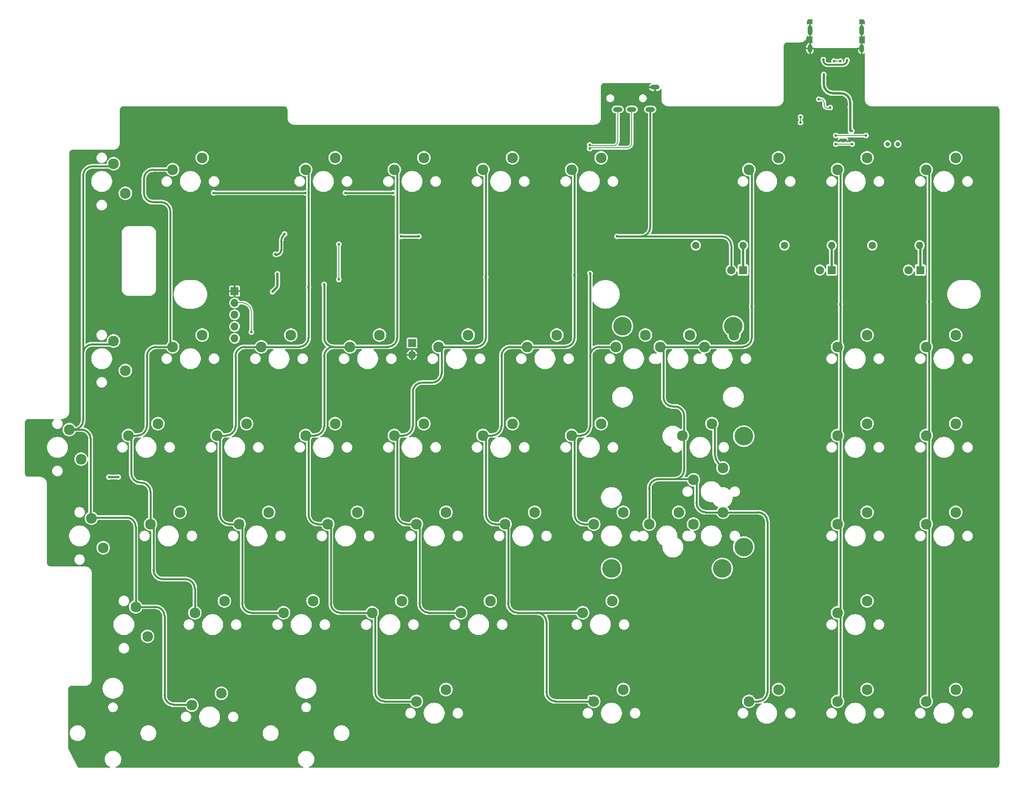
<source format=gbr>
%TF.GenerationSoftware,KiCad,Pcbnew,8.0.2*%
%TF.CreationDate,2024-11-08T19:37:49-08:00*%
%TF.ProjectId,gh80-5000-right,67683830-2d35-4303-9030-2d7269676874,rev?*%
%TF.SameCoordinates,Original*%
%TF.FileFunction,Copper,L1,Top*%
%TF.FilePolarity,Positive*%
%FSLAX46Y46*%
G04 Gerber Fmt 4.6, Leading zero omitted, Abs format (unit mm)*
G04 Created by KiCad (PCBNEW 8.0.2) date 2024-11-08 19:37:49*
%MOMM*%
%LPD*%
G01*
G04 APERTURE LIST*
%TA.AperFunction,ComponentPad*%
%ADD10C,2.300000*%
%TD*%
%TA.AperFunction,ComponentPad*%
%ADD11C,4.000000*%
%TD*%
%TA.AperFunction,ComponentPad*%
%ADD12C,1.600000*%
%TD*%
%TA.AperFunction,ComponentPad*%
%ADD13O,1.600000X1.600000*%
%TD*%
%TA.AperFunction,ComponentPad*%
%ADD14O,2.000000X1.000000*%
%TD*%
%TA.AperFunction,ComponentPad*%
%ADD15R,1.800000X1.800000*%
%TD*%
%TA.AperFunction,ComponentPad*%
%ADD16C,1.800000*%
%TD*%
%TA.AperFunction,ComponentPad*%
%ADD17R,1.700000X1.700000*%
%TD*%
%TA.AperFunction,ComponentPad*%
%ADD18O,1.700000X1.700000*%
%TD*%
%TA.AperFunction,ComponentPad*%
%ADD19C,1.000000*%
%TD*%
%TA.AperFunction,ComponentPad*%
%ADD20O,1.000000X2.200000*%
%TD*%
%TA.AperFunction,ComponentPad*%
%ADD21O,1.000000X1.800000*%
%TD*%
%TA.AperFunction,HeatsinkPad*%
%ADD22C,0.500000*%
%TD*%
%TA.AperFunction,HeatsinkPad*%
%ADD23R,1.600000X0.500000*%
%TD*%
%TA.AperFunction,ViaPad*%
%ADD24C,0.600000*%
%TD*%
%TA.AperFunction,Conductor*%
%ADD25C,0.400000*%
%TD*%
%TA.AperFunction,Conductor*%
%ADD26C,0.500000*%
%TD*%
%TA.AperFunction,Conductor*%
%ADD27C,0.200000*%
%TD*%
G04 APERTURE END LIST*
D10*
%TO.P,MX24,1,1*%
%TO.N,COL4*%
X167640000Y-130810000D03*
%TO.P,MX24,2,2*%
%TO.N,Net-(D24-A)*%
X173990000Y-128270000D03*
%TD*%
%TO.P,MX35,1,1*%
%TO.N,COL6*%
X196215000Y-149860000D03*
%TO.P,MX35,2,2*%
%TO.N,Net-(D35-A)*%
X202565000Y-147320000D03*
%TD*%
%TO.P,MX22,1,1*%
%TO.N,COL3*%
X162877500Y-207010000D03*
%TO.P,MX22,2,2*%
%TO.N,Net-(D22-A)*%
X169227500Y-204470000D03*
%TD*%
D11*
%TO.P,S3,*%
%TO.N,*%
X207168750Y-126365000D03*
X230981250Y-126365000D03*
%TD*%
D10*
%TO.P,MX25,1,1*%
%TO.N,COL4*%
X158115000Y-149860000D03*
%TO.P,MX25,2,2*%
%TO.N,Net-(D25-A)*%
X164465000Y-147320000D03*
%TD*%
%TO.P,MX23,1,1*%
%TO.N,COL4*%
X177165000Y-92710000D03*
%TO.P,MX23,2,2*%
%TO.N,Net-(D23-A)*%
X183515000Y-90170000D03*
%TD*%
%TO.P,MX55,1,1*%
%TO.N,COL9*%
X272415000Y-207010000D03*
%TO.P,MX55,2,2*%
%TO.N,Net-(D52-A)*%
X278765000Y-204470000D03*
%TD*%
%TO.P,MX16,1,1*%
%TO.N,COL2*%
X134302500Y-187960000D03*
%TO.P,MX16,2,2*%
%TO.N,Net-(D16-A)*%
X140652500Y-185420000D03*
%TD*%
%TO.P,MX51,1,1*%
%TO.N,COL9*%
X272415000Y-92710000D03*
%TO.P,MX51,2,2*%
%TO.N,Net-(D48-A)*%
X278765000Y-90170000D03*
%TD*%
%TO.P,MX37,1,1*%
%TO.N,COL7*%
X234315000Y-92710000D03*
%TO.P,MX37,2,2*%
%TO.N,Net-(D37-A)*%
X240665000Y-90170000D03*
%TD*%
D11*
%TO.P,S2,*%
%TO.N,*%
X233203750Y-150018750D03*
X233203750Y-173831250D03*
%TD*%
D10*
%TO.P,MX45,1,1*%
%TO.N,COL8*%
X253365000Y-92710000D03*
%TO.P,MX45,2,2*%
%TO.N,Net-(D42-A)*%
X259715000Y-90170000D03*
%TD*%
%TO.P,MX1,1,1*%
%TO.N,COL0*%
X97790000Y-91440000D03*
%TO.P,MX1,2,2*%
%TO.N,Net-(D1-A)*%
X100330000Y-97790000D03*
%TD*%
%TO.P,MX28,1,1*%
%TO.N,COL5*%
X196215000Y-92710000D03*
%TO.P,MX28,2,2*%
%TO.N,Net-(D28-A)*%
X202565000Y-90170000D03*
%TD*%
%TO.P,MX26,1,1*%
%TO.N,COL4*%
X162877500Y-168910000D03*
%TO.P,MX26,2,2*%
%TO.N,Net-(D26-A)*%
X169227500Y-166370000D03*
%TD*%
%TO.P,MX34,1,1*%
%TO.N,COL6*%
X205740000Y-130810000D03*
%TO.P,MX34,2,2*%
%TO.N,Net-(D34-A)*%
X212090000Y-128270000D03*
%TD*%
%TO.P,MX3,1,1*%
%TO.N,COL0*%
X88265000Y-148590000D03*
%TO.P,MX3,2,2*%
%TO.N,Net-(D3-A)*%
X90805000Y-154940000D03*
%TD*%
%TO.P,MX8,1,1*%
%TO.N,COL1*%
X110490000Y-130810000D03*
%TO.P,MX8,2,2*%
%TO.N,Net-(D8-A)*%
X116840000Y-128270000D03*
%TD*%
%TO.P,MX2,1,1*%
%TO.N,COL0*%
X97790000Y-129540000D03*
%TO.P,MX2,2,2*%
%TO.N,Net-(D2-A)*%
X100330000Y-135890000D03*
%TD*%
%TO.P,MX18,1,1*%
%TO.N,COL3*%
X148590000Y-130810000D03*
%TO.P,MX18,2,2*%
%TO.N,Net-(D18-A)*%
X154940000Y-128270000D03*
%TD*%
%TO.P,MX6,1,1*%
%TO.N,COL0*%
X114607500Y-207810000D03*
%TO.P,MX6,2,2*%
%TO.N,Net-(D6-A)*%
X120957500Y-205270000D03*
%TD*%
%TO.P,MX44,1,1*%
%TO.N,COL7*%
X224790000Y-130810000D03*
%TO.P,MX44,2,2*%
%TO.N,Net-(D38-A)*%
X231140000Y-128270000D03*
%TD*%
%TO.P,MX39,1,1*%
%TO.N,COL7*%
X220027500Y-149860000D03*
%TO.P,MX39,2,2*%
%TO.N,Net-(D39-A)*%
X226377500Y-147320000D03*
%TD*%
%TO.P,MX33,1,1*%
%TO.N,COL5*%
X200977500Y-207010000D03*
%TO.P,MX33,2,2*%
%TO.N,Net-(D33-A)*%
X207327500Y-204470000D03*
%TD*%
%TO.P,MX21,1,1*%
%TO.N,COL3*%
X153352500Y-187960000D03*
%TO.P,MX21,2,2*%
%TO.N,Net-(D21-A)*%
X159702500Y-185420000D03*
%TD*%
%TO.P,MX7,1,1*%
%TO.N,COL1*%
X110490000Y-92710000D03*
%TO.P,MX7,2,2*%
%TO.N,Net-(D7-A)*%
X116840000Y-90170000D03*
%TD*%
%TO.P,MX40,1,1*%
%TO.N,COL7*%
X212883750Y-168910000D03*
%TO.P,MX40,2,2*%
%TO.N,Net-(D40-A)*%
X219233750Y-166370000D03*
%TD*%
%TO.P,MX13,1,1*%
%TO.N,COL2*%
X129540000Y-130810000D03*
%TO.P,MX13,2,2*%
%TO.N,Net-(D13-A)*%
X135890000Y-128270000D03*
%TD*%
%TO.P,MX47,1,1*%
%TO.N,COL8*%
X253365000Y-149860000D03*
%TO.P,MX47,2,2*%
%TO.N,Net-(D44-A)*%
X259715000Y-147320000D03*
%TD*%
%TO.P,MX38,1,1*%
%TO.N,COL7*%
X215265000Y-130810000D03*
%TO.P,MX38,2,2*%
%TO.N,Net-(D38-A)*%
X221615000Y-128270000D03*
%TD*%
%TO.P,MX29,1,1*%
%TO.N,COL5*%
X186690000Y-130810000D03*
%TO.P,MX29,2,2*%
%TO.N,Net-(D29-A)*%
X193040000Y-128270000D03*
%TD*%
%TO.P,MX50,1,1*%
%TO.N,COL8*%
X253365000Y-207010000D03*
%TO.P,MX50,2,2*%
%TO.N,Net-(D47-A)*%
X259715000Y-204470000D03*
%TD*%
%TO.P,MX32,1,1*%
%TO.N,COL5*%
X198596250Y-187960000D03*
%TO.P,MX32,2,2*%
%TO.N,Net-(D32-A)*%
X204946250Y-185420000D03*
%TD*%
%TO.P,MX17,1,1*%
%TO.N,COL3*%
X158115000Y-92710000D03*
%TO.P,MX17,2,2*%
%TO.N,Net-(D17-A)*%
X164465000Y-90170000D03*
%TD*%
D11*
%TO.P,S1,*%
%TO.N,*%
X228600000Y-178435000D03*
X204787500Y-178435000D03*
%TD*%
D10*
%TO.P,MX30,1,1*%
%TO.N,COL5*%
X177165000Y-149860000D03*
%TO.P,MX30,2,2*%
%TO.N,Net-(D30-A)*%
X183515000Y-147320000D03*
%TD*%
%TO.P,MX27,1,1*%
%TO.N,COL4*%
X172402500Y-187960000D03*
%TO.P,MX27,2,2*%
%TO.N,Net-(D27-A)*%
X178752500Y-185420000D03*
%TD*%
%TO.P,MX49,1,1*%
%TO.N,COL8*%
X253365000Y-187960000D03*
%TO.P,MX49,2,2*%
%TO.N,Net-(D46-A)*%
X259715000Y-185420000D03*
%TD*%
%TO.P,MX12,1,1*%
%TO.N,COL2*%
X139065000Y-92710000D03*
%TO.P,MX12,2,2*%
%TO.N,Net-(D12-A)*%
X145415000Y-90170000D03*
%TD*%
%TO.P,MX48,1,1*%
%TO.N,COL8*%
X253365000Y-168910000D03*
%TO.P,MX48,2,2*%
%TO.N,Net-(D45-A)*%
X259715000Y-166370000D03*
%TD*%
%TO.P,MX43,1,1*%
%TO.N,Net-(D40-A)*%
X222408750Y-168910000D03*
%TO.P,MX43,2,2*%
%TO.N,COL7*%
X228758750Y-166370000D03*
%TD*%
%TO.P,MX31,1,1*%
%TO.N,COL5*%
X181927500Y-168910000D03*
%TO.P,MX31,2,2*%
%TO.N,Net-(D31-A)*%
X188277500Y-166370000D03*
%TD*%
%TO.P,MX42,1,1*%
%TO.N,COL7*%
X222408750Y-159385000D03*
%TO.P,MX42,2,2*%
%TO.N,Net-(D39-A)*%
X228758750Y-156845000D03*
%TD*%
%TO.P,MX15,1,1*%
%TO.N,COL2*%
X124777500Y-168910000D03*
%TO.P,MX15,2,2*%
%TO.N,Net-(D15-A)*%
X131127500Y-166370000D03*
%TD*%
%TO.P,MX41,1,1*%
%TO.N,COL7*%
X234315000Y-207010000D03*
%TO.P,MX41,2,2*%
%TO.N,Net-(D41-A)*%
X240665000Y-204470000D03*
%TD*%
%TO.P,MX36,1,1*%
%TO.N,COL6*%
X200977500Y-168910000D03*
%TO.P,MX36,2,2*%
%TO.N,Net-(D36-A)*%
X207327500Y-166370000D03*
%TD*%
%TO.P,MX54,1,1*%
%TO.N,COL9*%
X272415000Y-168910000D03*
%TO.P,MX54,2,2*%
%TO.N,Net-(D51-A)*%
X278765000Y-166370000D03*
%TD*%
%TO.P,MX46,1,1*%
%TO.N,COL8*%
X253365000Y-130810000D03*
%TO.P,MX46,2,2*%
%TO.N,Net-(D43-A)*%
X259715000Y-128270000D03*
%TD*%
%TO.P,MX20,1,1*%
%TO.N,COL3*%
X143827500Y-168910000D03*
%TO.P,MX20,2,2*%
%TO.N,Net-(D20-A)*%
X150177500Y-166370000D03*
%TD*%
%TO.P,MX19,1,1*%
%TO.N,COL3*%
X139065000Y-149860000D03*
%TO.P,MX19,2,2*%
%TO.N,Net-(D19-A)*%
X145415000Y-147320000D03*
%TD*%
%TO.P,MX10,1,1*%
%TO.N,COL1*%
X105727500Y-168910000D03*
%TO.P,MX10,2,2*%
%TO.N,Net-(D10-A)*%
X112077500Y-166370000D03*
%TD*%
%TO.P,MX14,1,1*%
%TO.N,COL2*%
X120015000Y-149860000D03*
%TO.P,MX14,2,2*%
%TO.N,Net-(D14-A)*%
X126365000Y-147320000D03*
%TD*%
%TO.P,MX11,1,1*%
%TO.N,COL1*%
X115252500Y-187960000D03*
%TO.P,MX11,2,2*%
%TO.N,Net-(D11-A)*%
X121602500Y-185420000D03*
%TD*%
%TO.P,MX53,1,1*%
%TO.N,COL9*%
X272415000Y-149860000D03*
%TO.P,MX53,2,2*%
%TO.N,Net-(D50-A)*%
X278765000Y-147320000D03*
%TD*%
%TO.P,MX4,1,1*%
%TO.N,COL0*%
X93027500Y-167640000D03*
%TO.P,MX4,2,2*%
%TO.N,Net-(D4-A)*%
X95567500Y-173990000D03*
%TD*%
%TO.P,MX5,1,1*%
%TO.N,COL0*%
X102552500Y-186690000D03*
%TO.P,MX5,2,2*%
%TO.N,Net-(D5-A)*%
X105092500Y-193040000D03*
%TD*%
%TO.P,MX52,1,1*%
%TO.N,COL9*%
X272415000Y-130810000D03*
%TO.P,MX52,2,2*%
%TO.N,Net-(D49-A)*%
X278765000Y-128270000D03*
%TD*%
%TO.P,MX9,1,1*%
%TO.N,COL1*%
X100965000Y-149860000D03*
%TO.P,MX9,2,2*%
%TO.N,Net-(D9-A)*%
X107315000Y-147320000D03*
%TD*%
D12*
%TO.P,R13,1*%
%TO.N,LED_SCLK*%
X260826250Y-109000000D03*
D13*
%TO.P,R13,2*%
%TO.N,Net-(LED3-K)*%
X270986250Y-109000000D03*
%TD*%
D14*
%TO.P,J2,R1*%
%TO.N,Rx*%
X209124500Y-79780000D03*
%TO.P,J2,R2*%
%TO.N,Tx*%
X206124500Y-79780000D03*
%TO.P,J2,S*%
%TO.N,GND*%
X214124500Y-74980000D03*
%TO.P,J2,T*%
%TO.N,+3V3*%
X213124500Y-79780000D03*
%TD*%
D15*
%TO.P,LED1,1,K*%
%TO.N,Net-(LED1-K)*%
X233050000Y-114300000D03*
D16*
%TO.P,LED1,2,A*%
%TO.N,+3V3*%
X230510000Y-114300000D03*
%TD*%
D17*
%TO.P,J1,1,Pin_1*%
%TO.N,GND*%
X123800000Y-118820000D03*
D18*
%TO.P,J1,2,Pin_2*%
%TO.N,RESET*%
X123800000Y-121360000D03*
%TO.P,J1,3,Pin_3*%
%TO.N,SWD*%
X123800000Y-123900000D03*
%TO.P,J1,4,Pin_4*%
%TO.N,SWC*%
X123800000Y-126440000D03*
%TO.P,J1,5,Pin_5*%
%TO.N,+3V3*%
X123800000Y-128980000D03*
%TD*%
D19*
%TO.P,TP1,1,1*%
%TO.N,P_EN*%
X266300000Y-87200000D03*
%TD*%
D20*
%TO.P,J5,S1,SHIELD*%
%TO.N,GND*%
X247450000Y-62759600D03*
D21*
X247450000Y-66659600D03*
D20*
X258550000Y-62759600D03*
D21*
X258550000Y-66659600D03*
%TD*%
D17*
%TO.P,BOOT1,1,Pin_1*%
%TO.N,Net-(BOOT1-Pin_1)*%
X161925000Y-129987500D03*
D18*
%TO.P,BOOT1,2,Pin_2*%
%TO.N,GND*%
X161925000Y-132527500D03*
%TD*%
D12*
%TO.P,R11,1*%
%TO.N,LED_CAPS*%
X241952500Y-109000000D03*
D13*
%TO.P,R11,2*%
%TO.N,Net-(LED2-K)*%
X252112500Y-109000000D03*
%TD*%
D12*
%TO.P,R9,1*%
%TO.N,LED_NLK*%
X222920000Y-109000000D03*
D13*
%TO.P,R9,2*%
%TO.N,Net-(LED1-K)*%
X233080000Y-109000000D03*
%TD*%
D15*
%TO.P,LED3,1,K*%
%TO.N,Net-(LED3-K)*%
X271150000Y-114300000D03*
D16*
%TO.P,LED3,2,A*%
%TO.N,+3V3*%
X268610000Y-114300000D03*
%TD*%
D19*
%TO.P,TP2,1,1*%
%TO.N,FAULT*%
X264100000Y-87200000D03*
%TD*%
D22*
%TO.P,U6,7,PowerPAD*%
%TO.N,GND*%
X254000000Y-86287500D03*
D23*
X254550000Y-86287500D03*
D22*
X255100000Y-86287500D03*
%TD*%
D15*
%TO.P,LED2,1,K*%
%TO.N,Net-(LED2-K)*%
X252100000Y-114300000D03*
D16*
%TO.P,LED2,2,A*%
%TO.N,+3V3*%
X249560000Y-114300000D03*
%TD*%
D24*
%TO.N,+3V3*%
X206000000Y-107070000D03*
X163400000Y-107070000D03*
X159600000Y-107070000D03*
%TO.N,COL2*%
X139700000Y-118000000D03*
%TO.N,COL3*%
X143033750Y-117400000D03*
%TO.N,COL4*%
X177800000Y-115820000D03*
%TO.N,COL5*%
X196850000Y-115420000D03*
%TO.N,COL6*%
X200183750Y-115000000D03*
%TO.N,COL7*%
X234900000Y-122100000D03*
%TO.N,COL8*%
X254000000Y-121700000D03*
%TO.N,COL9*%
X273050000Y-121100000D03*
%TO.N,GND*%
X251972794Y-80627206D03*
X225700000Y-84200000D03*
X243400000Y-86100000D03*
X257000000Y-78200000D03*
X200000000Y-84960000D03*
X205404341Y-84960000D03*
X180000000Y-84960000D03*
X155400000Y-108600000D03*
X185000000Y-84960000D03*
X161500000Y-107900000D03*
X210300000Y-81000000D03*
X247800000Y-85200000D03*
X212289073Y-84960000D03*
X123500000Y-98700000D03*
X213950816Y-86850000D03*
X241600000Y-81200000D03*
X140000000Y-84960000D03*
X241600000Y-83600000D03*
X231600000Y-81200000D03*
X134550000Y-114050000D03*
X170000000Y-84960000D03*
X199280630Y-86850000D03*
X205417767Y-83242376D03*
X99400000Y-156400000D03*
X132600000Y-111950000D03*
X206835662Y-86850000D03*
X254000000Y-82100000D03*
X142000000Y-114200001D03*
X247500000Y-90300000D03*
X212295779Y-86850000D03*
X250900000Y-70980000D03*
X127600000Y-96700000D03*
X213937766Y-83239446D03*
X249500000Y-76200000D03*
X208368530Y-84960000D03*
X249100000Y-81300000D03*
X218000000Y-84960000D03*
X249438525Y-74179035D03*
X208415523Y-83229097D03*
X253700000Y-84400000D03*
X153800000Y-96700000D03*
X246990926Y-77693045D03*
X128600000Y-120700000D03*
X206844620Y-83229097D03*
X247800000Y-81300000D03*
X160000000Y-86850000D03*
X244603661Y-83126530D03*
X134500000Y-119450000D03*
X212302499Y-83235810D03*
X195000000Y-84960000D03*
X151700000Y-95000000D03*
X244000000Y-88900000D03*
X257000000Y-80500000D03*
X160000000Y-84960000D03*
X190000000Y-86850000D03*
X221300000Y-84600000D03*
X149900000Y-96800000D03*
X200890790Y-88726636D03*
X135000000Y-84960000D03*
X132600000Y-114050000D03*
X206878187Y-84960000D03*
X175000000Y-84960000D03*
X130000000Y-84960000D03*
X135200000Y-92600000D03*
X133600000Y-113000000D03*
X159666954Y-109962685D03*
X133273186Y-98509505D03*
X134550000Y-113000000D03*
X133275095Y-96862791D03*
X244716630Y-80779832D03*
X163400000Y-107900000D03*
X252400000Y-86300000D03*
X226600000Y-81200000D03*
X185000000Y-86850000D03*
X129600000Y-92600000D03*
X131433135Y-98519560D03*
X162725542Y-98689613D03*
X149900000Y-98600000D03*
X247000000Y-75400000D03*
X251800000Y-78500000D03*
X152300000Y-98800000D03*
X138868820Y-107727631D03*
X129600000Y-122400000D03*
X135749265Y-118850735D03*
X138876361Y-104288846D03*
X145000000Y-84960000D03*
X209852153Y-86850000D03*
X209858873Y-84960000D03*
X165000000Y-86850000D03*
X155200000Y-88200000D03*
X229600000Y-84600000D03*
X208388663Y-86850000D03*
X195000000Y-86850000D03*
X205242382Y-86850000D03*
X249100000Y-80100000D03*
X180000000Y-86850000D03*
X207700000Y-81000000D03*
X127700000Y-109300000D03*
X251342211Y-74190933D03*
X232600000Y-87500000D03*
X163400000Y-106200000D03*
X175000000Y-86850000D03*
X140520342Y-104281305D03*
X157818117Y-109967589D03*
X133600000Y-114050000D03*
X133400000Y-105320000D03*
X231600000Y-83600000D03*
X132600000Y-113000000D03*
X125500000Y-114250000D03*
X133600000Y-111950000D03*
X140520342Y-107720090D03*
X153900000Y-93600000D03*
X155000000Y-84960000D03*
X149600000Y-88200000D03*
X130300000Y-105300000D03*
X214100000Y-76400000D03*
X270310000Y-82400000D03*
X125900000Y-99800000D03*
X246000000Y-91100000D03*
X236600000Y-81200000D03*
X134550000Y-111950000D03*
X127500000Y-94800000D03*
X225700000Y-89800000D03*
X200899048Y-86850000D03*
X199305401Y-88743151D03*
X165000000Y-84960000D03*
X170000000Y-86850000D03*
X222600000Y-81600000D03*
X161500000Y-106200000D03*
X135300000Y-124300000D03*
X190000000Y-84960000D03*
X131428949Y-96876217D03*
X209852160Y-83229097D03*
X144950000Y-103200000D03*
X141800000Y-108200000D03*
X236600000Y-83600000D03*
X150000000Y-84960000D03*
X247800000Y-80100000D03*
X254500000Y-74280000D03*
X257400000Y-68100000D03*
X213942241Y-84960000D03*
X97500000Y-112200000D03*
X142500000Y-110150000D03*
X256000000Y-72280000D03*
X248600000Y-68100000D03*
X125693607Y-93293607D03*
X151700000Y-96800000D03*
%TO.N,+1V1*%
X133000000Y-115100002D03*
X132580102Y-110900000D03*
X131945993Y-118945993D03*
X134550000Y-106570000D03*
%TO.N,+5V*%
X250400000Y-72280000D03*
X249312500Y-77564305D03*
X251800000Y-79400000D03*
X256400000Y-84400000D03*
X256100000Y-79300000D03*
%TO.N,ROW0*%
X119300000Y-97700000D03*
X147600000Y-97700000D03*
X139000000Y-97700000D03*
X157900000Y-97700000D03*
%TO.N,ROW2*%
X96800000Y-158800000D03*
X98800000Y-158800000D03*
%TO.N,VBUS*%
X250300000Y-69080000D03*
X255400000Y-69180000D03*
%TO.N,RESET*%
X127400000Y-127600000D03*
%TO.N,D+*%
X245400000Y-81400000D03*
X245400000Y-82600000D03*
%TO.N,Q_CS*%
X146200000Y-116320000D03*
X146200000Y-108750000D03*
%TO.N,Tx*%
X200100000Y-87400000D03*
%TO.N,Rx*%
X200100000Y-88200000D03*
%TO.N,D0+*%
X254000000Y-69380000D03*
X252600000Y-69380000D03*
%TO.N,P_EN*%
X259500000Y-85400000D03*
X253000000Y-85400000D03*
%TO.N,FAULT*%
X253000000Y-87200000D03*
X256500000Y-87200000D03*
%TD*%
D25*
%TO.N,+3V3*%
X159600000Y-107070000D02*
X163400000Y-107070000D01*
X230510000Y-114300000D02*
X230510000Y-109070000D01*
X211124500Y-107070000D02*
X206000000Y-107070000D01*
X213124500Y-79780000D02*
X213124500Y-105070000D01*
X228510000Y-107070000D02*
X206000000Y-107070000D01*
X230510000Y-109070000D02*
G75*
G03*
X228510000Y-107070000I-2000000J0D01*
G01*
X213124500Y-105070000D02*
G75*
G02*
X211124500Y-107070000I-2000000J0D01*
G01*
%TO.N,COL0*%
X92868750Y-167481250D02*
X93027500Y-167640000D01*
X91250000Y-133250000D02*
X91250000Y-102500000D01*
X91250000Y-102500000D02*
X91250000Y-94000000D01*
X97560000Y-91440000D02*
X97790000Y-91440000D01*
X91250000Y-132250000D02*
X91250000Y-133250000D01*
X91250000Y-139000000D02*
X91250000Y-146590000D01*
X88265000Y-148590000D02*
X90868750Y-148590000D01*
X91250000Y-133250000D02*
X91250000Y-139000000D01*
X89250000Y-148590000D02*
X88265000Y-148590000D01*
X93250000Y-92000000D02*
X97000000Y-92000000D01*
X108743750Y-188690000D02*
X108743750Y-205710000D01*
X97000000Y-92000000D02*
X97560000Y-91440000D01*
X97250000Y-130250000D02*
X93250000Y-130250000D01*
X97790000Y-129710000D02*
X97250000Y-130250000D01*
X92868750Y-150590000D02*
X92868750Y-167481250D01*
X102552500Y-169481250D02*
X102552500Y-186690000D01*
X93186250Y-167481250D02*
X100552500Y-167481250D01*
X102552500Y-186690000D02*
X106743750Y-186690000D01*
X93027500Y-167640000D02*
X93186250Y-167481250D01*
X110743750Y-207710000D02*
X114607500Y-207710000D01*
X97790000Y-129540000D02*
X97790000Y-129710000D01*
X106743750Y-186690000D02*
G75*
G02*
X108743800Y-188690000I50J-2000000D01*
G01*
X93250000Y-92000000D02*
G75*
G03*
X91250000Y-94000000I0J-2000000D01*
G01*
X92868750Y-150590000D02*
G75*
G03*
X90868750Y-148590050I-1999950J0D01*
G01*
X102552500Y-169481250D02*
G75*
G03*
X100552500Y-167481200I-2000000J50D01*
G01*
X93250000Y-130250000D02*
G75*
G03*
X91250000Y-132250000I0J-2000000D01*
G01*
X108743750Y-205710000D02*
G75*
G03*
X110743750Y-207709950I1999950J0D01*
G01*
X89250000Y-148590000D02*
G75*
G03*
X91250000Y-146590000I0J2000000D01*
G01*
%TO.N,COL1*%
X102933750Y-149860000D02*
X100965000Y-149860000D01*
X108362500Y-180747500D02*
X113252500Y-180747500D01*
X110490000Y-130490000D02*
X110490000Y-130810000D01*
X104933750Y-132810000D02*
X104933750Y-147860000D01*
X101600000Y-150495000D02*
X101600000Y-158000000D01*
X110000000Y-130000000D02*
X110490000Y-130490000D01*
X106300000Y-99700000D02*
X108000000Y-99700000D01*
X105727500Y-168910000D02*
X105727500Y-162000000D01*
X110490000Y-130810000D02*
X106933750Y-130810000D01*
X105727500Y-168910000D02*
X106362500Y-169545000D01*
X104300000Y-94710000D02*
X104300000Y-97700000D01*
X110000000Y-101700000D02*
X110000000Y-130000000D01*
X100965000Y-149860000D02*
X101600000Y-150495000D01*
X106362500Y-169545000D02*
X106362500Y-178747500D01*
X103600000Y-160000000D02*
X103727500Y-160000000D01*
X115252500Y-182747500D02*
X115252500Y-187960000D01*
X110490000Y-92710000D02*
X106300000Y-92710000D01*
X108362500Y-180747500D02*
G75*
G02*
X106362500Y-178747500I0J2000000D01*
G01*
X102933750Y-149860000D02*
G75*
G03*
X104933800Y-147860000I50J2000000D01*
G01*
X113252500Y-180747500D02*
G75*
G02*
X115252500Y-182747500I0J-2000000D01*
G01*
X110000000Y-101700000D02*
G75*
G03*
X108000000Y-99700000I-2000000J0D01*
G01*
X101600000Y-158000000D02*
G75*
G03*
X103600000Y-160000000I2000000J0D01*
G01*
X106933750Y-130810000D02*
G75*
G03*
X104933700Y-132810000I-50J-2000000D01*
G01*
X104300000Y-97700000D02*
G75*
G03*
X106300000Y-99700000I2000000J0D01*
G01*
X105727500Y-162000000D02*
G75*
G03*
X103727500Y-160000000I-2000000J0D01*
G01*
X104300000Y-94710000D02*
G75*
G02*
X106300000Y-92710000I2000000J0D01*
G01*
%TO.N,COL2*%
X139065000Y-92710000D02*
X139700000Y-93345000D01*
X125412500Y-169545000D02*
X125412500Y-185960000D01*
X139700000Y-93345000D02*
X139700000Y-116100000D01*
X122650000Y-168910000D02*
X124777500Y-168910000D01*
X123983750Y-132810000D02*
X123983750Y-147860000D01*
X129540000Y-130810000D02*
X125983750Y-130810000D01*
X139700000Y-128810000D02*
X139700000Y-116100000D01*
X120650000Y-150495000D02*
X120650000Y-166910000D01*
X124777500Y-168910000D02*
X125412500Y-169545000D01*
X121983750Y-149860000D02*
X120015000Y-149860000D01*
X127412500Y-187960000D02*
X134302500Y-187960000D01*
X129540000Y-130810000D02*
X137700000Y-130810000D01*
X120015000Y-149860000D02*
X120650000Y-150495000D01*
X121983750Y-149860000D02*
G75*
G03*
X123983800Y-147860000I50J2000000D01*
G01*
X122650000Y-168910000D02*
G75*
G02*
X120650000Y-166910000I0J2000000D01*
G01*
X125983750Y-130810000D02*
G75*
G03*
X123983700Y-132810000I-50J-2000000D01*
G01*
X125412500Y-185960000D02*
G75*
G03*
X127412500Y-187960000I2000000J0D01*
G01*
X137700000Y-130810000D02*
G75*
G03*
X139700000Y-128810000I0J2000000D01*
G01*
%TO.N,COL3*%
X146462500Y-187960000D02*
X153352500Y-187960000D01*
X153352500Y-187960000D02*
X153987500Y-188595000D01*
X139065000Y-149860000D02*
X139700000Y-150495000D01*
X143033750Y-132810000D02*
X143033750Y-147860000D01*
X143033750Y-128810000D02*
X143033750Y-117400000D01*
X144462500Y-169545000D02*
X144462500Y-185960000D01*
X153987500Y-188595000D02*
X153987500Y-205010000D01*
X143827500Y-168910000D02*
X144462500Y-169545000D01*
X148590000Y-130810000D02*
X156750000Y-130810000D01*
X139700000Y-150495000D02*
X139700000Y-166910000D01*
X141700000Y-168910000D02*
X143827500Y-168910000D01*
X141033750Y-149860000D02*
X139065000Y-149860000D01*
X155987500Y-207010000D02*
X162877500Y-207010000D01*
X158750000Y-93345000D02*
X158115000Y-92710000D01*
X148590000Y-130810000D02*
X145033750Y-130810000D01*
X158750000Y-128810000D02*
X158750000Y-93345000D01*
X148590000Y-130810000D02*
X145033750Y-130810000D01*
X145033750Y-130810000D02*
G75*
G03*
X143033700Y-132810000I-50J-2000000D01*
G01*
X144462500Y-185960000D02*
G75*
G03*
X146462500Y-187960000I2000000J0D01*
G01*
X143033750Y-147860000D02*
G75*
G02*
X141033750Y-149859950I-1999950J0D01*
G01*
X153987500Y-205010000D02*
G75*
G03*
X155987500Y-207010000I2000000J0D01*
G01*
X145033750Y-130810000D02*
G75*
G02*
X143033700Y-128810000I-50J2000000D01*
G01*
X156750000Y-130810000D02*
G75*
G03*
X158750000Y-128810000I0J2000000D01*
G01*
X139700000Y-166910000D02*
G75*
G03*
X141700000Y-168910000I2000000J0D01*
G01*
%TO.N,Net-(D39-A)*%
X227000000Y-148000000D02*
X227000000Y-153843609D01*
X226377500Y-147320000D02*
X226377500Y-147377500D01*
X227878680Y-155964930D02*
X228758750Y-156845000D01*
X226377500Y-147377500D02*
X227000000Y-148000000D01*
X227878680Y-155964930D02*
G75*
G02*
X226999993Y-153843609I2121320J2121330D01*
G01*
%TO.N,COL4*%
X177800000Y-93345000D02*
X177800000Y-114800000D01*
X160750000Y-168910000D02*
X162877500Y-168910000D01*
X162877500Y-168910000D02*
X163512500Y-169545000D01*
X162083750Y-140500000D02*
X162083750Y-147860000D01*
X158115000Y-149860000D02*
X158750000Y-150495000D01*
X177165000Y-92710000D02*
X177800000Y-93345000D01*
X166275000Y-138500000D02*
X164083750Y-138500000D01*
X168275000Y-131445000D02*
X168275000Y-136500000D01*
X163512500Y-169545000D02*
X163512500Y-185960000D01*
X158750000Y-150495000D02*
X158750000Y-166910000D01*
X167640000Y-130810000D02*
X168275000Y-131445000D01*
X177800000Y-128810000D02*
X177800000Y-114800000D01*
X165512500Y-187960000D02*
X172402500Y-187960000D01*
X160083750Y-149860000D02*
X158115000Y-149860000D01*
X167640000Y-130810000D02*
X175800000Y-130810000D01*
X160083750Y-149860000D02*
G75*
G03*
X162083800Y-147860000I50J2000000D01*
G01*
X160750000Y-168910000D02*
G75*
G02*
X158750000Y-166910000I0J2000000D01*
G01*
X164083750Y-138500000D02*
G75*
G03*
X162083700Y-140500000I-50J-2000000D01*
G01*
X175800000Y-130810000D02*
G75*
G03*
X177800000Y-128810000I0J2000000D01*
G01*
X165512500Y-187960000D02*
G75*
G02*
X163512500Y-185960000I0J2000000D01*
G01*
X168275000Y-136500000D02*
G75*
G02*
X166275000Y-138500000I-2000000J0D01*
G01*
%TO.N,COL5*%
X200109930Y-206142430D02*
X200977500Y-207010000D01*
X184562500Y-187960000D02*
X188200000Y-187960000D01*
X188200000Y-187960000D02*
X188800000Y-187960000D01*
X190800000Y-189960000D02*
X190800000Y-205010000D01*
X186690000Y-130810000D02*
X194850000Y-130810000D01*
X196850000Y-128810000D02*
X196850000Y-115400000D01*
X181133750Y-147860000D02*
X181133750Y-132810000D01*
X182562500Y-169545000D02*
X182562500Y-185960000D01*
X181927500Y-168910000D02*
X182562500Y-169545000D01*
X198437500Y-188118750D02*
X198596250Y-187960000D01*
X177800000Y-150495000D02*
X177800000Y-166910000D01*
X183133750Y-130810000D02*
X186690000Y-130810000D01*
X196850000Y-115400000D02*
X196850000Y-93345000D01*
X179800000Y-168910000D02*
X181927500Y-168910000D01*
X182562500Y-169545000D02*
X182562500Y-169862500D01*
X177165000Y-149860000D02*
X179133750Y-149860000D01*
X188200000Y-187960000D02*
X198596250Y-187960000D01*
X177165000Y-149860000D02*
X177800000Y-150495000D01*
X192800000Y-207010000D02*
X200977500Y-207010000D01*
X196850000Y-93345000D02*
X196215000Y-92710000D01*
X181133750Y-132810000D02*
G75*
G02*
X183133750Y-130810050I1999950J0D01*
G01*
X196850000Y-128810000D02*
G75*
G02*
X194850000Y-130810000I-2000000J0D01*
G01*
X179800000Y-168910000D02*
G75*
G02*
X177800000Y-166910000I0J2000000D01*
G01*
X190800000Y-205010000D02*
G75*
G03*
X192800000Y-207010000I2000000J0D01*
G01*
X184562500Y-187960000D02*
G75*
G02*
X182562500Y-185960000I0J2000000D01*
G01*
X179133750Y-149860000D02*
G75*
G03*
X181133800Y-147860000I50J2000000D01*
G01*
X188800000Y-187960000D02*
G75*
G02*
X190800000Y-189960000I0J-2000000D01*
G01*
%TO.N,COL6*%
X196850000Y-150495000D02*
X196850000Y-166910000D01*
X198850000Y-168910000D02*
X200977500Y-168910000D01*
X196215000Y-149860000D02*
X196850000Y-150495000D01*
X200183750Y-132810000D02*
X200183750Y-133810000D01*
X200183750Y-115000000D02*
X200183750Y-133810000D01*
X205740000Y-130810000D02*
X202183750Y-130810000D01*
X200183750Y-147860000D02*
X200183750Y-133810000D01*
X196215000Y-149860000D02*
X198183750Y-149860000D01*
X200183750Y-132810000D02*
G75*
G02*
X202183750Y-130810050I1999950J0D01*
G01*
X196850000Y-166910000D02*
G75*
G03*
X198850000Y-168910000I2000000J0D01*
G01*
X198183750Y-149860000D02*
G75*
G03*
X200183800Y-147860000I50J2000000D01*
G01*
%TO.N,COL7*%
X238283750Y-205010000D02*
X238283750Y-168370000D01*
X223043750Y-160020000D02*
X223043750Y-164370000D01*
X215900000Y-131762500D02*
X215955000Y-131817500D01*
X224790000Y-130810000D02*
X232950000Y-130810000D01*
X224790000Y-130810000D02*
X224980000Y-131000000D01*
X234950000Y-128810000D02*
X234950000Y-93345000D01*
X215955000Y-131817500D02*
X215955000Y-141613750D01*
X217955000Y-143613750D02*
X218407650Y-143613750D01*
X225043750Y-166370000D02*
X228758750Y-166370000D01*
X234950000Y-93345000D02*
X234315000Y-92710000D01*
X215900000Y-131445000D02*
X215900000Y-131762500D01*
X222273750Y-159250000D02*
X222408750Y-159385000D01*
X222408750Y-159385000D02*
X223043750Y-160020000D01*
X212883750Y-168910000D02*
X212883750Y-161250000D01*
X234315000Y-207010000D02*
X236283750Y-207010000D01*
X220407650Y-145613750D02*
X220407650Y-149860000D01*
X214883750Y-159250000D02*
X216693750Y-159250000D01*
X215265000Y-130810000D02*
X224790000Y-130810000D01*
X215265000Y-130810000D02*
X215900000Y-131445000D01*
X216693750Y-159250000D02*
X222273750Y-159250000D01*
X220407650Y-151102641D02*
X220407650Y-157250000D01*
X224980000Y-131000000D02*
X225700000Y-131000000D01*
X236283750Y-166370000D02*
X228758750Y-166370000D01*
X224790000Y-130810000D02*
X225000000Y-130600000D01*
X218407650Y-159250000D02*
X216693750Y-159250000D01*
X220407650Y-145613750D02*
G75*
G03*
X218407650Y-143613750I-1999950J50D01*
G01*
X238283750Y-205010000D02*
G75*
G02*
X236283750Y-207009950I-1999950J0D01*
G01*
X238283750Y-168370000D02*
G75*
G03*
X236283750Y-166370050I-1999950J0D01*
G01*
X212883750Y-161250000D02*
G75*
G02*
X214883750Y-159250050I1999950J0D01*
G01*
X218407650Y-159250000D02*
G75*
G03*
X220407700Y-157250000I50J2000000D01*
G01*
X232950000Y-130810000D02*
G75*
G03*
X234950000Y-128810000I0J2000000D01*
G01*
X215955000Y-141613750D02*
G75*
G03*
X217955000Y-143613800I2000000J-50D01*
G01*
X223043750Y-164370000D02*
G75*
G03*
X225043750Y-166369950I1999950J0D01*
G01*
%TO.N,COL8*%
X254000000Y-206375000D02*
X253365000Y-207010000D01*
X253365000Y-130810000D02*
X254000000Y-131445000D01*
X254000000Y-130175000D02*
X253365000Y-130810000D01*
X253365000Y-92710000D02*
X254000000Y-93345000D01*
X254000000Y-93345000D02*
X254000000Y-130175000D01*
X254000000Y-131445000D02*
X254000000Y-206375000D01*
%TO.N,COL9*%
X273050000Y-93345000D02*
X273050000Y-121100000D01*
X273050000Y-131445000D02*
X273050000Y-206375000D01*
X273050000Y-206375000D02*
X272415000Y-207010000D01*
X273050000Y-121100000D02*
X273050000Y-130175000D01*
X272415000Y-92710000D02*
X273050000Y-93345000D01*
X272415000Y-130810000D02*
X273050000Y-131445000D01*
X273050000Y-130175000D02*
X272415000Y-130810000D01*
D26*
%TO.N,+1V1*%
X133000000Y-117477772D02*
X133000000Y-115100002D01*
D25*
X132680102Y-111000000D02*
X132580102Y-110900000D01*
D26*
X131945993Y-118945993D02*
X132707107Y-118184879D01*
D25*
X134550000Y-106570000D02*
X134385786Y-106734214D01*
X132800000Y-111000000D02*
X132680102Y-111000000D01*
X133800000Y-108148427D02*
X133800000Y-110000000D01*
D26*
X132707107Y-118184879D02*
G75*
G03*
X132999981Y-117477772I-707107J707079D01*
G01*
D25*
X134385786Y-106734214D02*
G75*
G03*
X133800019Y-108148427I1414214J-1414186D01*
G01*
X133800000Y-110000000D02*
G75*
G02*
X132800000Y-111000000I-1000000J0D01*
G01*
D26*
%TO.N,+5V*%
X256100000Y-84400000D02*
X256400000Y-84400000D01*
D27*
X249312500Y-77564305D02*
X249700000Y-77564305D01*
D26*
X256100000Y-79300000D02*
X256100000Y-84400000D01*
D27*
X250500000Y-78364305D02*
X250500000Y-78900000D01*
X251100000Y-79500000D02*
X251800000Y-79500000D01*
D26*
X252400000Y-76300000D02*
X254100000Y-76300000D01*
X250400000Y-74300000D02*
X250400000Y-72280000D01*
X256100000Y-78300000D02*
X256100000Y-79300000D01*
D27*
X250500000Y-78900000D02*
G75*
G03*
X251100000Y-79500000I600000J0D01*
G01*
D26*
X250400000Y-74300000D02*
G75*
G03*
X252400000Y-76300000I2000000J0D01*
G01*
X254100000Y-76300000D02*
G75*
G02*
X256100000Y-78300000I0J-2000000D01*
G01*
D27*
X249700000Y-77564305D02*
G75*
G02*
X250499995Y-78364305I0J-799995D01*
G01*
D25*
%TO.N,ROW0*%
X147600000Y-97700000D02*
X157900000Y-97700000D01*
X139000000Y-97700000D02*
X119300000Y-97700000D01*
%TO.N,ROW2*%
X98800000Y-158800000D02*
X96800000Y-158800000D01*
%TO.N,VBUS*%
X250300000Y-69080000D02*
X250300000Y-69180000D01*
X255400000Y-69180000D02*
X255400000Y-69180000D01*
X251300000Y-70180000D02*
X254400000Y-70180000D01*
X250300000Y-69180000D02*
G75*
G03*
X251300000Y-70180000I1000000J0D01*
G01*
X254400000Y-70180000D02*
G75*
G03*
X255400000Y-69180000I0J1000000D01*
G01*
D27*
%TO.N,RESET*%
X123860000Y-121300000D02*
X123800000Y-121360000D01*
X125400000Y-121300000D02*
X123860000Y-121300000D01*
X127400000Y-127400000D02*
X127400000Y-127600000D01*
X127400000Y-127400000D02*
X127400000Y-123300000D01*
X127400000Y-123300000D02*
G75*
G03*
X125400000Y-121300000I-2000000J0D01*
G01*
%TO.N,D+*%
X245400000Y-81400000D02*
X245400000Y-82600000D01*
%TO.N,Q_CS*%
X146200000Y-108750000D02*
X146200000Y-116320000D01*
%TO.N,Tx*%
X206124500Y-86600000D02*
X206124500Y-79780000D01*
X200100000Y-87600000D02*
X205124500Y-87600000D01*
X200100000Y-87400000D02*
X200100000Y-87600000D01*
X206124500Y-86600000D02*
G75*
G02*
X205124500Y-87600000I-1000000J0D01*
G01*
%TO.N,Rx*%
X200100000Y-88200000D02*
X200100000Y-88000000D01*
X200100000Y-88000000D02*
X208124500Y-88000000D01*
X209124500Y-87000000D02*
X209124500Y-79780000D01*
X209124500Y-87000000D02*
G75*
G02*
X208124500Y-88000000I-1000000J0D01*
G01*
D26*
%TO.N,Net-(LED1-K)*%
X233080000Y-114270000D02*
X233050000Y-114300000D01*
X233080000Y-109000000D02*
X233080000Y-114270000D01*
%TO.N,Net-(LED2-K)*%
X252112500Y-114287500D02*
X252100000Y-114300000D01*
X252112500Y-109000000D02*
X252112500Y-114287500D01*
%TO.N,Net-(LED3-K)*%
X271150000Y-109163750D02*
X270986250Y-109000000D01*
X271150000Y-114300000D02*
X271150000Y-109163750D01*
D27*
%TO.N,D0+*%
X252600000Y-69380000D02*
X254000000Y-69380000D01*
%TO.N,P_EN*%
X253000000Y-85400000D02*
X259500000Y-85400000D01*
%TO.N,FAULT*%
X253000000Y-87200000D02*
X256500000Y-87200000D01*
%TD*%
%TA.AperFunction,Conductor*%
%TO.N,GND*%
G36*
X247650000Y-64135489D02*
G01*
X247683344Y-64128858D01*
X247683355Y-64128854D01*
X247828940Y-64068551D01*
X247828943Y-64068550D01*
X247845497Y-64057489D01*
X247904385Y-64040880D01*
X247961789Y-64062057D01*
X247995783Y-64112930D01*
X247999500Y-64139804D01*
X247999500Y-65479395D01*
X247980593Y-65537586D01*
X247931093Y-65573550D01*
X247869907Y-65573550D01*
X247845500Y-65561711D01*
X247828952Y-65550654D01*
X247828940Y-65550648D01*
X247683349Y-65490342D01*
X247650000Y-65483709D01*
X247650000Y-66035335D01*
X247634205Y-66019540D01*
X247565796Y-65980044D01*
X247489496Y-65959600D01*
X247410504Y-65959600D01*
X247334204Y-65980044D01*
X247265795Y-66019540D01*
X247250000Y-66035335D01*
X247250000Y-65483709D01*
X247216650Y-65490342D01*
X247071059Y-65550648D01*
X247071050Y-65550652D01*
X246940030Y-65638199D01*
X246940026Y-65638202D01*
X246828602Y-65749626D01*
X246828599Y-65749630D01*
X246741052Y-65880650D01*
X246741048Y-65880659D01*
X246680742Y-66026250D01*
X246650000Y-66180804D01*
X246650000Y-66459599D01*
X246650001Y-66459600D01*
X247150000Y-66459600D01*
X247150000Y-66859600D01*
X246650001Y-66859600D01*
X246650000Y-66859601D01*
X246650000Y-67138395D01*
X246680742Y-67292949D01*
X246741048Y-67438540D01*
X246741052Y-67438549D01*
X246828599Y-67569569D01*
X246828602Y-67569573D01*
X246940026Y-67680997D01*
X246940030Y-67681000D01*
X247071050Y-67768547D01*
X247071059Y-67768551D01*
X247216644Y-67828854D01*
X247216655Y-67828858D01*
X247250000Y-67835490D01*
X247250000Y-67283865D01*
X247265795Y-67299660D01*
X247334204Y-67339156D01*
X247410504Y-67359600D01*
X247489496Y-67359600D01*
X247565796Y-67339156D01*
X247634205Y-67299660D01*
X247650000Y-67283865D01*
X247650000Y-67835489D01*
X247683344Y-67828858D01*
X247683355Y-67828854D01*
X247828940Y-67768551D01*
X247828949Y-67768547D01*
X247959969Y-67681000D01*
X247959973Y-67680997D01*
X248071397Y-67569573D01*
X248071400Y-67569569D01*
X248158947Y-67438549D01*
X248158951Y-67438540D01*
X248219257Y-67292949D01*
X248249999Y-67138395D01*
X248250000Y-67138392D01*
X248250000Y-66859601D01*
X248249999Y-66859600D01*
X247750000Y-66859600D01*
X247750000Y-66459600D01*
X248164600Y-66459600D01*
X248214100Y-66472864D01*
X248306810Y-66526390D01*
X248306808Y-66526390D01*
X248306812Y-66526391D01*
X248306814Y-66526392D01*
X248434108Y-66560500D01*
X248561522Y-66560500D01*
X248599407Y-66568036D01*
X248617856Y-66575677D01*
X248631087Y-66581158D01*
X248776082Y-66610000D01*
X248776083Y-66610000D01*
X248923917Y-66610000D01*
X248923918Y-66610000D01*
X249068913Y-66581158D01*
X249091405Y-66571841D01*
X249100593Y-66568036D01*
X249138478Y-66560500D01*
X256861522Y-66560500D01*
X256899407Y-66568036D01*
X256917856Y-66575677D01*
X256931087Y-66581158D01*
X257076082Y-66610000D01*
X257076083Y-66610000D01*
X257223917Y-66610000D01*
X257223918Y-66610000D01*
X257368913Y-66581158D01*
X257391405Y-66571841D01*
X257400593Y-66568036D01*
X257438478Y-66560500D01*
X257565890Y-66560500D01*
X257565892Y-66560500D01*
X257693186Y-66526392D01*
X257693188Y-66526390D01*
X257693190Y-66526390D01*
X257785900Y-66472864D01*
X257835400Y-66459600D01*
X258250000Y-66459600D01*
X258250000Y-66859600D01*
X257750001Y-66859600D01*
X257750000Y-66859601D01*
X257750000Y-67138395D01*
X257780742Y-67292949D01*
X257841048Y-67438540D01*
X257841052Y-67438549D01*
X257928599Y-67569569D01*
X257928602Y-67569573D01*
X258040026Y-67680997D01*
X258040030Y-67681000D01*
X258171050Y-67768547D01*
X258171059Y-67768551D01*
X258316644Y-67828854D01*
X258316655Y-67828858D01*
X258350000Y-67835490D01*
X258350000Y-67283865D01*
X258365795Y-67299660D01*
X258434204Y-67339156D01*
X258510504Y-67359600D01*
X258589496Y-67359600D01*
X258665796Y-67339156D01*
X258734205Y-67299660D01*
X258750000Y-67283865D01*
X258750000Y-67835489D01*
X258783344Y-67828858D01*
X258783355Y-67828854D01*
X258928940Y-67768551D01*
X258928948Y-67768547D01*
X259045498Y-67690670D01*
X259104386Y-67674061D01*
X259161790Y-67695238D01*
X259195783Y-67746111D01*
X259199500Y-67772985D01*
X259199500Y-77687324D01*
X259230045Y-77899766D01*
X259230045Y-77899768D01*
X259290515Y-78105709D01*
X259290516Y-78105711D01*
X259290517Y-78105714D01*
X259326671Y-78184879D01*
X259377474Y-78296124D01*
X259379681Y-78300955D01*
X259495724Y-78481519D01*
X259636282Y-78643730D01*
X259798495Y-78784287D01*
X259979061Y-78900327D01*
X259979070Y-78900331D01*
X260174298Y-78989487D01*
X260174299Y-78989487D01*
X260174303Y-78989489D01*
X260380246Y-79049958D01*
X260380251Y-79049958D01*
X260380252Y-79049959D01*
X260455432Y-79060767D01*
X260592699Y-79080501D01*
X260700018Y-79080500D01*
X287334115Y-79080500D01*
X287395122Y-79080500D01*
X287404862Y-79080980D01*
X287537028Y-79094046D01*
X287556113Y-79097857D01*
X287678475Y-79135121D01*
X287696449Y-79142597D01*
X287809137Y-79203095D01*
X287825304Y-79213948D01*
X287923974Y-79295345D01*
X287937695Y-79309147D01*
X288011760Y-79399999D01*
X288018509Y-79408278D01*
X288029272Y-79424513D01*
X288089112Y-79537550D01*
X288096486Y-79555573D01*
X288130841Y-79670777D01*
X288133034Y-79678131D01*
X288136737Y-79697254D01*
X288149055Y-79829703D01*
X288149478Y-79839445D01*
X288149108Y-79903174D01*
X288149500Y-79909417D01*
X288149500Y-220535143D01*
X288149023Y-220544848D01*
X288136053Y-220676519D01*
X288132267Y-220695552D01*
X288095277Y-220817491D01*
X288087850Y-220835422D01*
X288027781Y-220947801D01*
X288016999Y-220963937D01*
X287936162Y-221062438D01*
X287922439Y-221076161D01*
X287823939Y-221156998D01*
X287807803Y-221167780D01*
X287695424Y-221227849D01*
X287677493Y-221235276D01*
X287555554Y-221272266D01*
X287536522Y-221276052D01*
X287411945Y-221288324D01*
X287404848Y-221289023D01*
X287395144Y-221289500D01*
X139825036Y-221289500D01*
X139766845Y-221270593D01*
X139730881Y-221221093D01*
X139730881Y-221159907D01*
X139766845Y-221110407D01*
X139787151Y-221099036D01*
X139954025Y-221029915D01*
X140155474Y-220913608D01*
X140340019Y-220772002D01*
X140504502Y-220607519D01*
X140646108Y-220422974D01*
X140762415Y-220221525D01*
X140851432Y-220006618D01*
X140911637Y-219781930D01*
X140942000Y-219551307D01*
X140942000Y-219318693D01*
X140911637Y-219088070D01*
X140851432Y-218863382D01*
X140762415Y-218648475D01*
X140646108Y-218447026D01*
X140504502Y-218262481D01*
X140340019Y-218097998D01*
X140340014Y-218097994D01*
X140340012Y-218097992D01*
X140155471Y-217956390D01*
X139954026Y-217840085D01*
X139954021Y-217840083D01*
X139739123Y-217751070D01*
X139739122Y-217751069D01*
X139739118Y-217751068D01*
X139514430Y-217690863D01*
X139514425Y-217690862D01*
X139514424Y-217690862D01*
X139283807Y-217660500D01*
X139051193Y-217660500D01*
X139051192Y-217660500D01*
X138820575Y-217690862D01*
X138820572Y-217690862D01*
X138820570Y-217690863D01*
X138656092Y-217734934D01*
X138595889Y-217751066D01*
X138595876Y-217751070D01*
X138380978Y-217840083D01*
X138380973Y-217840085D01*
X138179528Y-217956390D01*
X137994987Y-218097992D01*
X137830492Y-218262487D01*
X137688890Y-218447028D01*
X137572585Y-218648473D01*
X137572583Y-218648478D01*
X137483570Y-218863376D01*
X137483568Y-218863382D01*
X137423363Y-219088070D01*
X137393000Y-219318693D01*
X137393000Y-219551307D01*
X137423363Y-219781930D01*
X137483566Y-220006610D01*
X137483570Y-220006623D01*
X137572583Y-220221521D01*
X137572585Y-220221526D01*
X137688890Y-220422971D01*
X137830492Y-220607512D01*
X137830494Y-220607514D01*
X137830498Y-220607519D01*
X137994981Y-220772002D01*
X137994985Y-220772005D01*
X137994987Y-220772007D01*
X138066425Y-220826823D01*
X138179526Y-220913608D01*
X138380975Y-221029915D01*
X138547849Y-221099036D01*
X138594375Y-221138772D01*
X138608659Y-221198267D01*
X138585245Y-221254795D01*
X138533076Y-221286765D01*
X138509964Y-221289500D01*
X98325036Y-221289500D01*
X98266845Y-221270593D01*
X98230881Y-221221093D01*
X98230881Y-221159907D01*
X98266845Y-221110407D01*
X98287151Y-221099036D01*
X98454025Y-221029915D01*
X98655474Y-220913608D01*
X98840019Y-220772002D01*
X99004502Y-220607519D01*
X99146108Y-220422974D01*
X99262415Y-220221525D01*
X99351432Y-220006618D01*
X99411637Y-219781930D01*
X99442000Y-219551307D01*
X99442000Y-219318693D01*
X99411637Y-219088070D01*
X99351432Y-218863382D01*
X99262415Y-218648475D01*
X99146108Y-218447026D01*
X99004502Y-218262481D01*
X98840019Y-218097998D01*
X98840014Y-218097994D01*
X98840012Y-218097992D01*
X98655471Y-217956390D01*
X98454026Y-217840085D01*
X98454021Y-217840083D01*
X98239123Y-217751070D01*
X98239122Y-217751069D01*
X98239118Y-217751068D01*
X98014430Y-217690863D01*
X98014425Y-217690862D01*
X98014424Y-217690862D01*
X97783807Y-217660500D01*
X97551193Y-217660500D01*
X97551192Y-217660500D01*
X97320575Y-217690862D01*
X97320572Y-217690862D01*
X97320570Y-217690863D01*
X97156092Y-217734934D01*
X97095889Y-217751066D01*
X97095876Y-217751070D01*
X96880978Y-217840083D01*
X96880973Y-217840085D01*
X96679528Y-217956390D01*
X96494987Y-218097992D01*
X96330492Y-218262487D01*
X96188890Y-218447028D01*
X96072585Y-218648473D01*
X96072583Y-218648478D01*
X95983570Y-218863376D01*
X95983568Y-218863382D01*
X95923363Y-219088070D01*
X95893000Y-219318693D01*
X95893000Y-219551307D01*
X95923363Y-219781930D01*
X95983566Y-220006610D01*
X95983570Y-220006623D01*
X96072583Y-220221521D01*
X96072585Y-220221526D01*
X96188890Y-220422971D01*
X96330492Y-220607512D01*
X96330494Y-220607514D01*
X96330498Y-220607519D01*
X96494981Y-220772002D01*
X96494985Y-220772005D01*
X96494987Y-220772007D01*
X96566425Y-220826823D01*
X96679526Y-220913608D01*
X96880975Y-221029915D01*
X97047849Y-221099036D01*
X97094375Y-221138772D01*
X97108659Y-221198267D01*
X97085245Y-221254795D01*
X97033076Y-221286765D01*
X97009964Y-221289500D01*
X90275907Y-221289500D01*
X90217716Y-221270593D01*
X90188135Y-221236294D01*
X90186127Y-221232446D01*
X88476881Y-217956390D01*
X88024228Y-217088804D01*
X88013000Y-217043010D01*
X88013000Y-213738542D01*
X88367000Y-213738542D01*
X88367000Y-213961457D01*
X88396095Y-214182455D01*
X88396095Y-214182460D01*
X88453790Y-214397782D01*
X88539092Y-214603722D01*
X88539095Y-214603727D01*
X88650550Y-214796771D01*
X88650552Y-214796774D01*
X88786253Y-214973624D01*
X88943876Y-215131247D01*
X89120726Y-215266948D01*
X89120728Y-215266949D01*
X89313772Y-215378404D01*
X89313777Y-215378407D01*
X89481679Y-215447953D01*
X89519719Y-215463710D01*
X89735037Y-215521404D01*
X89956043Y-215550500D01*
X89956044Y-215550500D01*
X90178956Y-215550500D01*
X90178957Y-215550500D01*
X90399963Y-215521404D01*
X90615281Y-215463710D01*
X90745147Y-215409917D01*
X90821222Y-215378407D01*
X90821223Y-215378405D01*
X90821226Y-215378405D01*
X91014274Y-215266948D01*
X91191124Y-215131247D01*
X91348747Y-214973624D01*
X91484448Y-214796774D01*
X91595905Y-214603726D01*
X91681210Y-214397781D01*
X91738904Y-214182463D01*
X91768000Y-213961457D01*
X91768000Y-213738543D01*
X91768000Y-213738542D01*
X103567000Y-213738542D01*
X103567000Y-213961457D01*
X103596095Y-214182455D01*
X103596095Y-214182460D01*
X103653790Y-214397782D01*
X103739092Y-214603722D01*
X103739095Y-214603727D01*
X103850550Y-214796771D01*
X103850552Y-214796774D01*
X103986253Y-214973624D01*
X104143876Y-215131247D01*
X104320726Y-215266948D01*
X104320728Y-215266949D01*
X104513772Y-215378404D01*
X104513777Y-215378407D01*
X104681679Y-215447953D01*
X104719719Y-215463710D01*
X104935037Y-215521404D01*
X105156043Y-215550500D01*
X105156044Y-215550500D01*
X105378956Y-215550500D01*
X105378957Y-215550500D01*
X105599963Y-215521404D01*
X105815281Y-215463710D01*
X105945147Y-215409917D01*
X106021222Y-215378407D01*
X106021223Y-215378405D01*
X106021226Y-215378405D01*
X106214274Y-215266948D01*
X106391124Y-215131247D01*
X106548747Y-214973624D01*
X106684448Y-214796774D01*
X106795905Y-214603726D01*
X106881210Y-214397781D01*
X106938904Y-214182463D01*
X106968000Y-213961457D01*
X106968000Y-213738543D01*
X106968000Y-213738542D01*
X129867000Y-213738542D01*
X129867000Y-213961457D01*
X129896095Y-214182455D01*
X129896095Y-214182460D01*
X129953790Y-214397782D01*
X130039092Y-214603722D01*
X130039095Y-214603727D01*
X130150550Y-214796771D01*
X130150552Y-214796774D01*
X130286253Y-214973624D01*
X130443876Y-215131247D01*
X130620726Y-215266948D01*
X130620728Y-215266949D01*
X130813772Y-215378404D01*
X130813777Y-215378407D01*
X130981679Y-215447953D01*
X131019719Y-215463710D01*
X131235037Y-215521404D01*
X131456043Y-215550500D01*
X131456044Y-215550500D01*
X131678956Y-215550500D01*
X131678957Y-215550500D01*
X131899963Y-215521404D01*
X132115281Y-215463710D01*
X132245147Y-215409917D01*
X132321222Y-215378407D01*
X132321223Y-215378405D01*
X132321226Y-215378405D01*
X132514274Y-215266948D01*
X132691124Y-215131247D01*
X132848747Y-214973624D01*
X132984448Y-214796774D01*
X133095905Y-214603726D01*
X133181210Y-214397781D01*
X133238904Y-214182463D01*
X133268000Y-213961457D01*
X133268000Y-213738543D01*
X133268000Y-213738542D01*
X145067000Y-213738542D01*
X145067000Y-213961457D01*
X145096095Y-214182455D01*
X145096095Y-214182460D01*
X145153790Y-214397782D01*
X145239092Y-214603722D01*
X145239095Y-214603727D01*
X145350550Y-214796771D01*
X145350552Y-214796774D01*
X145486253Y-214973624D01*
X145643876Y-215131247D01*
X145820726Y-215266948D01*
X145820728Y-215266949D01*
X146013772Y-215378404D01*
X146013777Y-215378407D01*
X146181679Y-215447953D01*
X146219719Y-215463710D01*
X146435037Y-215521404D01*
X146656043Y-215550500D01*
X146656044Y-215550500D01*
X146878956Y-215550500D01*
X146878957Y-215550500D01*
X147099963Y-215521404D01*
X147315281Y-215463710D01*
X147445147Y-215409917D01*
X147521222Y-215378407D01*
X147521223Y-215378405D01*
X147521226Y-215378405D01*
X147714274Y-215266948D01*
X147891124Y-215131247D01*
X148048747Y-214973624D01*
X148184448Y-214796774D01*
X148295905Y-214603726D01*
X148381210Y-214397781D01*
X148438904Y-214182463D01*
X148468000Y-213961457D01*
X148468000Y-213738543D01*
X148438904Y-213517537D01*
X148381210Y-213302219D01*
X148365453Y-213264179D01*
X148295907Y-213096277D01*
X148295904Y-213096272D01*
X148184449Y-212903228D01*
X148184448Y-212903226D01*
X148048747Y-212726376D01*
X147891124Y-212568753D01*
X147714274Y-212433052D01*
X147714271Y-212433050D01*
X147521227Y-212321595D01*
X147521222Y-212321592D01*
X147315282Y-212236290D01*
X147220339Y-212210850D01*
X147099963Y-212178596D01*
X147099960Y-212178595D01*
X147099958Y-212178595D01*
X146878957Y-212149500D01*
X146656043Y-212149500D01*
X146656042Y-212149500D01*
X146435044Y-212178595D01*
X146435039Y-212178595D01*
X146219717Y-212236290D01*
X146013777Y-212321592D01*
X146013772Y-212321595D01*
X145820728Y-212433050D01*
X145643879Y-212568750D01*
X145486250Y-212726379D01*
X145350550Y-212903228D01*
X145239095Y-213096272D01*
X145239092Y-213096277D01*
X145153790Y-213302217D01*
X145096095Y-213517539D01*
X145096095Y-213517544D01*
X145067000Y-213738542D01*
X133268000Y-213738542D01*
X133238904Y-213517537D01*
X133181210Y-213302219D01*
X133165453Y-213264179D01*
X133095907Y-213096277D01*
X133095904Y-213096272D01*
X132984449Y-212903228D01*
X132984448Y-212903226D01*
X132848747Y-212726376D01*
X132691124Y-212568753D01*
X132514274Y-212433052D01*
X132514271Y-212433050D01*
X132321227Y-212321595D01*
X132321222Y-212321592D01*
X132115282Y-212236290D01*
X132020339Y-212210850D01*
X131899963Y-212178596D01*
X131899960Y-212178595D01*
X131899958Y-212178595D01*
X131678957Y-212149500D01*
X131456043Y-212149500D01*
X131456042Y-212149500D01*
X131235044Y-212178595D01*
X131235039Y-212178595D01*
X131019717Y-212236290D01*
X130813777Y-212321592D01*
X130813772Y-212321595D01*
X130620728Y-212433050D01*
X130443879Y-212568750D01*
X130286250Y-212726379D01*
X130150550Y-212903228D01*
X130039095Y-213096272D01*
X130039092Y-213096277D01*
X129953790Y-213302217D01*
X129896095Y-213517539D01*
X129896095Y-213517544D01*
X129867000Y-213738542D01*
X106968000Y-213738542D01*
X106938904Y-213517537D01*
X106881210Y-213302219D01*
X106865453Y-213264179D01*
X106795907Y-213096277D01*
X106795904Y-213096272D01*
X106684449Y-212903228D01*
X106684448Y-212903226D01*
X106548747Y-212726376D01*
X106391124Y-212568753D01*
X106214274Y-212433052D01*
X106214271Y-212433050D01*
X106021227Y-212321595D01*
X106021222Y-212321592D01*
X105815282Y-212236290D01*
X105720339Y-212210850D01*
X105599963Y-212178596D01*
X105599960Y-212178595D01*
X105599958Y-212178595D01*
X105378957Y-212149500D01*
X105156043Y-212149500D01*
X105156042Y-212149500D01*
X104935044Y-212178595D01*
X104935039Y-212178595D01*
X104719717Y-212236290D01*
X104513777Y-212321592D01*
X104513772Y-212321595D01*
X104320728Y-212433050D01*
X104143879Y-212568750D01*
X103986250Y-212726379D01*
X103850550Y-212903228D01*
X103739095Y-213096272D01*
X103739092Y-213096277D01*
X103653790Y-213302217D01*
X103596095Y-213517539D01*
X103596095Y-213517544D01*
X103567000Y-213738542D01*
X91768000Y-213738542D01*
X91738904Y-213517537D01*
X91681210Y-213302219D01*
X91665453Y-213264179D01*
X91595907Y-213096277D01*
X91595904Y-213096272D01*
X91484449Y-212903228D01*
X91484448Y-212903226D01*
X91348747Y-212726376D01*
X91191124Y-212568753D01*
X91014274Y-212433052D01*
X91014271Y-212433050D01*
X90821227Y-212321595D01*
X90821222Y-212321592D01*
X90615282Y-212236290D01*
X90520339Y-212210850D01*
X90399963Y-212178596D01*
X90399960Y-212178595D01*
X90399958Y-212178595D01*
X90178957Y-212149500D01*
X89956043Y-212149500D01*
X89956042Y-212149500D01*
X89735044Y-212178595D01*
X89735039Y-212178595D01*
X89519717Y-212236290D01*
X89313777Y-212321592D01*
X89313772Y-212321595D01*
X89120728Y-212433050D01*
X88943879Y-212568750D01*
X88786250Y-212726379D01*
X88650550Y-212903228D01*
X88539095Y-213096272D01*
X88539092Y-213096277D01*
X88453790Y-213302217D01*
X88396095Y-213517539D01*
X88396095Y-213517544D01*
X88367000Y-213738542D01*
X88013000Y-213738542D01*
X88013000Y-210261417D01*
X112212000Y-210261417D01*
X112212000Y-210438582D01*
X112239713Y-210613552D01*
X112239714Y-210613555D01*
X112294458Y-210782042D01*
X112374886Y-210939890D01*
X112479017Y-211083214D01*
X112604286Y-211208483D01*
X112747610Y-211312614D01*
X112905458Y-211393042D01*
X113073945Y-211447786D01*
X113143935Y-211458871D01*
X113248918Y-211475500D01*
X113248921Y-211475500D01*
X113426082Y-211475500D01*
X113513567Y-211461643D01*
X113601055Y-211447786D01*
X113769542Y-211393042D01*
X113927390Y-211312614D01*
X114070714Y-211208483D01*
X114195983Y-211083214D01*
X114300114Y-210939890D01*
X114380542Y-210782042D01*
X114435286Y-210613555D01*
X114463000Y-210438579D01*
X114463000Y-210261421D01*
X114463000Y-210261417D01*
X114453730Y-210202892D01*
X116173100Y-210202892D01*
X116173100Y-210497107D01*
X116211501Y-210788792D01*
X116211501Y-210788797D01*
X116211502Y-210788800D01*
X116276938Y-211033011D01*
X116287648Y-211072979D01*
X116287652Y-211072992D01*
X116400237Y-211344799D01*
X116400239Y-211344804D01*
X116547343Y-211599594D01*
X116726444Y-211833004D01*
X116726446Y-211833006D01*
X116726450Y-211833011D01*
X116934489Y-212041050D01*
X116934493Y-212041053D01*
X116934495Y-212041055D01*
X117033817Y-212117267D01*
X117167903Y-212220155D01*
X117422697Y-212367261D01*
X117694513Y-212479850D01*
X117978700Y-212555998D01*
X118270394Y-212594400D01*
X118270395Y-212594400D01*
X118564605Y-212594400D01*
X118564606Y-212594400D01*
X118856300Y-212555998D01*
X119140487Y-212479850D01*
X119412303Y-212367261D01*
X119667097Y-212220155D01*
X119900511Y-212041050D01*
X120108550Y-211833011D01*
X120287655Y-211599597D01*
X120434761Y-211344803D01*
X120547350Y-211072987D01*
X120623498Y-210788800D01*
X120661900Y-210497106D01*
X120661900Y-210261417D01*
X122372000Y-210261417D01*
X122372000Y-210438582D01*
X122399713Y-210613552D01*
X122399714Y-210613555D01*
X122454458Y-210782042D01*
X122534886Y-210939890D01*
X122639017Y-211083214D01*
X122764286Y-211208483D01*
X122907610Y-211312614D01*
X123065458Y-211393042D01*
X123233945Y-211447786D01*
X123303935Y-211458871D01*
X123408918Y-211475500D01*
X123408921Y-211475500D01*
X123586082Y-211475500D01*
X123673567Y-211461643D01*
X123761055Y-211447786D01*
X123929542Y-211393042D01*
X124087390Y-211312614D01*
X124230714Y-211208483D01*
X124355983Y-211083214D01*
X124460114Y-210939890D01*
X124540542Y-210782042D01*
X124595286Y-210613555D01*
X124623000Y-210438579D01*
X124623000Y-210261421D01*
X124623000Y-210261417D01*
X124595286Y-210086447D01*
X124595286Y-210086445D01*
X124540542Y-209917958D01*
X124460114Y-209760110D01*
X124355983Y-209616786D01*
X124230714Y-209491517D01*
X124189285Y-209461417D01*
X160482000Y-209461417D01*
X160482000Y-209638582D01*
X160509713Y-209813552D01*
X160541442Y-209911207D01*
X160564458Y-209982042D01*
X160644886Y-210139890D01*
X160749017Y-210283214D01*
X160874286Y-210408483D01*
X161017610Y-210512614D01*
X161175458Y-210593042D01*
X161343945Y-210647786D01*
X161413935Y-210658871D01*
X161518918Y-210675500D01*
X161518921Y-210675500D01*
X161696082Y-210675500D01*
X161783567Y-210661643D01*
X161871055Y-210647786D01*
X162039542Y-210593042D01*
X162197390Y-210512614D01*
X162340714Y-210408483D01*
X162465983Y-210283214D01*
X162570114Y-210139890D01*
X162650542Y-209982042D01*
X162705286Y-209813555D01*
X162733000Y-209638579D01*
X162733000Y-209461421D01*
X162733000Y-209461417D01*
X162723730Y-209402892D01*
X164443100Y-209402892D01*
X164443100Y-209697107D01*
X164481501Y-209988792D01*
X164481501Y-209988797D01*
X164557648Y-210272979D01*
X164557652Y-210272992D01*
X164670237Y-210544799D01*
X164670239Y-210544804D01*
X164817343Y-210799594D01*
X164996444Y-211033004D01*
X164996446Y-211033006D01*
X164996450Y-211033011D01*
X165204489Y-211241050D01*
X165204493Y-211241053D01*
X165204495Y-211241055D01*
X165297753Y-211312614D01*
X165437903Y-211420155D01*
X165692697Y-211567261D01*
X165964513Y-211679850D01*
X166248700Y-211755998D01*
X166540394Y-211794400D01*
X166540395Y-211794400D01*
X166834605Y-211794400D01*
X166834606Y-211794400D01*
X167126300Y-211755998D01*
X167410487Y-211679850D01*
X167682303Y-211567261D01*
X167937097Y-211420155D01*
X168170511Y-211241050D01*
X168378550Y-211033011D01*
X168557655Y-210799597D01*
X168704761Y-210544803D01*
X168817350Y-210272987D01*
X168893498Y-209988800D01*
X168931900Y-209697106D01*
X168931900Y-209461417D01*
X170642000Y-209461417D01*
X170642000Y-209638582D01*
X170669713Y-209813552D01*
X170701442Y-209911207D01*
X170724458Y-209982042D01*
X170804886Y-210139890D01*
X170909017Y-210283214D01*
X171034286Y-210408483D01*
X171177610Y-210512614D01*
X171335458Y-210593042D01*
X171503945Y-210647786D01*
X171573935Y-210658871D01*
X171678918Y-210675500D01*
X171678921Y-210675500D01*
X171856082Y-210675500D01*
X171943567Y-210661643D01*
X172031055Y-210647786D01*
X172199542Y-210593042D01*
X172357390Y-210512614D01*
X172500714Y-210408483D01*
X172625983Y-210283214D01*
X172730114Y-210139890D01*
X172810542Y-209982042D01*
X172865286Y-209813555D01*
X172893000Y-209638579D01*
X172893000Y-209461421D01*
X172893000Y-209461417D01*
X198582000Y-209461417D01*
X198582000Y-209638582D01*
X198609713Y-209813552D01*
X198641442Y-209911207D01*
X198664458Y-209982042D01*
X198744886Y-210139890D01*
X198849017Y-210283214D01*
X198974286Y-210408483D01*
X199117610Y-210512614D01*
X199275458Y-210593042D01*
X199443945Y-210647786D01*
X199513935Y-210658871D01*
X199618918Y-210675500D01*
X199618921Y-210675500D01*
X199796082Y-210675500D01*
X199883567Y-210661643D01*
X199971055Y-210647786D01*
X200139542Y-210593042D01*
X200297390Y-210512614D01*
X200440714Y-210408483D01*
X200565983Y-210283214D01*
X200670114Y-210139890D01*
X200750542Y-209982042D01*
X200805286Y-209813555D01*
X200833000Y-209638579D01*
X200833000Y-209461421D01*
X200833000Y-209461417D01*
X200823730Y-209402892D01*
X202543100Y-209402892D01*
X202543100Y-209697107D01*
X202581501Y-209988792D01*
X202581501Y-209988797D01*
X202657648Y-210272979D01*
X202657652Y-210272992D01*
X202770237Y-210544799D01*
X202770239Y-210544804D01*
X202917343Y-210799594D01*
X203096444Y-211033004D01*
X203096446Y-211033006D01*
X203096450Y-211033011D01*
X203304489Y-211241050D01*
X203304493Y-211241053D01*
X203304495Y-211241055D01*
X203397753Y-211312614D01*
X203537903Y-211420155D01*
X203792697Y-211567261D01*
X204064513Y-211679850D01*
X204348700Y-211755998D01*
X204640394Y-211794400D01*
X204640395Y-211794400D01*
X204934605Y-211794400D01*
X204934606Y-211794400D01*
X205226300Y-211755998D01*
X205510487Y-211679850D01*
X205782303Y-211567261D01*
X206037097Y-211420155D01*
X206270511Y-211241050D01*
X206478550Y-211033011D01*
X206657655Y-210799597D01*
X206804761Y-210544803D01*
X206917350Y-210272987D01*
X206993498Y-209988800D01*
X207031900Y-209697106D01*
X207031900Y-209461417D01*
X208742000Y-209461417D01*
X208742000Y-209638582D01*
X208769713Y-209813552D01*
X208801442Y-209911207D01*
X208824458Y-209982042D01*
X208904886Y-210139890D01*
X209009017Y-210283214D01*
X209134286Y-210408483D01*
X209277610Y-210512614D01*
X209435458Y-210593042D01*
X209603945Y-210647786D01*
X209673935Y-210658871D01*
X209778918Y-210675500D01*
X209778921Y-210675500D01*
X209956082Y-210675500D01*
X210043567Y-210661643D01*
X210131055Y-210647786D01*
X210299542Y-210593042D01*
X210457390Y-210512614D01*
X210600714Y-210408483D01*
X210725983Y-210283214D01*
X210830114Y-210139890D01*
X210910542Y-209982042D01*
X210965286Y-209813555D01*
X210993000Y-209638579D01*
X210993000Y-209461421D01*
X210993000Y-209461417D01*
X231919500Y-209461417D01*
X231919500Y-209638582D01*
X231947213Y-209813552D01*
X231978942Y-209911207D01*
X232001958Y-209982042D01*
X232082386Y-210139890D01*
X232186517Y-210283214D01*
X232311786Y-210408483D01*
X232455110Y-210512614D01*
X232612958Y-210593042D01*
X232781445Y-210647786D01*
X232851435Y-210658871D01*
X232956418Y-210675500D01*
X232956421Y-210675500D01*
X233133582Y-210675500D01*
X233221067Y-210661643D01*
X233308555Y-210647786D01*
X233477042Y-210593042D01*
X233634890Y-210512614D01*
X233778214Y-210408483D01*
X233903483Y-210283214D01*
X234007614Y-210139890D01*
X234088042Y-209982042D01*
X234142786Y-209813555D01*
X234170500Y-209638579D01*
X234170500Y-209461421D01*
X234170500Y-209461417D01*
X234142786Y-209286447D01*
X234142786Y-209286445D01*
X234088042Y-209117958D01*
X234007614Y-208960110D01*
X233903483Y-208816786D01*
X233778214Y-208691517D01*
X233634890Y-208587386D01*
X233634889Y-208587385D01*
X233634887Y-208587384D01*
X233477040Y-208506957D01*
X233308552Y-208452213D01*
X233133582Y-208424500D01*
X233133579Y-208424500D01*
X232956421Y-208424500D01*
X232956418Y-208424500D01*
X232781447Y-208452213D01*
X232612959Y-208506957D01*
X232455112Y-208587384D01*
X232311787Y-208691516D01*
X232186516Y-208816787D01*
X232082384Y-208960112D01*
X232001957Y-209117959D01*
X231947213Y-209286447D01*
X231919500Y-209461417D01*
X210993000Y-209461417D01*
X210965286Y-209286447D01*
X210965286Y-209286445D01*
X210910542Y-209117958D01*
X210830114Y-208960110D01*
X210725983Y-208816786D01*
X210600714Y-208691517D01*
X210457390Y-208587386D01*
X210457389Y-208587385D01*
X210457387Y-208587384D01*
X210299540Y-208506957D01*
X210131052Y-208452213D01*
X209956082Y-208424500D01*
X209956079Y-208424500D01*
X209778921Y-208424500D01*
X209778918Y-208424500D01*
X209603947Y-208452213D01*
X209435459Y-208506957D01*
X209277612Y-208587384D01*
X209134287Y-208691516D01*
X209009016Y-208816787D01*
X208904884Y-208960112D01*
X208824457Y-209117959D01*
X208769713Y-209286447D01*
X208742000Y-209461417D01*
X207031900Y-209461417D01*
X207031900Y-209402894D01*
X206993498Y-209111200D01*
X206917350Y-208827013D01*
X206804761Y-208555197D01*
X206745303Y-208452214D01*
X206657656Y-208300405D01*
X206657655Y-208300403D01*
X206537644Y-208144002D01*
X206478555Y-208066995D01*
X206478553Y-208066993D01*
X206478550Y-208066989D01*
X206270511Y-207858950D01*
X206270506Y-207858946D01*
X206270504Y-207858944D01*
X206066924Y-207702732D01*
X206037097Y-207679845D01*
X206037094Y-207679843D01*
X205782304Y-207532739D01*
X205782299Y-207532737D01*
X205510492Y-207420152D01*
X205510491Y-207420151D01*
X205510487Y-207420150D01*
X205226300Y-207344002D01*
X205226297Y-207344001D01*
X205226295Y-207344001D01*
X204934607Y-207305600D01*
X204934606Y-207305600D01*
X204640394Y-207305600D01*
X204640392Y-207305600D01*
X204348707Y-207344001D01*
X204348702Y-207344001D01*
X204064520Y-207420148D01*
X204064507Y-207420152D01*
X203792700Y-207532737D01*
X203792695Y-207532739D01*
X203537905Y-207679843D01*
X203304495Y-207858944D01*
X203096444Y-208066995D01*
X202917343Y-208300405D01*
X202770239Y-208555195D01*
X202770237Y-208555200D01*
X202657652Y-208827007D01*
X202657648Y-208827020D01*
X202581501Y-209111202D01*
X202581501Y-209111207D01*
X202543100Y-209402892D01*
X200823730Y-209402892D01*
X200805286Y-209286447D01*
X200805286Y-209286445D01*
X200750542Y-209117958D01*
X200670114Y-208960110D01*
X200565983Y-208816786D01*
X200440714Y-208691517D01*
X200297390Y-208587386D01*
X200297389Y-208587385D01*
X200297387Y-208587384D01*
X200139540Y-208506957D01*
X199971052Y-208452213D01*
X199796082Y-208424500D01*
X199796079Y-208424500D01*
X199618921Y-208424500D01*
X199618918Y-208424500D01*
X199443947Y-208452213D01*
X199275459Y-208506957D01*
X199117612Y-208587384D01*
X198974287Y-208691516D01*
X198849016Y-208816787D01*
X198744884Y-208960112D01*
X198664457Y-209117959D01*
X198609713Y-209286447D01*
X198582000Y-209461417D01*
X172893000Y-209461417D01*
X172865286Y-209286447D01*
X172865286Y-209286445D01*
X172810542Y-209117958D01*
X172730114Y-208960110D01*
X172625983Y-208816786D01*
X172500714Y-208691517D01*
X172357390Y-208587386D01*
X172357389Y-208587385D01*
X172357387Y-208587384D01*
X172199540Y-208506957D01*
X172031052Y-208452213D01*
X171856082Y-208424500D01*
X171856079Y-208424500D01*
X171678921Y-208424500D01*
X171678918Y-208424500D01*
X171503947Y-208452213D01*
X171335459Y-208506957D01*
X171177612Y-208587384D01*
X171034287Y-208691516D01*
X170909016Y-208816787D01*
X170804884Y-208960112D01*
X170724457Y-209117959D01*
X170669713Y-209286447D01*
X170642000Y-209461417D01*
X168931900Y-209461417D01*
X168931900Y-209402894D01*
X168893498Y-209111200D01*
X168817350Y-208827013D01*
X168704761Y-208555197D01*
X168645303Y-208452214D01*
X168557656Y-208300405D01*
X168557655Y-208300403D01*
X168437644Y-208144002D01*
X168378555Y-208066995D01*
X168378553Y-208066993D01*
X168378550Y-208066989D01*
X168170511Y-207858950D01*
X168170506Y-207858946D01*
X168170504Y-207858944D01*
X167966924Y-207702732D01*
X167937097Y-207679845D01*
X167937094Y-207679843D01*
X167682304Y-207532739D01*
X167682299Y-207532737D01*
X167410492Y-207420152D01*
X167410491Y-207420151D01*
X167410487Y-207420150D01*
X167126300Y-207344002D01*
X167126297Y-207344001D01*
X167126295Y-207344001D01*
X166834607Y-207305600D01*
X166834606Y-207305600D01*
X166540394Y-207305600D01*
X166540392Y-207305600D01*
X166248707Y-207344001D01*
X166248702Y-207344001D01*
X165964520Y-207420148D01*
X165964507Y-207420152D01*
X165692700Y-207532737D01*
X165692695Y-207532739D01*
X165437905Y-207679843D01*
X165204495Y-207858944D01*
X164996444Y-208066995D01*
X164817343Y-208300405D01*
X164670239Y-208555195D01*
X164670237Y-208555200D01*
X164557652Y-208827007D01*
X164557648Y-208827020D01*
X164481501Y-209111202D01*
X164481501Y-209111207D01*
X164443100Y-209402892D01*
X162723730Y-209402892D01*
X162705286Y-209286447D01*
X162705286Y-209286445D01*
X162650542Y-209117958D01*
X162570114Y-208960110D01*
X162465983Y-208816786D01*
X162340714Y-208691517D01*
X162197390Y-208587386D01*
X162197389Y-208587385D01*
X162197387Y-208587384D01*
X162039540Y-208506957D01*
X161871052Y-208452213D01*
X161696082Y-208424500D01*
X161696079Y-208424500D01*
X161518921Y-208424500D01*
X161518918Y-208424500D01*
X161343947Y-208452213D01*
X161175459Y-208506957D01*
X161017612Y-208587384D01*
X160874287Y-208691516D01*
X160749016Y-208816787D01*
X160644884Y-208960112D01*
X160564457Y-209117959D01*
X160509713Y-209286447D01*
X160482000Y-209461417D01*
X124189285Y-209461417D01*
X124087390Y-209387386D01*
X124087389Y-209387385D01*
X124087387Y-209387384D01*
X123929540Y-209306957D01*
X123761052Y-209252213D01*
X123586082Y-209224500D01*
X123586079Y-209224500D01*
X123408921Y-209224500D01*
X123408918Y-209224500D01*
X123233947Y-209252213D01*
X123065459Y-209306957D01*
X122907612Y-209387384D01*
X122764287Y-209491516D01*
X122639016Y-209616787D01*
X122534884Y-209760112D01*
X122454457Y-209917959D01*
X122399713Y-210086447D01*
X122372000Y-210261417D01*
X120661900Y-210261417D01*
X120661900Y-210202894D01*
X120623498Y-209911200D01*
X120547350Y-209627013D01*
X120434761Y-209355197D01*
X120375303Y-209252214D01*
X120287656Y-209100405D01*
X120287655Y-209100403D01*
X120168142Y-208944651D01*
X120108555Y-208866995D01*
X120108553Y-208866993D01*
X120108550Y-208866989D01*
X119900511Y-208658950D01*
X119900506Y-208658946D01*
X119900504Y-208658944D01*
X119696924Y-208502732D01*
X119667097Y-208479845D01*
X119619239Y-208452214D01*
X119412304Y-208332739D01*
X119412299Y-208332737D01*
X119140492Y-208220152D01*
X119140491Y-208220151D01*
X119140487Y-208220150D01*
X118959043Y-208171532D01*
X138117000Y-208171532D01*
X138117000Y-208378467D01*
X138157369Y-208581418D01*
X138236558Y-208772597D01*
X138351520Y-208944651D01*
X138351523Y-208944655D01*
X138497845Y-209090977D01*
X138669902Y-209205941D01*
X138861080Y-209285130D01*
X139064035Y-209325500D01*
X139064036Y-209325500D01*
X139270964Y-209325500D01*
X139270965Y-209325500D01*
X139473920Y-209285130D01*
X139665098Y-209205941D01*
X139837155Y-209090977D01*
X139983477Y-208944655D01*
X140098441Y-208772598D01*
X140177630Y-208581420D01*
X140218000Y-208378465D01*
X140218000Y-208171535D01*
X140177630Y-207968580D01*
X140098441Y-207777402D01*
X139983477Y-207605345D01*
X139837155Y-207459023D01*
X139796392Y-207431786D01*
X139665097Y-207344058D01*
X139473918Y-207264869D01*
X139270967Y-207224500D01*
X139270965Y-207224500D01*
X139064035Y-207224500D01*
X139064032Y-207224500D01*
X138861081Y-207264869D01*
X138669902Y-207344058D01*
X138497848Y-207459020D01*
X138351520Y-207605348D01*
X138236558Y-207777402D01*
X138157369Y-207968581D01*
X138117000Y-208171532D01*
X118959043Y-208171532D01*
X118856300Y-208144002D01*
X118856297Y-208144001D01*
X118856295Y-208144001D01*
X118564607Y-208105600D01*
X118564606Y-208105600D01*
X118270394Y-208105600D01*
X118270392Y-208105600D01*
X117978707Y-208144001D01*
X117978702Y-208144001D01*
X117694520Y-208220148D01*
X117694507Y-208220152D01*
X117422700Y-208332737D01*
X117422695Y-208332739D01*
X117167905Y-208479843D01*
X116934495Y-208658944D01*
X116726444Y-208866995D01*
X116547343Y-209100405D01*
X116400239Y-209355195D01*
X116400237Y-209355200D01*
X116287652Y-209627007D01*
X116287648Y-209627020D01*
X116211501Y-209911202D01*
X116211501Y-209911207D01*
X116173100Y-210202892D01*
X114453730Y-210202892D01*
X114435286Y-210086447D01*
X114435286Y-210086445D01*
X114380542Y-209917958D01*
X114300114Y-209760110D01*
X114195983Y-209616786D01*
X114070714Y-209491517D01*
X113927390Y-209387386D01*
X113927389Y-209387385D01*
X113927387Y-209387384D01*
X113769540Y-209306957D01*
X113601052Y-209252213D01*
X113426082Y-209224500D01*
X113426079Y-209224500D01*
X113248921Y-209224500D01*
X113248918Y-209224500D01*
X113073947Y-209252213D01*
X112905459Y-209306957D01*
X112747612Y-209387384D01*
X112604287Y-209491516D01*
X112479016Y-209616787D01*
X112374884Y-209760112D01*
X112294457Y-209917959D01*
X112239713Y-210086447D01*
X112212000Y-210261417D01*
X88013000Y-210261417D01*
X88013000Y-208171532D01*
X96617000Y-208171532D01*
X96617000Y-208378467D01*
X96657369Y-208581418D01*
X96736558Y-208772597D01*
X96851520Y-208944651D01*
X96851523Y-208944655D01*
X96997845Y-209090977D01*
X97169902Y-209205941D01*
X97361080Y-209285130D01*
X97564035Y-209325500D01*
X97564036Y-209325500D01*
X97770964Y-209325500D01*
X97770965Y-209325500D01*
X97973920Y-209285130D01*
X98165098Y-209205941D01*
X98337155Y-209090977D01*
X98483477Y-208944655D01*
X98598441Y-208772598D01*
X98677630Y-208581420D01*
X98718000Y-208378465D01*
X98718000Y-208171535D01*
X98677630Y-207968580D01*
X98598441Y-207777402D01*
X98483477Y-207605345D01*
X98337155Y-207459023D01*
X98296392Y-207431786D01*
X98165097Y-207344058D01*
X97973918Y-207264869D01*
X97770967Y-207224500D01*
X97770965Y-207224500D01*
X97564035Y-207224500D01*
X97564032Y-207224500D01*
X97361081Y-207264869D01*
X97169902Y-207344058D01*
X96997848Y-207459020D01*
X96851520Y-207605348D01*
X96736558Y-207777402D01*
X96657369Y-207968581D01*
X96617000Y-208171532D01*
X88013000Y-208171532D01*
X88013000Y-204485900D01*
X88013001Y-204485897D01*
X88013000Y-204424863D01*
X88013477Y-204415161D01*
X88026445Y-204283483D01*
X88030231Y-204264453D01*
X88040549Y-204230438D01*
X88067222Y-204142506D01*
X88074644Y-204124587D01*
X88115639Y-204047892D01*
X95423100Y-204047892D01*
X95423100Y-204342107D01*
X95461501Y-204633792D01*
X95461501Y-204633797D01*
X95537648Y-204917979D01*
X95537652Y-204917992D01*
X95650237Y-205189799D01*
X95650239Y-205189804D01*
X95794168Y-205439095D01*
X95797345Y-205444597D01*
X95847194Y-205509561D01*
X95976444Y-205678004D01*
X95976446Y-205678006D01*
X95976450Y-205678011D01*
X96184489Y-205886050D01*
X96184493Y-205886053D01*
X96184495Y-205886055D01*
X96242193Y-205930328D01*
X96417903Y-206065155D01*
X96672697Y-206212261D01*
X96944513Y-206324850D01*
X97228700Y-206400998D01*
X97520394Y-206439400D01*
X97520395Y-206439400D01*
X97814605Y-206439400D01*
X97814606Y-206439400D01*
X98106300Y-206400998D01*
X98390487Y-206324850D01*
X98662303Y-206212261D01*
X98917097Y-206065155D01*
X99150511Y-205886050D01*
X99358550Y-205678011D01*
X99537655Y-205444597D01*
X99684761Y-205189803D01*
X99797350Y-204917987D01*
X99873498Y-204633800D01*
X99911900Y-204342106D01*
X99911900Y-204047894D01*
X99873498Y-203756200D01*
X99797350Y-203472013D01*
X99684761Y-203200197D01*
X99537655Y-202945403D01*
X99358550Y-202711989D01*
X99150511Y-202503950D01*
X99150506Y-202503946D01*
X99150504Y-202503944D01*
X98917094Y-202324843D01*
X98662304Y-202177739D01*
X98662299Y-202177737D01*
X98390492Y-202065152D01*
X98390491Y-202065151D01*
X98390487Y-202065150D01*
X98106300Y-201989002D01*
X98106297Y-201989001D01*
X98106295Y-201989001D01*
X97814607Y-201950600D01*
X97814606Y-201950600D01*
X97520394Y-201950600D01*
X97520392Y-201950600D01*
X97228707Y-201989001D01*
X97228702Y-201989001D01*
X96944520Y-202065148D01*
X96944507Y-202065152D01*
X96672700Y-202177737D01*
X96672695Y-202177739D01*
X96417905Y-202324843D01*
X96184495Y-202503944D01*
X95976444Y-202711995D01*
X95797343Y-202945405D01*
X95650239Y-203200195D01*
X95650237Y-203200200D01*
X95537652Y-203472007D01*
X95537648Y-203472020D01*
X95461501Y-203756202D01*
X95461501Y-203756207D01*
X95423100Y-204047892D01*
X88115639Y-204047892D01*
X88134721Y-204012192D01*
X88145490Y-203996073D01*
X88226341Y-203897556D01*
X88240057Y-203883840D01*
X88338570Y-203802993D01*
X88354694Y-203792219D01*
X88467090Y-203732143D01*
X88485009Y-203724721D01*
X88606958Y-203687729D01*
X88625987Y-203683944D01*
X88757663Y-203670976D01*
X88767364Y-203670500D01*
X88828399Y-203670501D01*
X88828403Y-203670500D01*
X91546622Y-203670500D01*
X91546626Y-203670501D01*
X91612518Y-203670500D01*
X91678404Y-203670500D01*
X91689927Y-203670500D01*
X91689935Y-203670499D01*
X91719832Y-203670499D01*
X91719834Y-203670499D01*
X91932282Y-203639951D01*
X92138221Y-203579481D01*
X92333457Y-203490318D01*
X92514017Y-203374278D01*
X92676226Y-203233722D01*
X92816780Y-203071514D01*
X92932820Y-202890953D01*
X93021982Y-202695716D01*
X93082452Y-202489778D01*
X93112999Y-202277330D01*
X93112999Y-202247432D01*
X93113000Y-202247423D01*
X93113000Y-202170004D01*
X93113001Y-202104121D01*
X93113000Y-202104117D01*
X93113000Y-195491417D01*
X98887000Y-195491417D01*
X98887000Y-195668582D01*
X98914713Y-195843552D01*
X98914714Y-195843555D01*
X98969458Y-196012042D01*
X99049886Y-196169890D01*
X99154017Y-196313214D01*
X99279286Y-196438483D01*
X99422610Y-196542614D01*
X99580458Y-196623042D01*
X99748945Y-196677786D01*
X99818935Y-196688871D01*
X99923918Y-196705500D01*
X99923921Y-196705500D01*
X100101082Y-196705500D01*
X100188567Y-196691643D01*
X100276055Y-196677786D01*
X100444542Y-196623042D01*
X100602390Y-196542614D01*
X100745714Y-196438483D01*
X100870983Y-196313214D01*
X100975114Y-196169890D01*
X101055542Y-196012042D01*
X101110286Y-195843555D01*
X101138000Y-195668579D01*
X101138000Y-195491421D01*
X101138000Y-195491417D01*
X101110286Y-195316447D01*
X101110286Y-195316445D01*
X101055542Y-195147958D01*
X100975114Y-194990110D01*
X100870983Y-194846786D01*
X100745714Y-194721517D01*
X100602390Y-194617386D01*
X100602389Y-194617385D01*
X100602387Y-194617384D01*
X100444540Y-194536957D01*
X100276052Y-194482213D01*
X100101082Y-194454500D01*
X100101079Y-194454500D01*
X99923921Y-194454500D01*
X99923918Y-194454500D01*
X99748947Y-194482213D01*
X99580459Y-194536957D01*
X99422612Y-194617384D01*
X99279287Y-194721516D01*
X99154016Y-194846787D01*
X99049884Y-194990112D01*
X98969457Y-195147959D01*
X98914713Y-195316447D01*
X98887000Y-195491417D01*
X93113000Y-195491417D01*
X93113000Y-193040000D01*
X103637029Y-193040000D01*
X103656879Y-193279561D01*
X103656879Y-193279562D01*
X103715888Y-193512585D01*
X103715890Y-193512591D01*
X103767020Y-193629157D01*
X103812450Y-193732727D01*
X103812453Y-193732732D01*
X103943925Y-193933964D01*
X103943927Y-193933966D01*
X103943929Y-193933969D01*
X104106736Y-194110825D01*
X104296433Y-194258472D01*
X104507844Y-194372882D01*
X104735203Y-194450934D01*
X104972308Y-194490500D01*
X105212692Y-194490500D01*
X105449797Y-194450934D01*
X105677156Y-194372882D01*
X105888567Y-194258472D01*
X106078264Y-194110825D01*
X106241071Y-193933969D01*
X106372549Y-193732728D01*
X106469110Y-193512591D01*
X106528120Y-193279563D01*
X106547971Y-193040000D01*
X106528120Y-192800437D01*
X106469110Y-192567409D01*
X106372549Y-192347272D01*
X106241071Y-192146031D01*
X106078264Y-191969175D01*
X105888567Y-191821528D01*
X105677159Y-191707119D01*
X105660296Y-191701330D01*
X105449797Y-191629066D01*
X105449794Y-191629065D01*
X105449793Y-191629065D01*
X105212692Y-191589500D01*
X104972308Y-191589500D01*
X104735206Y-191629065D01*
X104507840Y-191707119D01*
X104296432Y-191821528D01*
X104296429Y-191821530D01*
X104106739Y-191969172D01*
X103943925Y-192146035D01*
X103812453Y-192347267D01*
X103812450Y-192347272D01*
X103715888Y-192567414D01*
X103656879Y-192800437D01*
X103656879Y-192800438D01*
X103637029Y-193040000D01*
X93113000Y-193040000D01*
X93113000Y-190352892D01*
X97768100Y-190352892D01*
X97768100Y-190647107D01*
X97806501Y-190938792D01*
X97806501Y-190938797D01*
X97882648Y-191222979D01*
X97882652Y-191222992D01*
X97995237Y-191494799D01*
X97995239Y-191494804D01*
X98142343Y-191749594D01*
X98321444Y-191983004D01*
X98321446Y-191983006D01*
X98321450Y-191983011D01*
X98529489Y-192191050D01*
X98529493Y-192191053D01*
X98529495Y-192191055D01*
X98628817Y-192267267D01*
X98762903Y-192370155D01*
X99017697Y-192517261D01*
X99289513Y-192629850D01*
X99573700Y-192705998D01*
X99865394Y-192744400D01*
X99865395Y-192744400D01*
X100159605Y-192744400D01*
X100159606Y-192744400D01*
X100451300Y-192705998D01*
X100735487Y-192629850D01*
X101007303Y-192517261D01*
X101262097Y-192370155D01*
X101495511Y-192191050D01*
X101703550Y-191983011D01*
X101882655Y-191749597D01*
X102029761Y-191494803D01*
X102142350Y-191222987D01*
X102218498Y-190938800D01*
X102256900Y-190647106D01*
X102256900Y-190352894D01*
X102218498Y-190061200D01*
X102142350Y-189777013D01*
X102029761Y-189505197D01*
X102014582Y-189478907D01*
X101932701Y-189337085D01*
X101882655Y-189250403D01*
X101779767Y-189116317D01*
X101703555Y-189016995D01*
X101703553Y-189016993D01*
X101703550Y-189016989D01*
X101495511Y-188808950D01*
X101495506Y-188808946D01*
X101495504Y-188808944D01*
X101334988Y-188685776D01*
X101262097Y-188629845D01*
X101262094Y-188629843D01*
X101007304Y-188482739D01*
X101007299Y-188482737D01*
X100735492Y-188370152D01*
X100735491Y-188370151D01*
X100735487Y-188370150D01*
X100451300Y-188294002D01*
X100451297Y-188294001D01*
X100451295Y-188294001D01*
X100159607Y-188255600D01*
X100159606Y-188255600D01*
X99865394Y-188255600D01*
X99865392Y-188255600D01*
X99573707Y-188294001D01*
X99573702Y-188294001D01*
X99289520Y-188370148D01*
X99289507Y-188370152D01*
X99017700Y-188482737D01*
X99017695Y-188482739D01*
X98762905Y-188629843D01*
X98529495Y-188808944D01*
X98321444Y-189016995D01*
X98142343Y-189250405D01*
X97995239Y-189505195D01*
X97995237Y-189505200D01*
X97882652Y-189777007D01*
X97882648Y-189777020D01*
X97806501Y-190061202D01*
X97806501Y-190061207D01*
X97768100Y-190352892D01*
X93113000Y-190352892D01*
X93113000Y-185331417D01*
X98887000Y-185331417D01*
X98887000Y-185508582D01*
X98914713Y-185683552D01*
X98969457Y-185852040D01*
X99043456Y-185997272D01*
X99049886Y-186009890D01*
X99154017Y-186153214D01*
X99279286Y-186278483D01*
X99422610Y-186382614D01*
X99580458Y-186463042D01*
X99748945Y-186517786D01*
X99810541Y-186527542D01*
X99923918Y-186545500D01*
X99923921Y-186545500D01*
X100101082Y-186545500D01*
X100188567Y-186531643D01*
X100276055Y-186517786D01*
X100444542Y-186463042D01*
X100602390Y-186382614D01*
X100745714Y-186278483D01*
X100870983Y-186153214D01*
X100975114Y-186009890D01*
X101055542Y-185852042D01*
X101110286Y-185683555D01*
X101138000Y-185508579D01*
X101138000Y-185331421D01*
X101138000Y-185331417D01*
X101110286Y-185156447D01*
X101110286Y-185156445D01*
X101055542Y-184987958D01*
X100975114Y-184830110D01*
X100870983Y-184686786D01*
X100745714Y-184561517D01*
X100602390Y-184457386D01*
X100602389Y-184457385D01*
X100602387Y-184457384D01*
X100444540Y-184376957D01*
X100276052Y-184322213D01*
X100101082Y-184294500D01*
X100101079Y-184294500D01*
X99923921Y-184294500D01*
X99923918Y-184294500D01*
X99748947Y-184322213D01*
X99580459Y-184376957D01*
X99422612Y-184457384D01*
X99279287Y-184561516D01*
X99154016Y-184686787D01*
X99049884Y-184830112D01*
X98969457Y-184987959D01*
X98914713Y-185156447D01*
X98887000Y-185331417D01*
X93113000Y-185331417D01*
X93113000Y-179504865D01*
X93113002Y-179504251D01*
X93113073Y-179492760D01*
X93113636Y-179401979D01*
X93084224Y-179188476D01*
X93084222Y-179188470D01*
X93084222Y-179188467D01*
X93039092Y-179031697D01*
X93024604Y-178981367D01*
X92936001Y-178784903D01*
X92820233Y-178603117D01*
X92679676Y-178439739D01*
X92545254Y-178322564D01*
X92517214Y-178298122D01*
X92517208Y-178298117D01*
X92336189Y-178181178D01*
X92336179Y-178181172D01*
X92140307Y-178091299D01*
X92140305Y-178091298D01*
X92140302Y-178091297D01*
X92042916Y-178062576D01*
X91933587Y-178030333D01*
X91794819Y-178010296D01*
X91720278Y-177999533D01*
X91720276Y-177999532D01*
X91720280Y-177999532D01*
X91685000Y-177999522D01*
X91684663Y-177999500D01*
X91678404Y-177999500D01*
X91612519Y-177999500D01*
X91612507Y-177999499D01*
X91546626Y-177999499D01*
X91546625Y-177999499D01*
X91540564Y-177999499D01*
X91540548Y-177999500D01*
X84309477Y-177999500D01*
X84309461Y-177999499D01*
X84242365Y-177999499D01*
X84232663Y-177999022D01*
X84100990Y-177986055D01*
X84081955Y-177982269D01*
X83960015Y-177945280D01*
X83942084Y-177937853D01*
X83829704Y-177877785D01*
X83813568Y-177867004D01*
X83772737Y-177833496D01*
X83715059Y-177786161D01*
X83701342Y-177772444D01*
X83620501Y-177673939D01*
X83609719Y-177657803D01*
X83549649Y-177545421D01*
X83542222Y-177527490D01*
X83505232Y-177405550D01*
X83501446Y-177386516D01*
X83488477Y-177254842D01*
X83488000Y-177245138D01*
X83488000Y-176441417D01*
X89362000Y-176441417D01*
X89362000Y-176618582D01*
X89389713Y-176793552D01*
X89444457Y-176962040D01*
X89479868Y-177031539D01*
X89524886Y-177119890D01*
X89629017Y-177263214D01*
X89754286Y-177388483D01*
X89897610Y-177492614D01*
X90055458Y-177573042D01*
X90223945Y-177627786D01*
X90293935Y-177638871D01*
X90398918Y-177655500D01*
X90398921Y-177655500D01*
X90576082Y-177655500D01*
X90663567Y-177641643D01*
X90751055Y-177627786D01*
X90919542Y-177573042D01*
X91077390Y-177492614D01*
X91220714Y-177388483D01*
X91345983Y-177263214D01*
X91450114Y-177119890D01*
X91530542Y-176962042D01*
X91585286Y-176793555D01*
X91613000Y-176618579D01*
X91613000Y-176441421D01*
X91613000Y-176441417D01*
X91585286Y-176266447D01*
X91585286Y-176266445D01*
X91530542Y-176097958D01*
X91450114Y-175940110D01*
X91345983Y-175796786D01*
X91220714Y-175671517D01*
X91077390Y-175567386D01*
X91077389Y-175567385D01*
X91077387Y-175567384D01*
X90919540Y-175486957D01*
X90751052Y-175432213D01*
X90576082Y-175404500D01*
X90576079Y-175404500D01*
X90398921Y-175404500D01*
X90398918Y-175404500D01*
X90223947Y-175432213D01*
X90055459Y-175486957D01*
X89897612Y-175567384D01*
X89754287Y-175671516D01*
X89629016Y-175796787D01*
X89524884Y-175940112D01*
X89444457Y-176097959D01*
X89389713Y-176266447D01*
X89362000Y-176441417D01*
X83488000Y-176441417D01*
X83488000Y-173990000D01*
X94112029Y-173990000D01*
X94131879Y-174229561D01*
X94131879Y-174229562D01*
X94182117Y-174427947D01*
X94190890Y-174462591D01*
X94231086Y-174554229D01*
X94287450Y-174682727D01*
X94287453Y-174682732D01*
X94418925Y-174883964D01*
X94418927Y-174883966D01*
X94418929Y-174883969D01*
X94581736Y-175060825D01*
X94771433Y-175208472D01*
X94982844Y-175322882D01*
X95210203Y-175400934D01*
X95447308Y-175440500D01*
X95687692Y-175440500D01*
X95924797Y-175400934D01*
X96152156Y-175322882D01*
X96363567Y-175208472D01*
X96553264Y-175060825D01*
X96716071Y-174883969D01*
X96847549Y-174682728D01*
X96944110Y-174462591D01*
X97003120Y-174229563D01*
X97022971Y-173990000D01*
X97003120Y-173750437D01*
X96944110Y-173517409D01*
X96847549Y-173297272D01*
X96847546Y-173297267D01*
X96716074Y-173096035D01*
X96716072Y-173096033D01*
X96716071Y-173096031D01*
X96553264Y-172919175D01*
X96446975Y-172836447D01*
X96363570Y-172771530D01*
X96363567Y-172771528D01*
X96152159Y-172657119D01*
X96113344Y-172643794D01*
X95924797Y-172579066D01*
X95924794Y-172579065D01*
X95924793Y-172579065D01*
X95687692Y-172539500D01*
X95447308Y-172539500D01*
X95210206Y-172579065D01*
X95210203Y-172579065D01*
X95210203Y-172579066D01*
X95193343Y-172584853D01*
X94982840Y-172657119D01*
X94771432Y-172771528D01*
X94771429Y-172771530D01*
X94581739Y-172919172D01*
X94418925Y-173096035D01*
X94287453Y-173297267D01*
X94287450Y-173297272D01*
X94190888Y-173517414D01*
X94131879Y-173750437D01*
X94131879Y-173750438D01*
X94112029Y-173990000D01*
X83488000Y-173990000D01*
X83488000Y-171302892D01*
X88243100Y-171302892D01*
X88243100Y-171597107D01*
X88281501Y-171888792D01*
X88281501Y-171888797D01*
X88357648Y-172172979D01*
X88357652Y-172172992D01*
X88470237Y-172444799D01*
X88470239Y-172444804D01*
X88617343Y-172699594D01*
X88796444Y-172933004D01*
X88796446Y-172933006D01*
X88796450Y-172933011D01*
X89004489Y-173141050D01*
X89004493Y-173141053D01*
X89004495Y-173141055D01*
X89103817Y-173217267D01*
X89237903Y-173320155D01*
X89492697Y-173467261D01*
X89764513Y-173579850D01*
X90048700Y-173655998D01*
X90340394Y-173694400D01*
X90340395Y-173694400D01*
X90634605Y-173694400D01*
X90634606Y-173694400D01*
X90926300Y-173655998D01*
X91210487Y-173579850D01*
X91482303Y-173467261D01*
X91737097Y-173320155D01*
X91970511Y-173141050D01*
X92178550Y-172933011D01*
X92357655Y-172699597D01*
X92504761Y-172444803D01*
X92617350Y-172172987D01*
X92693498Y-171888800D01*
X92731900Y-171597106D01*
X92731900Y-171302894D01*
X92693498Y-171011200D01*
X92617350Y-170727013D01*
X92504761Y-170455197D01*
X92489582Y-170428907D01*
X92357656Y-170200405D01*
X92357655Y-170200403D01*
X92254767Y-170066317D01*
X92178555Y-169966995D01*
X92178553Y-169966993D01*
X92178550Y-169966989D01*
X91970511Y-169758950D01*
X91970506Y-169758946D01*
X91970504Y-169758944D01*
X91766924Y-169602732D01*
X91737097Y-169579845D01*
X91737094Y-169579843D01*
X91482304Y-169432739D01*
X91482299Y-169432737D01*
X91210492Y-169320152D01*
X91210491Y-169320151D01*
X91210487Y-169320150D01*
X90926300Y-169244002D01*
X90926297Y-169244001D01*
X90926295Y-169244001D01*
X90634607Y-169205600D01*
X90634606Y-169205600D01*
X90340394Y-169205600D01*
X90340392Y-169205600D01*
X90048707Y-169244001D01*
X90048702Y-169244001D01*
X89764520Y-169320148D01*
X89764507Y-169320152D01*
X89492700Y-169432737D01*
X89492695Y-169432739D01*
X89237905Y-169579843D01*
X89004495Y-169758944D01*
X88796444Y-169966995D01*
X88617343Y-170200405D01*
X88470239Y-170455195D01*
X88470237Y-170455200D01*
X88357652Y-170727007D01*
X88357648Y-170727020D01*
X88281501Y-171011202D01*
X88281501Y-171011207D01*
X88243100Y-171302892D01*
X83488000Y-171302892D01*
X83488000Y-166281417D01*
X89362000Y-166281417D01*
X89362000Y-166458582D01*
X89389713Y-166633552D01*
X89444457Y-166802040D01*
X89518456Y-166947272D01*
X89524886Y-166959890D01*
X89629017Y-167103214D01*
X89754286Y-167228483D01*
X89897610Y-167332614D01*
X90055458Y-167413042D01*
X90223945Y-167467786D01*
X90285541Y-167477542D01*
X90398918Y-167495500D01*
X90398921Y-167495500D01*
X90576082Y-167495500D01*
X90663567Y-167481643D01*
X90751055Y-167467786D01*
X90919542Y-167413042D01*
X91077390Y-167332614D01*
X91220714Y-167228483D01*
X91345983Y-167103214D01*
X91450114Y-166959890D01*
X91530542Y-166802042D01*
X91585286Y-166633555D01*
X91613000Y-166458579D01*
X91613000Y-166281421D01*
X91613000Y-166281417D01*
X91585286Y-166106447D01*
X91585286Y-166106445D01*
X91530542Y-165937958D01*
X91450114Y-165780110D01*
X91345983Y-165636786D01*
X91220714Y-165511517D01*
X91077390Y-165407386D01*
X91077389Y-165407385D01*
X91077387Y-165407384D01*
X90919540Y-165326957D01*
X90751052Y-165272213D01*
X90576082Y-165244500D01*
X90576079Y-165244500D01*
X90398921Y-165244500D01*
X90398918Y-165244500D01*
X90223947Y-165272213D01*
X90055459Y-165326957D01*
X89897612Y-165407384D01*
X89754287Y-165511516D01*
X89629016Y-165636787D01*
X89524884Y-165780112D01*
X89444457Y-165937959D01*
X89389713Y-166106447D01*
X89362000Y-166281417D01*
X83488000Y-166281417D01*
X83488000Y-160244865D01*
X83488002Y-160244251D01*
X83488099Y-160228643D01*
X83488636Y-160141979D01*
X83459224Y-159928476D01*
X83459222Y-159928470D01*
X83459222Y-159928467D01*
X83407991Y-159750502D01*
X83399604Y-159721367D01*
X83311001Y-159524903D01*
X83195233Y-159343117D01*
X83054676Y-159179739D01*
X82920254Y-159062564D01*
X82892214Y-159038122D01*
X82892208Y-159038117D01*
X82711189Y-158921178D01*
X82711179Y-158921172D01*
X82515307Y-158831299D01*
X82515305Y-158831298D01*
X82515302Y-158831297D01*
X82409177Y-158799999D01*
X82308587Y-158770333D01*
X82134982Y-158745266D01*
X82095278Y-158739533D01*
X82095276Y-158739532D01*
X82095280Y-158739532D01*
X82060000Y-158739522D01*
X82059663Y-158739500D01*
X82053404Y-158739500D01*
X81987519Y-158739500D01*
X81987507Y-158739499D01*
X81921626Y-158739499D01*
X81921625Y-158739499D01*
X81915564Y-158739499D01*
X81915548Y-158739500D01*
X79546977Y-158739500D01*
X79546961Y-158739499D01*
X79479865Y-158739499D01*
X79470163Y-158739022D01*
X79338490Y-158726055D01*
X79319455Y-158722269D01*
X79197515Y-158685280D01*
X79179584Y-158677853D01*
X79067204Y-158617785D01*
X79051068Y-158607004D01*
X78976678Y-158545955D01*
X78952559Y-158526161D01*
X78938842Y-158512444D01*
X78888858Y-158451539D01*
X78858001Y-158413939D01*
X78847219Y-158397803D01*
X78787149Y-158285421D01*
X78779722Y-158267490D01*
X78742732Y-158145550D01*
X78738946Y-158126516D01*
X78732736Y-158063471D01*
X78725977Y-157994842D01*
X78725500Y-157985138D01*
X78725500Y-157391417D01*
X84599500Y-157391417D01*
X84599500Y-157568582D01*
X84627213Y-157743552D01*
X84681957Y-157912040D01*
X84759115Y-158063472D01*
X84762386Y-158069890D01*
X84866517Y-158213214D01*
X84991786Y-158338483D01*
X85135110Y-158442614D01*
X85292958Y-158523042D01*
X85461445Y-158577786D01*
X85531435Y-158588871D01*
X85636418Y-158605500D01*
X85636421Y-158605500D01*
X85813582Y-158605500D01*
X85901067Y-158591643D01*
X85988555Y-158577786D01*
X86157042Y-158523042D01*
X86314890Y-158442614D01*
X86458214Y-158338483D01*
X86583483Y-158213214D01*
X86687614Y-158069890D01*
X86768042Y-157912042D01*
X86822786Y-157743555D01*
X86850500Y-157568579D01*
X86850500Y-157391421D01*
X86850500Y-157391417D01*
X86822786Y-157216447D01*
X86822786Y-157216445D01*
X86768042Y-157047958D01*
X86687614Y-156890110D01*
X86583483Y-156746786D01*
X86458214Y-156621517D01*
X86314890Y-156517386D01*
X86314889Y-156517385D01*
X86314887Y-156517384D01*
X86157040Y-156436957D01*
X85988552Y-156382213D01*
X85813582Y-156354500D01*
X85813579Y-156354500D01*
X85636421Y-156354500D01*
X85636418Y-156354500D01*
X85461447Y-156382213D01*
X85292959Y-156436957D01*
X85135112Y-156517384D01*
X84991787Y-156621516D01*
X84866516Y-156746787D01*
X84762384Y-156890112D01*
X84681957Y-157047959D01*
X84627213Y-157216447D01*
X84599500Y-157391417D01*
X78725500Y-157391417D01*
X78725500Y-152252892D01*
X83480600Y-152252892D01*
X83480600Y-152547107D01*
X83519001Y-152838792D01*
X83519001Y-152838797D01*
X83595148Y-153122979D01*
X83595152Y-153122992D01*
X83707737Y-153394799D01*
X83707739Y-153394804D01*
X83854843Y-153649594D01*
X84033944Y-153883004D01*
X84033946Y-153883006D01*
X84033950Y-153883011D01*
X84241989Y-154091050D01*
X84241993Y-154091053D01*
X84241995Y-154091055D01*
X84276995Y-154117911D01*
X84475403Y-154270155D01*
X84475405Y-154270156D01*
X84709197Y-154405137D01*
X84730197Y-154417261D01*
X85002013Y-154529850D01*
X85286200Y-154605998D01*
X85577894Y-154644400D01*
X85577895Y-154644400D01*
X85872105Y-154644400D01*
X85872106Y-154644400D01*
X86163800Y-154605998D01*
X86447987Y-154529850D01*
X86719803Y-154417261D01*
X86974597Y-154270155D01*
X87208011Y-154091050D01*
X87416050Y-153883011D01*
X87595155Y-153649597D01*
X87742261Y-153394803D01*
X87854850Y-153122987D01*
X87930998Y-152838800D01*
X87969400Y-152547106D01*
X87969400Y-152252894D01*
X87930998Y-151961200D01*
X87854850Y-151677013D01*
X87742261Y-151405197D01*
X87727082Y-151378907D01*
X87607321Y-151171475D01*
X87595155Y-151150403D01*
X87466634Y-150982911D01*
X87416055Y-150916995D01*
X87416053Y-150916993D01*
X87416050Y-150916989D01*
X87208011Y-150708950D01*
X87208006Y-150708946D01*
X87208004Y-150708944D01*
X87004424Y-150552732D01*
X86974597Y-150529845D01*
X86974594Y-150529843D01*
X86719804Y-150382739D01*
X86719799Y-150382737D01*
X86447992Y-150270152D01*
X86447991Y-150270151D01*
X86447987Y-150270150D01*
X86163800Y-150194002D01*
X86163797Y-150194001D01*
X86163795Y-150194001D01*
X85872107Y-150155600D01*
X85872106Y-150155600D01*
X85577894Y-150155600D01*
X85577892Y-150155600D01*
X85286207Y-150194001D01*
X85286202Y-150194001D01*
X85002020Y-150270148D01*
X85002007Y-150270152D01*
X84730200Y-150382737D01*
X84730195Y-150382739D01*
X84475405Y-150529843D01*
X84241995Y-150708944D01*
X84033944Y-150916995D01*
X83854843Y-151150405D01*
X83707739Y-151405195D01*
X83707737Y-151405200D01*
X83595152Y-151677007D01*
X83595148Y-151677020D01*
X83519001Y-151961202D01*
X83519001Y-151961207D01*
X83480600Y-152252892D01*
X78725500Y-152252892D01*
X78725500Y-148590000D01*
X86809529Y-148590000D01*
X86829379Y-148829561D01*
X86829379Y-148829562D01*
X86883948Y-149045050D01*
X86888390Y-149062591D01*
X86934305Y-149167267D01*
X86984950Y-149282727D01*
X86984953Y-149282732D01*
X87116425Y-149483964D01*
X87116427Y-149483966D01*
X87116429Y-149483969D01*
X87279236Y-149660825D01*
X87468933Y-149808472D01*
X87680344Y-149922882D01*
X87907703Y-150000934D01*
X88144808Y-150040500D01*
X88385192Y-150040500D01*
X88622297Y-150000934D01*
X88849656Y-149922882D01*
X89061067Y-149808472D01*
X89250764Y-149660825D01*
X89413571Y-149483969D01*
X89545049Y-149282728D01*
X89603386Y-149149731D01*
X89644076Y-149104038D01*
X89694048Y-149090500D01*
X90795959Y-149090500D01*
X90795987Y-149090501D01*
X90802866Y-149090500D01*
X90802870Y-149090502D01*
X90865228Y-149090500D01*
X90872287Y-149090751D01*
X91075104Y-149105253D01*
X91089086Y-149107263D01*
X91284315Y-149149728D01*
X91297855Y-149153703D01*
X91485059Y-149223522D01*
X91497906Y-149229389D01*
X91673258Y-149325135D01*
X91685141Y-149332772D01*
X91845076Y-149452494D01*
X91855745Y-149461737D01*
X91997035Y-149603023D01*
X92006278Y-149613691D01*
X92126006Y-149773626D01*
X92133643Y-149785509D01*
X92229395Y-149960862D01*
X92235263Y-149973710D01*
X92305085Y-150160906D01*
X92309064Y-150174460D01*
X92351530Y-150369671D01*
X92353541Y-150383652D01*
X92367998Y-150585776D01*
X92368250Y-150592839D01*
X92368250Y-154420753D01*
X92349343Y-154478944D01*
X92299843Y-154514908D01*
X92238657Y-154514908D01*
X92189157Y-154478944D01*
X92178590Y-154460525D01*
X92085049Y-154247272D01*
X92085046Y-154247267D01*
X91953574Y-154046035D01*
X91953572Y-154046033D01*
X91953571Y-154046031D01*
X91790764Y-153869175D01*
X91601067Y-153721528D01*
X91389659Y-153607119D01*
X91372796Y-153601330D01*
X91162297Y-153529066D01*
X91162294Y-153529065D01*
X91162293Y-153529065D01*
X90925192Y-153489500D01*
X90684808Y-153489500D01*
X90447706Y-153529065D01*
X90220340Y-153607119D01*
X90008932Y-153721528D01*
X90008929Y-153721530D01*
X89819239Y-153869172D01*
X89656425Y-154046035D01*
X89524953Y-154247267D01*
X89524950Y-154247272D01*
X89448855Y-154420753D01*
X89431412Y-154460521D01*
X89428388Y-154467414D01*
X89369379Y-154700437D01*
X89369379Y-154700438D01*
X89349529Y-154940000D01*
X89369379Y-155179561D01*
X89369379Y-155179562D01*
X89428388Y-155412585D01*
X89428390Y-155412591D01*
X89437810Y-155434066D01*
X89524950Y-155632727D01*
X89524953Y-155632732D01*
X89656425Y-155833964D01*
X89656427Y-155833966D01*
X89656429Y-155833969D01*
X89819236Y-156010825D01*
X90008933Y-156158472D01*
X90220344Y-156272882D01*
X90447703Y-156350934D01*
X90684808Y-156390500D01*
X90925192Y-156390500D01*
X91162297Y-156350934D01*
X91389656Y-156272882D01*
X91601067Y-156158472D01*
X91790764Y-156010825D01*
X91953571Y-155833969D01*
X92085049Y-155632728D01*
X92178589Y-155419477D01*
X92219278Y-155373784D01*
X92279055Y-155360733D01*
X92335087Y-155385310D01*
X92365972Y-155438129D01*
X92368250Y-155459246D01*
X92368250Y-166288494D01*
X92349343Y-166346685D01*
X92316370Y-166375561D01*
X92231437Y-166421525D01*
X92231429Y-166421530D01*
X92041739Y-166569172D01*
X92041736Y-166569174D01*
X92041736Y-166569175D01*
X92014625Y-166598626D01*
X91878925Y-166746035D01*
X91747453Y-166947267D01*
X91747450Y-166947272D01*
X91650888Y-167167414D01*
X91591879Y-167400437D01*
X91591879Y-167400438D01*
X91572029Y-167640000D01*
X91591879Y-167879561D01*
X91591879Y-167879562D01*
X91650888Y-168112584D01*
X91650890Y-168112591D01*
X91691850Y-168205971D01*
X91747450Y-168332727D01*
X91747453Y-168332732D01*
X91878925Y-168533964D01*
X91878927Y-168533966D01*
X91878929Y-168533969D01*
X92041736Y-168710825D01*
X92231433Y-168858472D01*
X92442844Y-168972882D01*
X92670203Y-169050934D01*
X92907308Y-169090500D01*
X93147692Y-169090500D01*
X93384797Y-169050934D01*
X93612156Y-168972882D01*
X93823567Y-168858472D01*
X94013264Y-168710825D01*
X94176071Y-168533969D01*
X94307549Y-168332728D01*
X94404110Y-168112591D01*
X94418327Y-168056447D01*
X94450940Y-168004679D01*
X94507754Y-167981967D01*
X94514298Y-167981750D01*
X100486608Y-167981750D01*
X100548960Y-167981750D01*
X100556022Y-167982002D01*
X100580227Y-167983733D01*
X100758841Y-167996508D01*
X100772804Y-167998515D01*
X100968042Y-168040987D01*
X100981575Y-168044961D01*
X101168774Y-168114784D01*
X101181616Y-168120649D01*
X101356969Y-168216401D01*
X101368836Y-168224028D01*
X101514041Y-168332728D01*
X101528775Y-168343758D01*
X101539449Y-168353007D01*
X101582402Y-168395962D01*
X101680715Y-168494278D01*
X101689964Y-168504952D01*
X101809687Y-168664887D01*
X101817324Y-168676771D01*
X101913064Y-168852114D01*
X101918932Y-168864963D01*
X101988746Y-169052153D01*
X101992725Y-169065706D01*
X102035187Y-169260920D01*
X102037197Y-169274902D01*
X102051747Y-169478408D01*
X102051999Y-169485469D01*
X102051998Y-169554012D01*
X102052000Y-169554041D01*
X102052000Y-185257542D01*
X102033093Y-185315733D01*
X101985148Y-185351177D01*
X101967844Y-185357118D01*
X101967842Y-185357118D01*
X101967839Y-185357120D01*
X101756432Y-185471528D01*
X101756429Y-185471530D01*
X101566739Y-185619172D01*
X101403925Y-185796035D01*
X101272453Y-185997267D01*
X101272450Y-185997272D01*
X101175888Y-186217414D01*
X101116879Y-186450437D01*
X101116879Y-186450438D01*
X101097029Y-186690000D01*
X101116879Y-186929561D01*
X101116879Y-186929562D01*
X101159405Y-187097493D01*
X101175890Y-187162591D01*
X101216850Y-187255971D01*
X101272450Y-187382727D01*
X101272453Y-187382732D01*
X101403925Y-187583964D01*
X101403927Y-187583966D01*
X101403929Y-187583969D01*
X101566736Y-187760825D01*
X101756433Y-187908472D01*
X101967844Y-188022882D01*
X102195203Y-188100934D01*
X102432308Y-188140500D01*
X102672692Y-188140500D01*
X102909797Y-188100934D01*
X103137156Y-188022882D01*
X103348567Y-187908472D01*
X103538264Y-187760825D01*
X103701071Y-187583969D01*
X103832549Y-187382728D01*
X103890886Y-187249731D01*
X103931576Y-187204038D01*
X103981548Y-187190500D01*
X106670959Y-187190500D01*
X106670987Y-187190501D01*
X106677866Y-187190500D01*
X106677870Y-187190502D01*
X106740228Y-187190500D01*
X106747287Y-187190751D01*
X106950104Y-187205253D01*
X106964086Y-187207263D01*
X107159315Y-187249728D01*
X107172855Y-187253703D01*
X107360059Y-187323522D01*
X107372906Y-187329389D01*
X107548258Y-187425135D01*
X107560141Y-187432772D01*
X107720076Y-187552494D01*
X107730745Y-187561737D01*
X107872035Y-187703023D01*
X107881278Y-187713691D01*
X108001006Y-187873626D01*
X108008643Y-187885509D01*
X108104395Y-188060862D01*
X108110263Y-188073710D01*
X108180085Y-188260906D01*
X108184064Y-188274460D01*
X108226530Y-188469671D01*
X108228541Y-188483652D01*
X108242998Y-188685776D01*
X108243250Y-188692839D01*
X108243250Y-205668943D01*
X108243200Y-205669096D01*
X108243200Y-205861250D01*
X108243202Y-205861267D01*
X108279663Y-206161547D01*
X108279665Y-206161559D01*
X108352060Y-206455275D01*
X108352063Y-206455284D01*
X108459330Y-206738120D01*
X108587303Y-206981950D01*
X108599919Y-207005986D01*
X108768052Y-207249563D01*
X108771770Y-207254949D01*
X108784684Y-207269525D01*
X108972370Y-207481374D01*
X108972378Y-207481381D01*
X108972383Y-207481386D01*
X109198791Y-207681961D01*
X109198795Y-207681964D01*
X109198804Y-207681972D01*
X109447768Y-207853813D01*
X109715629Y-207994392D01*
X109998482Y-208101658D01*
X110292203Y-208174047D01*
X110292202Y-208174047D01*
X110413535Y-208188776D01*
X110592508Y-208210503D01*
X110743763Y-208210500D01*
X113135580Y-208210500D01*
X113193771Y-208229407D01*
X113229735Y-208278907D01*
X113230313Y-208280912D01*
X113230886Y-208282581D01*
X113327450Y-208502727D01*
X113327453Y-208502732D01*
X113458925Y-208703964D01*
X113458927Y-208703966D01*
X113458929Y-208703969D01*
X113621736Y-208880825D01*
X113811433Y-209028472D01*
X113964301Y-209111200D01*
X113976788Y-209117958D01*
X114022844Y-209142882D01*
X114250203Y-209220934D01*
X114487308Y-209260500D01*
X114727692Y-209260500D01*
X114964797Y-209220934D01*
X115192156Y-209142882D01*
X115403567Y-209028472D01*
X115593264Y-208880825D01*
X115756071Y-208703969D01*
X115887549Y-208502728D01*
X115984110Y-208282591D01*
X116043120Y-208049563D01*
X116062971Y-207810000D01*
X116043120Y-207570437D01*
X115984110Y-207337409D01*
X115887549Y-207117272D01*
X115857063Y-207070610D01*
X115756074Y-206916035D01*
X115756072Y-206916033D01*
X115756071Y-206916031D01*
X115593264Y-206739175D01*
X115403567Y-206591528D01*
X115192159Y-206477119D01*
X115113944Y-206450268D01*
X114964797Y-206399066D01*
X114964794Y-206399065D01*
X114964793Y-206399065D01*
X114727692Y-206359500D01*
X114487308Y-206359500D01*
X114250206Y-206399065D01*
X114022840Y-206477119D01*
X113811432Y-206591528D01*
X113811429Y-206591530D01*
X113621739Y-206739172D01*
X113621736Y-206739174D01*
X113621736Y-206739175D01*
X113582906Y-206781356D01*
X113458925Y-206916035D01*
X113327453Y-207117267D01*
X113327448Y-207117276D01*
X113312978Y-207150267D01*
X113272288Y-207195962D01*
X113222316Y-207209500D01*
X110816541Y-207209500D01*
X110816512Y-207209498D01*
X110809630Y-207209498D01*
X110803382Y-207209498D01*
X110747272Y-207209499D01*
X110740211Y-207209247D01*
X110537395Y-207194746D01*
X110523413Y-207192736D01*
X110328191Y-207150273D01*
X110314638Y-207146294D01*
X110127442Y-207076478D01*
X110114593Y-207070610D01*
X109939241Y-206974864D01*
X109927358Y-206967227D01*
X109767423Y-206847505D01*
X109756753Y-206838261D01*
X109615463Y-206696975D01*
X109606221Y-206686308D01*
X109543768Y-206602882D01*
X109486491Y-206526369D01*
X109478856Y-206514490D01*
X109383104Y-206339137D01*
X109377236Y-206326289D01*
X109358051Y-206274854D01*
X109307413Y-206139090D01*
X109303435Y-206125539D01*
X109292775Y-206076538D01*
X109260968Y-205930324D01*
X109258958Y-205916346D01*
X109253148Y-205835116D01*
X109244502Y-205714221D01*
X109244250Y-205707159D01*
X109244250Y-205270000D01*
X119502029Y-205270000D01*
X119521879Y-205509561D01*
X119521879Y-205509562D01*
X119580888Y-205742585D01*
X119580890Y-205742591D01*
X119617633Y-205826356D01*
X119677450Y-205962727D01*
X119677453Y-205962732D01*
X119808925Y-206163964D01*
X119808927Y-206163966D01*
X119808929Y-206163969D01*
X119971736Y-206340825D01*
X120161433Y-206488472D01*
X120284233Y-206554928D01*
X120351863Y-206591528D01*
X120372844Y-206602882D01*
X120600203Y-206680934D01*
X120837308Y-206720500D01*
X121077692Y-206720500D01*
X121314797Y-206680934D01*
X121542156Y-206602882D01*
X121753567Y-206488472D01*
X121943264Y-206340825D01*
X122106071Y-206163969D01*
X122237549Y-205962728D01*
X122334110Y-205742591D01*
X122393120Y-205509563D01*
X122412971Y-205270000D01*
X122393120Y-205030437D01*
X122334110Y-204797409D01*
X122237549Y-204577272D01*
X122237546Y-204577267D01*
X122106074Y-204376035D01*
X122106072Y-204376033D01*
X122106071Y-204376031D01*
X121943264Y-204199175D01*
X121753567Y-204051528D01*
X121746848Y-204047892D01*
X136923100Y-204047892D01*
X136923100Y-204342107D01*
X136961501Y-204633792D01*
X136961501Y-204633797D01*
X137037648Y-204917979D01*
X137037652Y-204917992D01*
X137150237Y-205189799D01*
X137150239Y-205189804D01*
X137294168Y-205439095D01*
X137297345Y-205444597D01*
X137347194Y-205509561D01*
X137476444Y-205678004D01*
X137476446Y-205678006D01*
X137476450Y-205678011D01*
X137684489Y-205886050D01*
X137684493Y-205886053D01*
X137684495Y-205886055D01*
X137742193Y-205930328D01*
X137917903Y-206065155D01*
X138172697Y-206212261D01*
X138444513Y-206324850D01*
X138728700Y-206400998D01*
X139020394Y-206439400D01*
X139020395Y-206439400D01*
X139314605Y-206439400D01*
X139314606Y-206439400D01*
X139606300Y-206400998D01*
X139890487Y-206324850D01*
X140162303Y-206212261D01*
X140417097Y-206065155D01*
X140650511Y-205886050D01*
X140858550Y-205678011D01*
X141037655Y-205444597D01*
X141184761Y-205189803D01*
X141297350Y-204917987D01*
X141373498Y-204633800D01*
X141411900Y-204342106D01*
X141411900Y-204047894D01*
X141373498Y-203756200D01*
X141297350Y-203472013D01*
X141184761Y-203200197D01*
X141037655Y-202945403D01*
X140858550Y-202711989D01*
X140650511Y-202503950D01*
X140650506Y-202503946D01*
X140650504Y-202503944D01*
X140417094Y-202324843D01*
X140162304Y-202177739D01*
X140162299Y-202177737D01*
X139890492Y-202065152D01*
X139890491Y-202065151D01*
X139890487Y-202065150D01*
X139606300Y-201989002D01*
X139606297Y-201989001D01*
X139606295Y-201989001D01*
X139314607Y-201950600D01*
X139314606Y-201950600D01*
X139020394Y-201950600D01*
X139020392Y-201950600D01*
X138728707Y-201989001D01*
X138728702Y-201989001D01*
X138444520Y-202065148D01*
X138444507Y-202065152D01*
X138172700Y-202177737D01*
X138172695Y-202177739D01*
X137917905Y-202324843D01*
X137684495Y-202503944D01*
X137476444Y-202711995D01*
X137297343Y-202945405D01*
X137150239Y-203200195D01*
X137150237Y-203200200D01*
X137037652Y-203472007D01*
X137037648Y-203472020D01*
X136961501Y-203756202D01*
X136961501Y-203756207D01*
X136923100Y-204047892D01*
X121746848Y-204047892D01*
X121745130Y-204046962D01*
X121542159Y-203937119D01*
X121525296Y-203931330D01*
X121314797Y-203859066D01*
X121314794Y-203859065D01*
X121314793Y-203859065D01*
X121077692Y-203819500D01*
X120837308Y-203819500D01*
X120600206Y-203859065D01*
X120372840Y-203937119D01*
X120161432Y-204051528D01*
X120161429Y-204051530D01*
X119971739Y-204199172D01*
X119971736Y-204199174D01*
X119971736Y-204199175D01*
X119911644Y-204264453D01*
X119808925Y-204376035D01*
X119677453Y-204577267D01*
X119677450Y-204577272D01*
X119580888Y-204797414D01*
X119521879Y-205030437D01*
X119521879Y-205030438D01*
X119502029Y-205270000D01*
X109244250Y-205270000D01*
X109244250Y-190411417D01*
X112857000Y-190411417D01*
X112857000Y-190588582D01*
X112884713Y-190763552D01*
X112884714Y-190763555D01*
X112939458Y-190932042D01*
X113019886Y-191089890D01*
X113124017Y-191233214D01*
X113249286Y-191358483D01*
X113392610Y-191462614D01*
X113550458Y-191543042D01*
X113718945Y-191597786D01*
X113788935Y-191608871D01*
X113893918Y-191625500D01*
X113893921Y-191625500D01*
X114071082Y-191625500D01*
X114158567Y-191611643D01*
X114246055Y-191597786D01*
X114414542Y-191543042D01*
X114572390Y-191462614D01*
X114715714Y-191358483D01*
X114840983Y-191233214D01*
X114945114Y-191089890D01*
X115025542Y-190932042D01*
X115080286Y-190763555D01*
X115108000Y-190588579D01*
X115108000Y-190411421D01*
X115108000Y-190411417D01*
X115098730Y-190352892D01*
X116818100Y-190352892D01*
X116818100Y-190647107D01*
X116856501Y-190938792D01*
X116856501Y-190938797D01*
X116932648Y-191222979D01*
X116932652Y-191222992D01*
X117045237Y-191494799D01*
X117045239Y-191494804D01*
X117192343Y-191749594D01*
X117371444Y-191983004D01*
X117371446Y-191983006D01*
X117371450Y-191983011D01*
X117579489Y-192191050D01*
X117579493Y-192191053D01*
X117579495Y-192191055D01*
X117678817Y-192267267D01*
X117812903Y-192370155D01*
X118067697Y-192517261D01*
X118339513Y-192629850D01*
X118623700Y-192705998D01*
X118915394Y-192744400D01*
X118915395Y-192744400D01*
X119209605Y-192744400D01*
X119209606Y-192744400D01*
X119501300Y-192705998D01*
X119785487Y-192629850D01*
X120057303Y-192517261D01*
X120312097Y-192370155D01*
X120545511Y-192191050D01*
X120753550Y-191983011D01*
X120932655Y-191749597D01*
X121079761Y-191494803D01*
X121192350Y-191222987D01*
X121268498Y-190938800D01*
X121306900Y-190647106D01*
X121306900Y-190411417D01*
X123017000Y-190411417D01*
X123017000Y-190588582D01*
X123044713Y-190763552D01*
X123044714Y-190763555D01*
X123099458Y-190932042D01*
X123179886Y-191089890D01*
X123284017Y-191233214D01*
X123409286Y-191358483D01*
X123552610Y-191462614D01*
X123710458Y-191543042D01*
X123878945Y-191597786D01*
X123948935Y-191608871D01*
X124053918Y-191625500D01*
X124053921Y-191625500D01*
X124231082Y-191625500D01*
X124318567Y-191611643D01*
X124406055Y-191597786D01*
X124574542Y-191543042D01*
X124732390Y-191462614D01*
X124875714Y-191358483D01*
X125000983Y-191233214D01*
X125105114Y-191089890D01*
X125185542Y-190932042D01*
X125240286Y-190763555D01*
X125268000Y-190588579D01*
X125268000Y-190411421D01*
X125268000Y-190411417D01*
X131907000Y-190411417D01*
X131907000Y-190588582D01*
X131934713Y-190763552D01*
X131934714Y-190763555D01*
X131989458Y-190932042D01*
X132069886Y-191089890D01*
X132174017Y-191233214D01*
X132299286Y-191358483D01*
X132442610Y-191462614D01*
X132600458Y-191543042D01*
X132768945Y-191597786D01*
X132838935Y-191608871D01*
X132943918Y-191625500D01*
X132943921Y-191625500D01*
X133121082Y-191625500D01*
X133208567Y-191611643D01*
X133296055Y-191597786D01*
X133464542Y-191543042D01*
X133622390Y-191462614D01*
X133765714Y-191358483D01*
X133890983Y-191233214D01*
X133995114Y-191089890D01*
X134075542Y-190932042D01*
X134130286Y-190763555D01*
X134158000Y-190588579D01*
X134158000Y-190411421D01*
X134158000Y-190411417D01*
X134148730Y-190352892D01*
X135868100Y-190352892D01*
X135868100Y-190647107D01*
X135906501Y-190938792D01*
X135906501Y-190938797D01*
X135982648Y-191222979D01*
X135982652Y-191222992D01*
X136095237Y-191494799D01*
X136095239Y-191494804D01*
X136242343Y-191749594D01*
X136421444Y-191983004D01*
X136421446Y-191983006D01*
X136421450Y-191983011D01*
X136629489Y-192191050D01*
X136629493Y-192191053D01*
X136629495Y-192191055D01*
X136728817Y-192267267D01*
X136862903Y-192370155D01*
X137117697Y-192517261D01*
X137389513Y-192629850D01*
X137673700Y-192705998D01*
X137965394Y-192744400D01*
X137965395Y-192744400D01*
X138259605Y-192744400D01*
X138259606Y-192744400D01*
X138551300Y-192705998D01*
X138835487Y-192629850D01*
X139107303Y-192517261D01*
X139362097Y-192370155D01*
X139595511Y-192191050D01*
X139803550Y-191983011D01*
X139982655Y-191749597D01*
X140129761Y-191494803D01*
X140242350Y-191222987D01*
X140318498Y-190938800D01*
X140356900Y-190647106D01*
X140356900Y-190411417D01*
X142067000Y-190411417D01*
X142067000Y-190588582D01*
X142094713Y-190763552D01*
X142094714Y-190763555D01*
X142149458Y-190932042D01*
X142229886Y-191089890D01*
X142334017Y-191233214D01*
X142459286Y-191358483D01*
X142602610Y-191462614D01*
X142760458Y-191543042D01*
X142928945Y-191597786D01*
X142998935Y-191608871D01*
X143103918Y-191625500D01*
X143103921Y-191625500D01*
X143281082Y-191625500D01*
X143368567Y-191611643D01*
X143456055Y-191597786D01*
X143624542Y-191543042D01*
X143782390Y-191462614D01*
X143925714Y-191358483D01*
X144050983Y-191233214D01*
X144155114Y-191089890D01*
X144235542Y-190932042D01*
X144290286Y-190763555D01*
X144318000Y-190588579D01*
X144318000Y-190411421D01*
X144318000Y-190411417D01*
X150957000Y-190411417D01*
X150957000Y-190588582D01*
X150984713Y-190763552D01*
X150984714Y-190763555D01*
X151039458Y-190932042D01*
X151119886Y-191089890D01*
X151224017Y-191233214D01*
X151349286Y-191358483D01*
X151492610Y-191462614D01*
X151650458Y-191543042D01*
X151818945Y-191597786D01*
X151888935Y-191608871D01*
X151993918Y-191625500D01*
X151993921Y-191625500D01*
X152171082Y-191625500D01*
X152258567Y-191611643D01*
X152346055Y-191597786D01*
X152514542Y-191543042D01*
X152672390Y-191462614D01*
X152815714Y-191358483D01*
X152940983Y-191233214D01*
X153045114Y-191089890D01*
X153125542Y-190932042D01*
X153180286Y-190763555D01*
X153208000Y-190588579D01*
X153208000Y-190411421D01*
X153208000Y-190411417D01*
X153180286Y-190236447D01*
X153180286Y-190236445D01*
X153125542Y-190067958D01*
X153045114Y-189910110D01*
X152940983Y-189766786D01*
X152815714Y-189641517D01*
X152672390Y-189537386D01*
X152672389Y-189537385D01*
X152672387Y-189537384D01*
X152514540Y-189456957D01*
X152346052Y-189402213D01*
X152171082Y-189374500D01*
X152171079Y-189374500D01*
X151993921Y-189374500D01*
X151993918Y-189374500D01*
X151818947Y-189402213D01*
X151650459Y-189456957D01*
X151492612Y-189537384D01*
X151349287Y-189641516D01*
X151224016Y-189766787D01*
X151119884Y-189910112D01*
X151039457Y-190067959D01*
X150984713Y-190236447D01*
X150957000Y-190411417D01*
X144318000Y-190411417D01*
X144290286Y-190236447D01*
X144290286Y-190236445D01*
X144235542Y-190067958D01*
X144155114Y-189910110D01*
X144050983Y-189766786D01*
X143925714Y-189641517D01*
X143782390Y-189537386D01*
X143782389Y-189537385D01*
X143782387Y-189537384D01*
X143624540Y-189456957D01*
X143456052Y-189402213D01*
X143281082Y-189374500D01*
X143281079Y-189374500D01*
X143103921Y-189374500D01*
X143103918Y-189374500D01*
X142928947Y-189402213D01*
X142760459Y-189456957D01*
X142602612Y-189537384D01*
X142459287Y-189641516D01*
X142334016Y-189766787D01*
X142229884Y-189910112D01*
X142149457Y-190067959D01*
X142094713Y-190236447D01*
X142067000Y-190411417D01*
X140356900Y-190411417D01*
X140356900Y-190352894D01*
X140318498Y-190061200D01*
X140242350Y-189777013D01*
X140129761Y-189505197D01*
X140114582Y-189478907D01*
X140032701Y-189337085D01*
X139982655Y-189250403D01*
X139879767Y-189116317D01*
X139803555Y-189016995D01*
X139803553Y-189016993D01*
X139803550Y-189016989D01*
X139595511Y-188808950D01*
X139595506Y-188808946D01*
X139595504Y-188808944D01*
X139434988Y-188685776D01*
X139362097Y-188629845D01*
X139362094Y-188629843D01*
X139107304Y-188482739D01*
X139107299Y-188482737D01*
X138835492Y-188370152D01*
X138835491Y-188370151D01*
X138835487Y-188370150D01*
X138551300Y-188294002D01*
X138551297Y-188294001D01*
X138551295Y-188294001D01*
X138259607Y-188255600D01*
X138259606Y-188255600D01*
X137965394Y-188255600D01*
X137965392Y-188255600D01*
X137673707Y-188294001D01*
X137673702Y-188294001D01*
X137389520Y-188370148D01*
X137389507Y-188370152D01*
X137117700Y-188482737D01*
X137117695Y-188482739D01*
X136862905Y-188629843D01*
X136629495Y-188808944D01*
X136421444Y-189016995D01*
X136242343Y-189250405D01*
X136095239Y-189505195D01*
X136095237Y-189505200D01*
X135982652Y-189777007D01*
X135982648Y-189777020D01*
X135906501Y-190061202D01*
X135906501Y-190061207D01*
X135868100Y-190352892D01*
X134148730Y-190352892D01*
X134130286Y-190236447D01*
X134130286Y-190236445D01*
X134075542Y-190067958D01*
X133995114Y-189910110D01*
X133890983Y-189766786D01*
X133765714Y-189641517D01*
X133622390Y-189537386D01*
X133622389Y-189537385D01*
X133622387Y-189537384D01*
X133464540Y-189456957D01*
X133296052Y-189402213D01*
X133121082Y-189374500D01*
X133121079Y-189374500D01*
X132943921Y-189374500D01*
X132943918Y-189374500D01*
X132768947Y-189402213D01*
X132600459Y-189456957D01*
X132442612Y-189537384D01*
X132299287Y-189641516D01*
X132174016Y-189766787D01*
X132069884Y-189910112D01*
X131989457Y-190067959D01*
X131934713Y-190236447D01*
X131907000Y-190411417D01*
X125268000Y-190411417D01*
X125240286Y-190236447D01*
X125240286Y-190236445D01*
X125185542Y-190067958D01*
X125105114Y-189910110D01*
X125000983Y-189766786D01*
X124875714Y-189641517D01*
X124732390Y-189537386D01*
X124732389Y-189537385D01*
X124732387Y-189537384D01*
X124574540Y-189456957D01*
X124406052Y-189402213D01*
X124231082Y-189374500D01*
X124231079Y-189374500D01*
X124053921Y-189374500D01*
X124053918Y-189374500D01*
X123878947Y-189402213D01*
X123710459Y-189456957D01*
X123552612Y-189537384D01*
X123409287Y-189641516D01*
X123284016Y-189766787D01*
X123179884Y-189910112D01*
X123099457Y-190067959D01*
X123044713Y-190236447D01*
X123017000Y-190411417D01*
X121306900Y-190411417D01*
X121306900Y-190352894D01*
X121268498Y-190061200D01*
X121192350Y-189777013D01*
X121079761Y-189505197D01*
X121064582Y-189478907D01*
X120982701Y-189337085D01*
X120932655Y-189250403D01*
X120829767Y-189116317D01*
X120753555Y-189016995D01*
X120753553Y-189016993D01*
X120753550Y-189016989D01*
X120545511Y-188808950D01*
X120545506Y-188808946D01*
X120545504Y-188808944D01*
X120384988Y-188685776D01*
X120312097Y-188629845D01*
X120312094Y-188629843D01*
X120057304Y-188482739D01*
X120057299Y-188482737D01*
X119785492Y-188370152D01*
X119785491Y-188370151D01*
X119785487Y-188370150D01*
X119501300Y-188294002D01*
X119501297Y-188294001D01*
X119501295Y-188294001D01*
X119209607Y-188255600D01*
X119209606Y-188255600D01*
X118915394Y-188255600D01*
X118915392Y-188255600D01*
X118623707Y-188294001D01*
X118623702Y-188294001D01*
X118339520Y-188370148D01*
X118339507Y-188370152D01*
X118067700Y-188482737D01*
X118067695Y-188482739D01*
X117812905Y-188629843D01*
X117579495Y-188808944D01*
X117371444Y-189016995D01*
X117192343Y-189250405D01*
X117045239Y-189505195D01*
X117045237Y-189505200D01*
X116932652Y-189777007D01*
X116932648Y-189777020D01*
X116856501Y-190061202D01*
X116856501Y-190061207D01*
X116818100Y-190352892D01*
X115098730Y-190352892D01*
X115080286Y-190236447D01*
X115080286Y-190236445D01*
X115025542Y-190067958D01*
X114945114Y-189910110D01*
X114840983Y-189766786D01*
X114715714Y-189641517D01*
X114572390Y-189537386D01*
X114572389Y-189537385D01*
X114572387Y-189537384D01*
X114414540Y-189456957D01*
X114246052Y-189402213D01*
X114071082Y-189374500D01*
X114071079Y-189374500D01*
X113893921Y-189374500D01*
X113893918Y-189374500D01*
X113718947Y-189402213D01*
X113550459Y-189456957D01*
X113392612Y-189537384D01*
X113249287Y-189641516D01*
X113124016Y-189766787D01*
X113019884Y-189910112D01*
X112939457Y-190067959D01*
X112884713Y-190236447D01*
X112857000Y-190411417D01*
X109244250Y-190411417D01*
X109244250Y-188731057D01*
X109244299Y-188730903D01*
X109244299Y-188690000D01*
X109244300Y-188690000D01*
X109244299Y-188538745D01*
X109207835Y-188238441D01*
X109135439Y-187944723D01*
X109121690Y-187908471D01*
X109028169Y-187661879D01*
X109028167Y-187661876D01*
X109028166Y-187661872D01*
X108887581Y-187394014D01*
X108715733Y-187145055D01*
X108515130Y-186918626D01*
X108515121Y-186918618D01*
X108515116Y-186918613D01*
X108288708Y-186718038D01*
X108288702Y-186718034D01*
X108288696Y-186718028D01*
X108173435Y-186638472D01*
X108039734Y-186546188D01*
X107771871Y-186405608D01*
X107489020Y-186298342D01*
X107195294Y-186225952D01*
X107195297Y-186225952D01*
X106895006Y-186189498D01*
X106894996Y-186189497D01*
X106894992Y-186189497D01*
X106894985Y-186189497D01*
X106743737Y-186189500D01*
X103981548Y-186189500D01*
X103923357Y-186170593D01*
X103890886Y-186130268D01*
X103883192Y-186112728D01*
X103832549Y-185997272D01*
X103805885Y-185956460D01*
X103701074Y-185796035D01*
X103701072Y-185796033D01*
X103701071Y-185796031D01*
X103538264Y-185619175D01*
X103348567Y-185471528D01*
X103137156Y-185357118D01*
X103119851Y-185351177D01*
X103070954Y-185314397D01*
X103053000Y-185257542D01*
X103053000Y-171361417D01*
X103332000Y-171361417D01*
X103332000Y-171538582D01*
X103359713Y-171713552D01*
X103414457Y-171882040D01*
X103475694Y-172002225D01*
X103494886Y-172039890D01*
X103599017Y-172183214D01*
X103724286Y-172308483D01*
X103867610Y-172412614D01*
X104025458Y-172493042D01*
X104193945Y-172547786D01*
X104263935Y-172558871D01*
X104368918Y-172575500D01*
X104368921Y-172575500D01*
X104546082Y-172575500D01*
X104634470Y-172561500D01*
X104721055Y-172547786D01*
X104889542Y-172493042D01*
X105047390Y-172412614D01*
X105190714Y-172308483D01*
X105315983Y-172183214D01*
X105420114Y-172039890D01*
X105500542Y-171882042D01*
X105555286Y-171713555D01*
X105581898Y-171545537D01*
X105583000Y-171538582D01*
X105583000Y-171361417D01*
X105555286Y-171186447D01*
X105555286Y-171186445D01*
X105500542Y-171017958D01*
X105420114Y-170860110D01*
X105315983Y-170716786D01*
X105190714Y-170591517D01*
X105047390Y-170487386D01*
X105047389Y-170487385D01*
X105047387Y-170487384D01*
X104889540Y-170406957D01*
X104721052Y-170352213D01*
X104546082Y-170324500D01*
X104546079Y-170324500D01*
X104368921Y-170324500D01*
X104368918Y-170324500D01*
X104193947Y-170352213D01*
X104025459Y-170406957D01*
X103867612Y-170487384D01*
X103724287Y-170591516D01*
X103599016Y-170716787D01*
X103494884Y-170860112D01*
X103414457Y-171017959D01*
X103359713Y-171186447D01*
X103332000Y-171361417D01*
X103053000Y-171361417D01*
X103053000Y-169409210D01*
X103052951Y-169408467D01*
X103052953Y-169330011D01*
X103016498Y-169029712D01*
X102944110Y-168735997D01*
X102901204Y-168622857D01*
X102836849Y-168453155D01*
X102790991Y-168365776D01*
X102696270Y-168185293D01*
X102524433Y-167936335D01*
X102524425Y-167936326D01*
X102524422Y-167936322D01*
X102323851Y-167709919D01*
X102323846Y-167709914D01*
X102323839Y-167709906D01*
X102186771Y-167588471D01*
X102097418Y-167509309D01*
X102082579Y-167499066D01*
X101848460Y-167337462D01*
X101848457Y-167337460D01*
X101848455Y-167337459D01*
X101708433Y-167263969D01*
X101580608Y-167196880D01*
X101580602Y-167196877D01*
X101580597Y-167196875D01*
X101297770Y-167089611D01*
X101297761Y-167089608D01*
X101004050Y-167017214D01*
X101004038Y-167017212D01*
X100703764Y-166980750D01*
X100703752Y-166980750D01*
X100618392Y-166980750D01*
X94382997Y-166980750D01*
X94324806Y-166961843D01*
X94300118Y-166935898D01*
X94176074Y-166746035D01*
X94176072Y-166746033D01*
X94176071Y-166746031D01*
X94013264Y-166569175D01*
X93823567Y-166421528D01*
X93823561Y-166421525D01*
X93612159Y-166307119D01*
X93436105Y-166246680D01*
X93387206Y-166209903D01*
X93369250Y-166153044D01*
X93369250Y-158799999D01*
X96194318Y-158799999D01*
X96194318Y-158800000D01*
X96214955Y-158956758D01*
X96214957Y-158956766D01*
X96275462Y-159102838D01*
X96275462Y-159102839D01*
X96371713Y-159228276D01*
X96371718Y-159228282D01*
X96497159Y-159324536D01*
X96497160Y-159324536D01*
X96497161Y-159324537D01*
X96584220Y-159360598D01*
X96643238Y-159385044D01*
X96760809Y-159400522D01*
X96799999Y-159405682D01*
X96800000Y-159405682D01*
X96800001Y-159405682D01*
X96831352Y-159401554D01*
X96956762Y-159385044D01*
X97102841Y-159324536D01*
X97104118Y-159323555D01*
X97107506Y-159320957D01*
X97165182Y-159300534D01*
X97167772Y-159300500D01*
X98432228Y-159300500D01*
X98490419Y-159319407D01*
X98492494Y-159320957D01*
X98497157Y-159324535D01*
X98497161Y-159324537D01*
X98584220Y-159360598D01*
X98643238Y-159385044D01*
X98760809Y-159400522D01*
X98799999Y-159405682D01*
X98800000Y-159405682D01*
X98800001Y-159405682D01*
X98831352Y-159401554D01*
X98956762Y-159385044D01*
X99102841Y-159324536D01*
X99228282Y-159228282D01*
X99324536Y-159102841D01*
X99385044Y-158956762D01*
X99405682Y-158800000D01*
X99385044Y-158643238D01*
X99335257Y-158523042D01*
X99324537Y-158497161D01*
X99324537Y-158497160D01*
X99228286Y-158371723D01*
X99228285Y-158371722D01*
X99228282Y-158371718D01*
X99228277Y-158371714D01*
X99228276Y-158371713D01*
X99107505Y-158279043D01*
X99102841Y-158275464D01*
X99102840Y-158275463D01*
X99102838Y-158275462D01*
X98956766Y-158214957D01*
X98956758Y-158214955D01*
X98800001Y-158194318D01*
X98799999Y-158194318D01*
X98643241Y-158214955D01*
X98643233Y-158214957D01*
X98497161Y-158275462D01*
X98497157Y-158275464D01*
X98492494Y-158279043D01*
X98434818Y-158299466D01*
X98432228Y-158299500D01*
X97167772Y-158299500D01*
X97109581Y-158280593D01*
X97107506Y-158279043D01*
X97102842Y-158275464D01*
X97102838Y-158275462D01*
X96956766Y-158214957D01*
X96956758Y-158214955D01*
X96800001Y-158194318D01*
X96799999Y-158194318D01*
X96643241Y-158214955D01*
X96643233Y-158214957D01*
X96497161Y-158275462D01*
X96497160Y-158275462D01*
X96371723Y-158371713D01*
X96371713Y-158371723D01*
X96275462Y-158497160D01*
X96275462Y-158497161D01*
X96214957Y-158643233D01*
X96214955Y-158643241D01*
X96194318Y-158799999D01*
X93369250Y-158799999D01*
X93369250Y-152311417D01*
X98569500Y-152311417D01*
X98569500Y-152488582D01*
X98597213Y-152663552D01*
X98651957Y-152832040D01*
X98732383Y-152989886D01*
X98732386Y-152989890D01*
X98836517Y-153133214D01*
X98961786Y-153258483D01*
X99105110Y-153362614D01*
X99262958Y-153443042D01*
X99431445Y-153497786D01*
X99501435Y-153508871D01*
X99606418Y-153525500D01*
X99606421Y-153525500D01*
X99783582Y-153525500D01*
X99871067Y-153511643D01*
X99958555Y-153497786D01*
X100127042Y-153443042D01*
X100284890Y-153362614D01*
X100428214Y-153258483D01*
X100553483Y-153133214D01*
X100657614Y-152989890D01*
X100738042Y-152832042D01*
X100792786Y-152663555D01*
X100820500Y-152488579D01*
X100820500Y-152311421D01*
X100820500Y-152311417D01*
X100794711Y-152148600D01*
X100792786Y-152136445D01*
X100738042Y-151967958D01*
X100657614Y-151810110D01*
X100553483Y-151666786D01*
X100428214Y-151541517D01*
X100284890Y-151437386D01*
X100284889Y-151437385D01*
X100284887Y-151437384D01*
X100127040Y-151356957D01*
X99958552Y-151302213D01*
X99783582Y-151274500D01*
X99783579Y-151274500D01*
X99606421Y-151274500D01*
X99606418Y-151274500D01*
X99431447Y-151302213D01*
X99262959Y-151356957D01*
X99105112Y-151437384D01*
X98961787Y-151541516D01*
X98836516Y-151666787D01*
X98732384Y-151810112D01*
X98651957Y-151967959D01*
X98597213Y-152136447D01*
X98569500Y-152311417D01*
X93369250Y-152311417D01*
X93369250Y-150631057D01*
X93369299Y-150630903D01*
X93369299Y-150590000D01*
X93369300Y-150590000D01*
X93369299Y-150438745D01*
X93332835Y-150138441D01*
X93264204Y-149860000D01*
X99509529Y-149860000D01*
X99529379Y-150099561D01*
X99529379Y-150099562D01*
X99588388Y-150332585D01*
X99588390Y-150332591D01*
X99626614Y-150419732D01*
X99684950Y-150552727D01*
X99684953Y-150552732D01*
X99816425Y-150753964D01*
X99816427Y-150753966D01*
X99816429Y-150753969D01*
X99979236Y-150930825D01*
X100168933Y-151078472D01*
X100380344Y-151192882D01*
X100607703Y-151270934D01*
X100844808Y-151310500D01*
X101000500Y-151310500D01*
X101058691Y-151329407D01*
X101094655Y-151378907D01*
X101099500Y-151409500D01*
X101099500Y-158151263D01*
X101135961Y-158451539D01*
X101135963Y-158451555D01*
X101208355Y-158745260D01*
X101208356Y-158745263D01*
X101208357Y-158745266D01*
X101315627Y-159028113D01*
X101370805Y-159133246D01*
X101456210Y-159295971D01*
X101456211Y-159295972D01*
X101628039Y-159544909D01*
X101628044Y-159544915D01*
X101628050Y-159544924D01*
X101828648Y-159771352D01*
X102055076Y-159971950D01*
X102055086Y-159971957D01*
X102055090Y-159971960D01*
X102304027Y-160143788D01*
X102304028Y-160143789D01*
X102304030Y-160143790D01*
X102304033Y-160143792D01*
X102571887Y-160284373D01*
X102854734Y-160391643D01*
X103001591Y-160427840D01*
X103148444Y-160464036D01*
X103148445Y-160464036D01*
X103148449Y-160464037D01*
X103275600Y-160479476D01*
X103448736Y-160500499D01*
X103448743Y-160500499D01*
X103448748Y-160500500D01*
X103534108Y-160500500D01*
X103661608Y-160500500D01*
X103723960Y-160500500D01*
X103731022Y-160500752D01*
X103756005Y-160502538D01*
X103933845Y-160515258D01*
X103947808Y-160517265D01*
X104143049Y-160559737D01*
X104156588Y-160563713D01*
X104343792Y-160633537D01*
X104356618Y-160639394D01*
X104531976Y-160735146D01*
X104543856Y-160742781D01*
X104703794Y-160862509D01*
X104714466Y-160871756D01*
X104855743Y-161013033D01*
X104864991Y-161023707D01*
X104874645Y-161036603D01*
X104984718Y-161183643D01*
X104992354Y-161195525D01*
X104995897Y-161202013D01*
X105088102Y-161370875D01*
X105093966Y-161383715D01*
X105163784Y-161570904D01*
X105167764Y-161584457D01*
X105210232Y-161779681D01*
X105212242Y-161793662D01*
X105226748Y-161996476D01*
X105227000Y-162003539D01*
X105227000Y-167477542D01*
X105208093Y-167535733D01*
X105160148Y-167571177D01*
X105142844Y-167577118D01*
X105142842Y-167577118D01*
X105142839Y-167577120D01*
X104931432Y-167691528D01*
X104931429Y-167691530D01*
X104741739Y-167839172D01*
X104578925Y-168016035D01*
X104447453Y-168217267D01*
X104447450Y-168217272D01*
X104350888Y-168437414D01*
X104291879Y-168670437D01*
X104291879Y-168670438D01*
X104272029Y-168910000D01*
X104291879Y-169149561D01*
X104291879Y-169149562D01*
X104348724Y-169374038D01*
X104350890Y-169382591D01*
X104402020Y-169499157D01*
X104447450Y-169602727D01*
X104447453Y-169602732D01*
X104578925Y-169803964D01*
X104578927Y-169803966D01*
X104578929Y-169803969D01*
X104741736Y-169980825D01*
X104931433Y-170128472D01*
X105142844Y-170242882D01*
X105370203Y-170320934D01*
X105607308Y-170360500D01*
X105763000Y-170360500D01*
X105821191Y-170379407D01*
X105857155Y-170428907D01*
X105862000Y-170459500D01*
X105862000Y-178898763D01*
X105898461Y-179199039D01*
X105898463Y-179199055D01*
X105970855Y-179492760D01*
X105970856Y-179492763D01*
X105970857Y-179492766D01*
X106078127Y-179775613D01*
X106133305Y-179880746D01*
X106218710Y-180043471D01*
X106218711Y-180043472D01*
X106390539Y-180292409D01*
X106390544Y-180292415D01*
X106390550Y-180292424D01*
X106591148Y-180518852D01*
X106817576Y-180719450D01*
X106817586Y-180719457D01*
X106817590Y-180719460D01*
X107066527Y-180891288D01*
X107066528Y-180891289D01*
X107066530Y-180891290D01*
X107066533Y-180891292D01*
X107334387Y-181031873D01*
X107617234Y-181139143D01*
X107764091Y-181175340D01*
X107910944Y-181211536D01*
X107910945Y-181211536D01*
X107910949Y-181211537D01*
X108038100Y-181226976D01*
X108211236Y-181247999D01*
X108211243Y-181247999D01*
X108211248Y-181248000D01*
X108296608Y-181248000D01*
X113186608Y-181248000D01*
X113248960Y-181248000D01*
X113256022Y-181248252D01*
X113281005Y-181250038D01*
X113458845Y-181262758D01*
X113472808Y-181264765D01*
X113668049Y-181307237D01*
X113681588Y-181311213D01*
X113868792Y-181381037D01*
X113881618Y-181386894D01*
X114056976Y-181482646D01*
X114068856Y-181490281D01*
X114228794Y-181610009D01*
X114239466Y-181619256D01*
X114380743Y-181760533D01*
X114389993Y-181771209D01*
X114509718Y-181931143D01*
X114517354Y-181943025D01*
X114613102Y-182118375D01*
X114618966Y-182131215D01*
X114688784Y-182318404D01*
X114692764Y-182331957D01*
X114735232Y-182527181D01*
X114737242Y-182541162D01*
X114751748Y-182743976D01*
X114752000Y-182751039D01*
X114752000Y-186527542D01*
X114733093Y-186585733D01*
X114685148Y-186621177D01*
X114667844Y-186627118D01*
X114667842Y-186627118D01*
X114667839Y-186627120D01*
X114456432Y-186741528D01*
X114456429Y-186741530D01*
X114266739Y-186889172D01*
X114266736Y-186889174D01*
X114266736Y-186889175D01*
X114239625Y-186918626D01*
X114103925Y-187066035D01*
X113972453Y-187267267D01*
X113972450Y-187267272D01*
X113875888Y-187487414D01*
X113816879Y-187720437D01*
X113816879Y-187720438D01*
X113797029Y-187960000D01*
X113816879Y-188199561D01*
X113816879Y-188199562D01*
X113873724Y-188424038D01*
X113875890Y-188432591D01*
X113905191Y-188499391D01*
X113972450Y-188652727D01*
X113972453Y-188652732D01*
X114103925Y-188853964D01*
X114103927Y-188853966D01*
X114103929Y-188853969D01*
X114266736Y-189030825D01*
X114456433Y-189178472D01*
X114667844Y-189292882D01*
X114895203Y-189370934D01*
X115132308Y-189410500D01*
X115372692Y-189410500D01*
X115609797Y-189370934D01*
X115837156Y-189292882D01*
X116048567Y-189178472D01*
X116238264Y-189030825D01*
X116401071Y-188853969D01*
X116532549Y-188652728D01*
X116629110Y-188432591D01*
X116688120Y-188199563D01*
X116707971Y-187960000D01*
X116688120Y-187720437D01*
X116629110Y-187487409D01*
X116532549Y-187267272D01*
X116532546Y-187267267D01*
X116401074Y-187066035D01*
X116401072Y-187066033D01*
X116401071Y-187066031D01*
X116238264Y-186889175D01*
X116048567Y-186741528D01*
X115953352Y-186690000D01*
X115837160Y-186627120D01*
X115837159Y-186627119D01*
X115837156Y-186627118D01*
X115819851Y-186621177D01*
X115770954Y-186584397D01*
X115753000Y-186527542D01*
X115753000Y-185420000D01*
X120147029Y-185420000D01*
X120166879Y-185659561D01*
X120166879Y-185659562D01*
X120225888Y-185892585D01*
X120225890Y-185892591D01*
X120257003Y-185963522D01*
X120322450Y-186112727D01*
X120322453Y-186112732D01*
X120453925Y-186313964D01*
X120453927Y-186313966D01*
X120453929Y-186313969D01*
X120616736Y-186490825D01*
X120806433Y-186638472D01*
X120953458Y-186718038D01*
X120996863Y-186741528D01*
X121017844Y-186752882D01*
X121245203Y-186830934D01*
X121482308Y-186870500D01*
X121722692Y-186870500D01*
X121959797Y-186830934D01*
X122187156Y-186752882D01*
X122398567Y-186638472D01*
X122588264Y-186490825D01*
X122751071Y-186313969D01*
X122882549Y-186112728D01*
X122979110Y-185892591D01*
X123038120Y-185659563D01*
X123057971Y-185420000D01*
X123038120Y-185180437D01*
X122979110Y-184947409D01*
X122882549Y-184727272D01*
X122856098Y-184686786D01*
X122751074Y-184526035D01*
X122751072Y-184526033D01*
X122751071Y-184526031D01*
X122588264Y-184349175D01*
X122398567Y-184201528D01*
X122187159Y-184087119D01*
X122170296Y-184081330D01*
X121959797Y-184009066D01*
X121959794Y-184009065D01*
X121959793Y-184009065D01*
X121722692Y-183969500D01*
X121482308Y-183969500D01*
X121245206Y-184009065D01*
X121017840Y-184087119D01*
X120806432Y-184201528D01*
X120806429Y-184201530D01*
X120616739Y-184349172D01*
X120453925Y-184526035D01*
X120322453Y-184727267D01*
X120322450Y-184727272D01*
X120225888Y-184947414D01*
X120166879Y-185180437D01*
X120166879Y-185180438D01*
X120147029Y-185420000D01*
X115753000Y-185420000D01*
X115753000Y-182596251D01*
X115752999Y-182596236D01*
X115720909Y-182331957D01*
X115716537Y-182295949D01*
X115644143Y-182002234D01*
X115536873Y-181719387D01*
X115396292Y-181451533D01*
X115299438Y-181311215D01*
X115224460Y-181202590D01*
X115224457Y-181202586D01*
X115224450Y-181202576D01*
X115023852Y-180976148D01*
X114797424Y-180775550D01*
X114797415Y-180775544D01*
X114797409Y-180775539D01*
X114548472Y-180603711D01*
X114548471Y-180603710D01*
X114386795Y-180518856D01*
X114280613Y-180463127D01*
X113997766Y-180355857D01*
X113997761Y-180355855D01*
X113997760Y-180355855D01*
X113704055Y-180283463D01*
X113704039Y-180283461D01*
X113403763Y-180247000D01*
X113403752Y-180247000D01*
X113318392Y-180247000D01*
X108366040Y-180247000D01*
X108358977Y-180246748D01*
X108156162Y-180232242D01*
X108142181Y-180230232D01*
X107946957Y-180187764D01*
X107933404Y-180183784D01*
X107746215Y-180113966D01*
X107733375Y-180108102D01*
X107558025Y-180012354D01*
X107546143Y-180004718D01*
X107386209Y-179884993D01*
X107375533Y-179875743D01*
X107234256Y-179734466D01*
X107225006Y-179723790D01*
X107105281Y-179563856D01*
X107097645Y-179551974D01*
X107001894Y-179376618D01*
X106996037Y-179363792D01*
X106926213Y-179176588D01*
X106922237Y-179163049D01*
X106879765Y-178967808D01*
X106877758Y-178953845D01*
X106863252Y-178751022D01*
X106863000Y-178743960D01*
X106863000Y-171302892D01*
X107293100Y-171302892D01*
X107293100Y-171597107D01*
X107331501Y-171888792D01*
X107331501Y-171888797D01*
X107407648Y-172172979D01*
X107407652Y-172172992D01*
X107520237Y-172444799D01*
X107520239Y-172444804D01*
X107667343Y-172699594D01*
X107846444Y-172933004D01*
X107846446Y-172933006D01*
X107846450Y-172933011D01*
X108054489Y-173141050D01*
X108054493Y-173141053D01*
X108054495Y-173141055D01*
X108153817Y-173217267D01*
X108287903Y-173320155D01*
X108542697Y-173467261D01*
X108814513Y-173579850D01*
X109098700Y-173655998D01*
X109390394Y-173694400D01*
X109390395Y-173694400D01*
X109684605Y-173694400D01*
X109684606Y-173694400D01*
X109976300Y-173655998D01*
X110260487Y-173579850D01*
X110532303Y-173467261D01*
X110787097Y-173320155D01*
X111020511Y-173141050D01*
X111228550Y-172933011D01*
X111407655Y-172699597D01*
X111554761Y-172444803D01*
X111667350Y-172172987D01*
X111743498Y-171888800D01*
X111781900Y-171597106D01*
X111781900Y-171361417D01*
X113492000Y-171361417D01*
X113492000Y-171538582D01*
X113519713Y-171713552D01*
X113574457Y-171882040D01*
X113635694Y-172002225D01*
X113654886Y-172039890D01*
X113759017Y-172183214D01*
X113884286Y-172308483D01*
X114027610Y-172412614D01*
X114185458Y-172493042D01*
X114353945Y-172547786D01*
X114423935Y-172558871D01*
X114528918Y-172575500D01*
X114528921Y-172575500D01*
X114706082Y-172575500D01*
X114794470Y-172561500D01*
X114881055Y-172547786D01*
X115049542Y-172493042D01*
X115207390Y-172412614D01*
X115350714Y-172308483D01*
X115475983Y-172183214D01*
X115580114Y-172039890D01*
X115660542Y-171882042D01*
X115715286Y-171713555D01*
X115741898Y-171545537D01*
X115743000Y-171538582D01*
X115743000Y-171361417D01*
X122382000Y-171361417D01*
X122382000Y-171538582D01*
X122409713Y-171713552D01*
X122464457Y-171882040D01*
X122525694Y-172002225D01*
X122544886Y-172039890D01*
X122649017Y-172183214D01*
X122774286Y-172308483D01*
X122917610Y-172412614D01*
X123075458Y-172493042D01*
X123243945Y-172547786D01*
X123313935Y-172558871D01*
X123418918Y-172575500D01*
X123418921Y-172575500D01*
X123596082Y-172575500D01*
X123684470Y-172561500D01*
X123771055Y-172547786D01*
X123939542Y-172493042D01*
X124097390Y-172412614D01*
X124240714Y-172308483D01*
X124365983Y-172183214D01*
X124470114Y-172039890D01*
X124550542Y-171882042D01*
X124605286Y-171713555D01*
X124631898Y-171545537D01*
X124633000Y-171538582D01*
X124633000Y-171361417D01*
X124605286Y-171186447D01*
X124605286Y-171186445D01*
X124550542Y-171017958D01*
X124470114Y-170860110D01*
X124365983Y-170716786D01*
X124240714Y-170591517D01*
X124097390Y-170487386D01*
X124097389Y-170487385D01*
X124097387Y-170487384D01*
X123939540Y-170406957D01*
X123771052Y-170352213D01*
X123596082Y-170324500D01*
X123596079Y-170324500D01*
X123418921Y-170324500D01*
X123418918Y-170324500D01*
X123243947Y-170352213D01*
X123075459Y-170406957D01*
X122917612Y-170487384D01*
X122774287Y-170591516D01*
X122649016Y-170716787D01*
X122544884Y-170860112D01*
X122464457Y-171017959D01*
X122409713Y-171186447D01*
X122382000Y-171361417D01*
X115743000Y-171361417D01*
X115715286Y-171186447D01*
X115715286Y-171186445D01*
X115660542Y-171017958D01*
X115580114Y-170860110D01*
X115475983Y-170716786D01*
X115350714Y-170591517D01*
X115207390Y-170487386D01*
X115207389Y-170487385D01*
X115207387Y-170487384D01*
X115049540Y-170406957D01*
X114881052Y-170352213D01*
X114706082Y-170324500D01*
X114706079Y-170324500D01*
X114528921Y-170324500D01*
X114528918Y-170324500D01*
X114353947Y-170352213D01*
X114185459Y-170406957D01*
X114027612Y-170487384D01*
X113884287Y-170591516D01*
X113759016Y-170716787D01*
X113654884Y-170860112D01*
X113574457Y-171017959D01*
X113519713Y-171186447D01*
X113492000Y-171361417D01*
X111781900Y-171361417D01*
X111781900Y-171302894D01*
X111743498Y-171011200D01*
X111667350Y-170727013D01*
X111554761Y-170455197D01*
X111539582Y-170428907D01*
X111407656Y-170200405D01*
X111407655Y-170200403D01*
X111304767Y-170066317D01*
X111228555Y-169966995D01*
X111228553Y-169966993D01*
X111228550Y-169966989D01*
X111020511Y-169758950D01*
X111020506Y-169758946D01*
X111020504Y-169758944D01*
X110816924Y-169602732D01*
X110787097Y-169579845D01*
X110787094Y-169579843D01*
X110532304Y-169432739D01*
X110532299Y-169432737D01*
X110260492Y-169320152D01*
X110260491Y-169320151D01*
X110260487Y-169320150D01*
X109976300Y-169244002D01*
X109976297Y-169244001D01*
X109976295Y-169244001D01*
X109684607Y-169205600D01*
X109684606Y-169205600D01*
X109390394Y-169205600D01*
X109390392Y-169205600D01*
X109098707Y-169244001D01*
X109098702Y-169244001D01*
X108814520Y-169320148D01*
X108814507Y-169320152D01*
X108542700Y-169432737D01*
X108542695Y-169432739D01*
X108287905Y-169579843D01*
X108054495Y-169758944D01*
X107846444Y-169966995D01*
X107667343Y-170200405D01*
X107520239Y-170455195D01*
X107520237Y-170455200D01*
X107407652Y-170727007D01*
X107407648Y-170727020D01*
X107331501Y-171011202D01*
X107331501Y-171011207D01*
X107293100Y-171302892D01*
X106863000Y-171302892D01*
X106863000Y-169853449D01*
X106879121Y-169799301D01*
X107007546Y-169602732D01*
X107007549Y-169602728D01*
X107104110Y-169382591D01*
X107163120Y-169149563D01*
X107182971Y-168910000D01*
X107163120Y-168670437D01*
X107104110Y-168437409D01*
X107007549Y-168217272D01*
X107006977Y-168216396D01*
X106876074Y-168016035D01*
X106876072Y-168016033D01*
X106876071Y-168016031D01*
X106713264Y-167839175D01*
X106638436Y-167780934D01*
X106523570Y-167691530D01*
X106523567Y-167691528D01*
X106312160Y-167577120D01*
X106312159Y-167577119D01*
X106312156Y-167577118D01*
X106294851Y-167571177D01*
X106245954Y-167534397D01*
X106228000Y-167477542D01*
X106228000Y-166370000D01*
X110622029Y-166370000D01*
X110641879Y-166609561D01*
X110641879Y-166609562D01*
X110696448Y-166825050D01*
X110700890Y-166842591D01*
X110732003Y-166913522D01*
X110797450Y-167062727D01*
X110797453Y-167062732D01*
X110928925Y-167263964D01*
X110928927Y-167263966D01*
X110928929Y-167263969D01*
X111091736Y-167440825D01*
X111281433Y-167588472D01*
X111436999Y-167672660D01*
X111471863Y-167691528D01*
X111492844Y-167702882D01*
X111720203Y-167780934D01*
X111957308Y-167820500D01*
X112197692Y-167820500D01*
X112434797Y-167780934D01*
X112662156Y-167702882D01*
X112873567Y-167588472D01*
X113063264Y-167440825D01*
X113226071Y-167263969D01*
X113357549Y-167062728D01*
X113454110Y-166842591D01*
X113513120Y-166609563D01*
X113532971Y-166370000D01*
X113513120Y-166130437D01*
X113454110Y-165897409D01*
X113357549Y-165677272D01*
X113357546Y-165677267D01*
X113226074Y-165476035D01*
X113226072Y-165476033D01*
X113226071Y-165476031D01*
X113063264Y-165299175D01*
X112873567Y-165151528D01*
X112806581Y-165115277D01*
X112662159Y-165037119D01*
X112551520Y-164999137D01*
X112434797Y-164959066D01*
X112434794Y-164959065D01*
X112434793Y-164959065D01*
X112197692Y-164919500D01*
X111957308Y-164919500D01*
X111720206Y-164959065D01*
X111492840Y-165037119D01*
X111281432Y-165151528D01*
X111281429Y-165151530D01*
X111091739Y-165299172D01*
X111091736Y-165299174D01*
X111091736Y-165299175D01*
X111038519Y-165356984D01*
X110928925Y-165476035D01*
X110797453Y-165677267D01*
X110797450Y-165677272D01*
X110700888Y-165897414D01*
X110641879Y-166130437D01*
X110641879Y-166130438D01*
X110622029Y-166370000D01*
X106228000Y-166370000D01*
X106228000Y-161848751D01*
X106227999Y-161848736D01*
X106195909Y-161584457D01*
X106191537Y-161548449D01*
X106119143Y-161254734D01*
X106011873Y-160971887D01*
X105871292Y-160704033D01*
X105851530Y-160675403D01*
X105699460Y-160455090D01*
X105699457Y-160455086D01*
X105699450Y-160455076D01*
X105498852Y-160228648D01*
X105272424Y-160028050D01*
X105272415Y-160028044D01*
X105272409Y-160028039D01*
X105023472Y-159856211D01*
X105023471Y-159856210D01*
X104937864Y-159811280D01*
X104755613Y-159715627D01*
X104472766Y-159608357D01*
X104472761Y-159608355D01*
X104472760Y-159608355D01*
X104179055Y-159535963D01*
X104179039Y-159535961D01*
X103878763Y-159499500D01*
X103878752Y-159499500D01*
X103793392Y-159499500D01*
X103603540Y-159499500D01*
X103596477Y-159499248D01*
X103393662Y-159484742D01*
X103379681Y-159482732D01*
X103184457Y-159440264D01*
X103170904Y-159436284D01*
X103060038Y-159394933D01*
X102983713Y-159366465D01*
X102970875Y-159360602D01*
X102795525Y-159264854D01*
X102783643Y-159257218D01*
X102675789Y-159176479D01*
X102623707Y-159137491D01*
X102613033Y-159128243D01*
X102471756Y-158986966D01*
X102462506Y-158976290D01*
X102414685Y-158912409D01*
X102342781Y-158816356D01*
X102335145Y-158804474D01*
X102332702Y-158800000D01*
X102239394Y-158629118D01*
X102233537Y-158616292D01*
X102163713Y-158429088D01*
X102159737Y-158415549D01*
X102117265Y-158220308D01*
X102115258Y-158206345D01*
X102100752Y-158003522D01*
X102100500Y-157996460D01*
X102100500Y-150803449D01*
X102116621Y-150749301D01*
X102221155Y-150589300D01*
X102245049Y-150552728D01*
X102303386Y-150419731D01*
X102344076Y-150374038D01*
X102394048Y-150360500D01*
X103005827Y-150360500D01*
X103006561Y-150360451D01*
X103084989Y-150360453D01*
X103385288Y-150323998D01*
X103574549Y-150277353D01*
X103635573Y-150281786D01*
X103682337Y-150321242D01*
X103696979Y-150380650D01*
X103673905Y-150437318D01*
X103647739Y-150459213D01*
X103525405Y-150529843D01*
X103291995Y-150708944D01*
X103083944Y-150916995D01*
X102904843Y-151150405D01*
X102757739Y-151405195D01*
X102757737Y-151405200D01*
X102645152Y-151677007D01*
X102645148Y-151677020D01*
X102569001Y-151961202D01*
X102569001Y-151961207D01*
X102530600Y-152252892D01*
X102530600Y-152547107D01*
X102569001Y-152838792D01*
X102569001Y-152838797D01*
X102645148Y-153122979D01*
X102645152Y-153122992D01*
X102757737Y-153394799D01*
X102757739Y-153394804D01*
X102904843Y-153649594D01*
X103083944Y-153883004D01*
X103083946Y-153883006D01*
X103083950Y-153883011D01*
X103291989Y-154091050D01*
X103291993Y-154091053D01*
X103291995Y-154091055D01*
X103326995Y-154117911D01*
X103525403Y-154270155D01*
X103525405Y-154270156D01*
X103759197Y-154405137D01*
X103780197Y-154417261D01*
X104052013Y-154529850D01*
X104336200Y-154605998D01*
X104627894Y-154644400D01*
X104627895Y-154644400D01*
X104922105Y-154644400D01*
X104922106Y-154644400D01*
X105213800Y-154605998D01*
X105497987Y-154529850D01*
X105769803Y-154417261D01*
X106024597Y-154270155D01*
X106258011Y-154091050D01*
X106466050Y-153883011D01*
X106645155Y-153649597D01*
X106792261Y-153394803D01*
X106904850Y-153122987D01*
X106980998Y-152838800D01*
X107019400Y-152547106D01*
X107019400Y-152311417D01*
X108729500Y-152311417D01*
X108729500Y-152488582D01*
X108757213Y-152663552D01*
X108811957Y-152832040D01*
X108892383Y-152989886D01*
X108892386Y-152989890D01*
X108996517Y-153133214D01*
X109121786Y-153258483D01*
X109265110Y-153362614D01*
X109422958Y-153443042D01*
X109591445Y-153497786D01*
X109661435Y-153508871D01*
X109766418Y-153525500D01*
X109766421Y-153525500D01*
X109943582Y-153525500D01*
X110031067Y-153511643D01*
X110118555Y-153497786D01*
X110287042Y-153443042D01*
X110444890Y-153362614D01*
X110588214Y-153258483D01*
X110713483Y-153133214D01*
X110817614Y-152989890D01*
X110898042Y-152832042D01*
X110952786Y-152663555D01*
X110980500Y-152488579D01*
X110980500Y-152311421D01*
X110980500Y-152311417D01*
X117619500Y-152311417D01*
X117619500Y-152488582D01*
X117647213Y-152663552D01*
X117701957Y-152832040D01*
X117782383Y-152989886D01*
X117782386Y-152989890D01*
X117886517Y-153133214D01*
X118011786Y-153258483D01*
X118155110Y-153362614D01*
X118312958Y-153443042D01*
X118481445Y-153497786D01*
X118551435Y-153508871D01*
X118656418Y-153525500D01*
X118656421Y-153525500D01*
X118833582Y-153525500D01*
X118921067Y-153511643D01*
X119008555Y-153497786D01*
X119177042Y-153443042D01*
X119334890Y-153362614D01*
X119478214Y-153258483D01*
X119603483Y-153133214D01*
X119707614Y-152989890D01*
X119788042Y-152832042D01*
X119842786Y-152663555D01*
X119870500Y-152488579D01*
X119870500Y-152311421D01*
X119870500Y-152311417D01*
X119844711Y-152148600D01*
X119842786Y-152136445D01*
X119788042Y-151967958D01*
X119707614Y-151810110D01*
X119603483Y-151666786D01*
X119478214Y-151541517D01*
X119334890Y-151437386D01*
X119334889Y-151437385D01*
X119334887Y-151437384D01*
X119177040Y-151356957D01*
X119008552Y-151302213D01*
X118833582Y-151274500D01*
X118833579Y-151274500D01*
X118656421Y-151274500D01*
X118656418Y-151274500D01*
X118481447Y-151302213D01*
X118312959Y-151356957D01*
X118155112Y-151437384D01*
X118011787Y-151541516D01*
X117886516Y-151666787D01*
X117782384Y-151810112D01*
X117701957Y-151967959D01*
X117647213Y-152136447D01*
X117619500Y-152311417D01*
X110980500Y-152311417D01*
X110954711Y-152148600D01*
X110952786Y-152136445D01*
X110898042Y-151967958D01*
X110817614Y-151810110D01*
X110713483Y-151666786D01*
X110588214Y-151541517D01*
X110444890Y-151437386D01*
X110444889Y-151437385D01*
X110444887Y-151437384D01*
X110287040Y-151356957D01*
X110118552Y-151302213D01*
X109943582Y-151274500D01*
X109943579Y-151274500D01*
X109766421Y-151274500D01*
X109766418Y-151274500D01*
X109591447Y-151302213D01*
X109422959Y-151356957D01*
X109265112Y-151437384D01*
X109121787Y-151541516D01*
X108996516Y-151666787D01*
X108892384Y-151810112D01*
X108811957Y-151967959D01*
X108757213Y-152136447D01*
X108729500Y-152311417D01*
X107019400Y-152311417D01*
X107019400Y-152252894D01*
X106980998Y-151961200D01*
X106904850Y-151677013D01*
X106792261Y-151405197D01*
X106777082Y-151378907D01*
X106657321Y-151171475D01*
X106645155Y-151150403D01*
X106516634Y-150982911D01*
X106466055Y-150916995D01*
X106466053Y-150916993D01*
X106466050Y-150916989D01*
X106258011Y-150708950D01*
X106258006Y-150708946D01*
X106258004Y-150708944D01*
X106054424Y-150552732D01*
X106024597Y-150529845D01*
X106024594Y-150529843D01*
X105769804Y-150382739D01*
X105769799Y-150382737D01*
X105497992Y-150270152D01*
X105497991Y-150270151D01*
X105497987Y-150270150D01*
X105213800Y-150194002D01*
X105213797Y-150194001D01*
X105213795Y-150194001D01*
X104922107Y-150155600D01*
X104922106Y-150155600D01*
X104627894Y-150155600D01*
X104627892Y-150155600D01*
X104336207Y-150194001D01*
X104336202Y-150194001D01*
X104278411Y-150209486D01*
X104237931Y-150220332D01*
X104176831Y-150217130D01*
X104129281Y-150178625D01*
X104113446Y-150119525D01*
X104135373Y-150062403D01*
X104166304Y-150037045D01*
X104229707Y-150003770D01*
X104438001Y-149860000D01*
X118559529Y-149860000D01*
X118579379Y-150099561D01*
X118579379Y-150099562D01*
X118638388Y-150332585D01*
X118638390Y-150332591D01*
X118676614Y-150419732D01*
X118734950Y-150552727D01*
X118734953Y-150552732D01*
X118866425Y-150753964D01*
X118866427Y-150753966D01*
X118866429Y-150753969D01*
X119029236Y-150930825D01*
X119218933Y-151078472D01*
X119430344Y-151192882D01*
X119657703Y-151270934D01*
X119894808Y-151310500D01*
X120050500Y-151310500D01*
X120108691Y-151329407D01*
X120144655Y-151378907D01*
X120149500Y-151409500D01*
X120149500Y-167061263D01*
X120185961Y-167361539D01*
X120185963Y-167361555D01*
X120258355Y-167655260D01*
X120258356Y-167655263D01*
X120258357Y-167655266D01*
X120365627Y-167938113D01*
X120420805Y-168043246D01*
X120506210Y-168205971D01*
X120506211Y-168205972D01*
X120678039Y-168454909D01*
X120678044Y-168454915D01*
X120678050Y-168454924D01*
X120878648Y-168681352D01*
X121105076Y-168881950D01*
X121105086Y-168881957D01*
X121105090Y-168881960D01*
X121354027Y-169053788D01*
X121354028Y-169053789D01*
X121354030Y-169053790D01*
X121354033Y-169053792D01*
X121621887Y-169194373D01*
X121904734Y-169301643D01*
X122019767Y-169329996D01*
X122198444Y-169374036D01*
X122198445Y-169374036D01*
X122198449Y-169374037D01*
X122325600Y-169389476D01*
X122498736Y-169410499D01*
X122498743Y-169410499D01*
X122498748Y-169410500D01*
X122584108Y-169410500D01*
X123348452Y-169410500D01*
X123406643Y-169429407D01*
X123439113Y-169469730D01*
X123464799Y-169528289D01*
X123497450Y-169602727D01*
X123497453Y-169602732D01*
X123628925Y-169803964D01*
X123628927Y-169803966D01*
X123628929Y-169803969D01*
X123791736Y-169980825D01*
X123981433Y-170128472D01*
X124192844Y-170242882D01*
X124420203Y-170320934D01*
X124657308Y-170360500D01*
X124813000Y-170360500D01*
X124871191Y-170379407D01*
X124907155Y-170428907D01*
X124912000Y-170459500D01*
X124912000Y-186111263D01*
X124948461Y-186411539D01*
X124948463Y-186411555D01*
X125020855Y-186705260D01*
X125020856Y-186705263D01*
X125020857Y-186705266D01*
X125128127Y-186988113D01*
X125242091Y-187205253D01*
X125268710Y-187255971D01*
X125268711Y-187255972D01*
X125440539Y-187504909D01*
X125440544Y-187504915D01*
X125440550Y-187504924D01*
X125641148Y-187731352D01*
X125867576Y-187931950D01*
X125867586Y-187931957D01*
X125867590Y-187931960D01*
X126116527Y-188103788D01*
X126116528Y-188103789D01*
X126116530Y-188103790D01*
X126116533Y-188103792D01*
X126384387Y-188244373D01*
X126667234Y-188351643D01*
X126814091Y-188387840D01*
X126960944Y-188424036D01*
X126960945Y-188424036D01*
X126960949Y-188424037D01*
X127088100Y-188439476D01*
X127261236Y-188460499D01*
X127261243Y-188460499D01*
X127261248Y-188460500D01*
X127346608Y-188460500D01*
X132873452Y-188460500D01*
X132931643Y-188479407D01*
X132964113Y-188519730D01*
X132972455Y-188538749D01*
X133022450Y-188652727D01*
X133022453Y-188652732D01*
X133153925Y-188853964D01*
X133153927Y-188853966D01*
X133153929Y-188853969D01*
X133316736Y-189030825D01*
X133506433Y-189178472D01*
X133717844Y-189292882D01*
X133945203Y-189370934D01*
X134182308Y-189410500D01*
X134422692Y-189410500D01*
X134659797Y-189370934D01*
X134887156Y-189292882D01*
X135098567Y-189178472D01*
X135288264Y-189030825D01*
X135451071Y-188853969D01*
X135582549Y-188652728D01*
X135679110Y-188432591D01*
X135738120Y-188199563D01*
X135757971Y-187960000D01*
X135738120Y-187720437D01*
X135679110Y-187487409D01*
X135582549Y-187267272D01*
X135582546Y-187267267D01*
X135451074Y-187066035D01*
X135451072Y-187066033D01*
X135451071Y-187066031D01*
X135288264Y-186889175D01*
X135098567Y-186741528D01*
X134887159Y-186627119D01*
X134802999Y-186598227D01*
X134659797Y-186549066D01*
X134659794Y-186549065D01*
X134659793Y-186549065D01*
X134422692Y-186509500D01*
X134182308Y-186509500D01*
X133945206Y-186549065D01*
X133717840Y-186627119D01*
X133506432Y-186741528D01*
X133506429Y-186741530D01*
X133316739Y-186889172D01*
X133316736Y-186889174D01*
X133316736Y-186889175D01*
X133289625Y-186918626D01*
X133153925Y-187066035D01*
X133022453Y-187267267D01*
X133022450Y-187267272D01*
X132996486Y-187326466D01*
X132964116Y-187400264D01*
X132964114Y-187400268D01*
X132923424Y-187445962D01*
X132873452Y-187459500D01*
X127416040Y-187459500D01*
X127408977Y-187459248D01*
X127206162Y-187444742D01*
X127192181Y-187442732D01*
X126996957Y-187400264D01*
X126983404Y-187396284D01*
X126796215Y-187326466D01*
X126783375Y-187320602D01*
X126608025Y-187224854D01*
X126596143Y-187217218D01*
X126436209Y-187097493D01*
X126425533Y-187088243D01*
X126284256Y-186946966D01*
X126275006Y-186936290D01*
X126269970Y-186929563D01*
X126155281Y-186776356D01*
X126147645Y-186764474D01*
X126051894Y-186589118D01*
X126046037Y-186576292D01*
X125976213Y-186389088D01*
X125972237Y-186375549D01*
X125929765Y-186180308D01*
X125927758Y-186166345D01*
X125913252Y-185963522D01*
X125913000Y-185956460D01*
X125913000Y-185420000D01*
X139197029Y-185420000D01*
X139216879Y-185659561D01*
X139216879Y-185659562D01*
X139275888Y-185892585D01*
X139275890Y-185892591D01*
X139307003Y-185963522D01*
X139372450Y-186112727D01*
X139372453Y-186112732D01*
X139503925Y-186313964D01*
X139503927Y-186313966D01*
X139503929Y-186313969D01*
X139666736Y-186490825D01*
X139856433Y-186638472D01*
X140003458Y-186718038D01*
X140046863Y-186741528D01*
X140067844Y-186752882D01*
X140295203Y-186830934D01*
X140532308Y-186870500D01*
X140772692Y-186870500D01*
X141009797Y-186830934D01*
X141237156Y-186752882D01*
X141448567Y-186638472D01*
X141638264Y-186490825D01*
X141801071Y-186313969D01*
X141932549Y-186112728D01*
X142029110Y-185892591D01*
X142088120Y-185659563D01*
X142107971Y-185420000D01*
X142088120Y-185180437D01*
X142029110Y-184947409D01*
X141932549Y-184727272D01*
X141906098Y-184686786D01*
X141801074Y-184526035D01*
X141801072Y-184526033D01*
X141801071Y-184526031D01*
X141638264Y-184349175D01*
X141448567Y-184201528D01*
X141237159Y-184087119D01*
X141220296Y-184081330D01*
X141009797Y-184009066D01*
X141009794Y-184009065D01*
X141009793Y-184009065D01*
X140772692Y-183969500D01*
X140532308Y-183969500D01*
X140295206Y-184009065D01*
X140067840Y-184087119D01*
X139856432Y-184201528D01*
X139856429Y-184201530D01*
X139666739Y-184349172D01*
X139503925Y-184526035D01*
X139372453Y-184727267D01*
X139372450Y-184727272D01*
X139275888Y-184947414D01*
X139216879Y-185180437D01*
X139216879Y-185180438D01*
X139197029Y-185420000D01*
X125913000Y-185420000D01*
X125913000Y-171302892D01*
X126343100Y-171302892D01*
X126343100Y-171597107D01*
X126381501Y-171888792D01*
X126381501Y-171888797D01*
X126457648Y-172172979D01*
X126457652Y-172172992D01*
X126570237Y-172444799D01*
X126570239Y-172444804D01*
X126717343Y-172699594D01*
X126896444Y-172933004D01*
X126896446Y-172933006D01*
X126896450Y-172933011D01*
X127104489Y-173141050D01*
X127104493Y-173141053D01*
X127104495Y-173141055D01*
X127203817Y-173217267D01*
X127337903Y-173320155D01*
X127592697Y-173467261D01*
X127864513Y-173579850D01*
X128148700Y-173655998D01*
X128440394Y-173694400D01*
X128440395Y-173694400D01*
X128734605Y-173694400D01*
X128734606Y-173694400D01*
X129026300Y-173655998D01*
X129310487Y-173579850D01*
X129582303Y-173467261D01*
X129837097Y-173320155D01*
X130070511Y-173141050D01*
X130278550Y-172933011D01*
X130457655Y-172699597D01*
X130604761Y-172444803D01*
X130717350Y-172172987D01*
X130793498Y-171888800D01*
X130831900Y-171597106D01*
X130831900Y-171361417D01*
X132542000Y-171361417D01*
X132542000Y-171538582D01*
X132569713Y-171713552D01*
X132624457Y-171882040D01*
X132685694Y-172002225D01*
X132704886Y-172039890D01*
X132809017Y-172183214D01*
X132934286Y-172308483D01*
X133077610Y-172412614D01*
X133235458Y-172493042D01*
X133403945Y-172547786D01*
X133473935Y-172558871D01*
X133578918Y-172575500D01*
X133578921Y-172575500D01*
X133756082Y-172575500D01*
X133844470Y-172561500D01*
X133931055Y-172547786D01*
X134099542Y-172493042D01*
X134257390Y-172412614D01*
X134400714Y-172308483D01*
X134525983Y-172183214D01*
X134630114Y-172039890D01*
X134710542Y-171882042D01*
X134765286Y-171713555D01*
X134791898Y-171545537D01*
X134793000Y-171538582D01*
X134793000Y-171361417D01*
X141432000Y-171361417D01*
X141432000Y-171538582D01*
X141459713Y-171713552D01*
X141514457Y-171882040D01*
X141575694Y-172002225D01*
X141594886Y-172039890D01*
X141699017Y-172183214D01*
X141824286Y-172308483D01*
X141967610Y-172412614D01*
X142125458Y-172493042D01*
X142293945Y-172547786D01*
X142363935Y-172558871D01*
X142468918Y-172575500D01*
X142468921Y-172575500D01*
X142646082Y-172575500D01*
X142734470Y-172561500D01*
X142821055Y-172547786D01*
X142989542Y-172493042D01*
X143147390Y-172412614D01*
X143290714Y-172308483D01*
X143415983Y-172183214D01*
X143520114Y-172039890D01*
X143600542Y-171882042D01*
X143655286Y-171713555D01*
X143681898Y-171545537D01*
X143683000Y-171538582D01*
X143683000Y-171361417D01*
X143655286Y-171186447D01*
X143655286Y-171186445D01*
X143600542Y-171017958D01*
X143520114Y-170860110D01*
X143415983Y-170716786D01*
X143290714Y-170591517D01*
X143147390Y-170487386D01*
X143147389Y-170487385D01*
X143147387Y-170487384D01*
X142989540Y-170406957D01*
X142821052Y-170352213D01*
X142646082Y-170324500D01*
X142646079Y-170324500D01*
X142468921Y-170324500D01*
X142468918Y-170324500D01*
X142293947Y-170352213D01*
X142125459Y-170406957D01*
X141967612Y-170487384D01*
X141824287Y-170591516D01*
X141699016Y-170716787D01*
X141594884Y-170860112D01*
X141514457Y-171017959D01*
X141459713Y-171186447D01*
X141432000Y-171361417D01*
X134793000Y-171361417D01*
X134765286Y-171186447D01*
X134765286Y-171186445D01*
X134710542Y-171017958D01*
X134630114Y-170860110D01*
X134525983Y-170716786D01*
X134400714Y-170591517D01*
X134257390Y-170487386D01*
X134257389Y-170487385D01*
X134257387Y-170487384D01*
X134099540Y-170406957D01*
X133931052Y-170352213D01*
X133756082Y-170324500D01*
X133756079Y-170324500D01*
X133578921Y-170324500D01*
X133578918Y-170324500D01*
X133403947Y-170352213D01*
X133235459Y-170406957D01*
X133077612Y-170487384D01*
X132934287Y-170591516D01*
X132809016Y-170716787D01*
X132704884Y-170860112D01*
X132624457Y-171017959D01*
X132569713Y-171186447D01*
X132542000Y-171361417D01*
X130831900Y-171361417D01*
X130831900Y-171302894D01*
X130793498Y-171011200D01*
X130717350Y-170727013D01*
X130604761Y-170455197D01*
X130589582Y-170428907D01*
X130457656Y-170200405D01*
X130457655Y-170200403D01*
X130354767Y-170066317D01*
X130278555Y-169966995D01*
X130278553Y-169966993D01*
X130278550Y-169966989D01*
X130070511Y-169758950D01*
X130070506Y-169758946D01*
X130070504Y-169758944D01*
X129866924Y-169602732D01*
X129837097Y-169579845D01*
X129837094Y-169579843D01*
X129582304Y-169432739D01*
X129582299Y-169432737D01*
X129310492Y-169320152D01*
X129310491Y-169320151D01*
X129310487Y-169320150D01*
X129026300Y-169244002D01*
X129026297Y-169244001D01*
X129026295Y-169244001D01*
X128734607Y-169205600D01*
X128734606Y-169205600D01*
X128440394Y-169205600D01*
X128440392Y-169205600D01*
X128148707Y-169244001D01*
X128148702Y-169244001D01*
X127864520Y-169320148D01*
X127864507Y-169320152D01*
X127592700Y-169432737D01*
X127592695Y-169432739D01*
X127337905Y-169579843D01*
X127104495Y-169758944D01*
X126896444Y-169966995D01*
X126717343Y-170200405D01*
X126570239Y-170455195D01*
X126570237Y-170455200D01*
X126457652Y-170727007D01*
X126457648Y-170727020D01*
X126381501Y-171011202D01*
X126381501Y-171011207D01*
X126343100Y-171302892D01*
X125913000Y-171302892D01*
X125913000Y-169853449D01*
X125929121Y-169799301D01*
X126057546Y-169602732D01*
X126057549Y-169602728D01*
X126154110Y-169382591D01*
X126213120Y-169149563D01*
X126232971Y-168910000D01*
X126213120Y-168670437D01*
X126154110Y-168437409D01*
X126057549Y-168217272D01*
X126056977Y-168216396D01*
X125926074Y-168016035D01*
X125926072Y-168016033D01*
X125926071Y-168016031D01*
X125763264Y-167839175D01*
X125688436Y-167780934D01*
X125573570Y-167691530D01*
X125573567Y-167691528D01*
X125362159Y-167577119D01*
X125310248Y-167559298D01*
X125134797Y-167499066D01*
X125134794Y-167499065D01*
X125134793Y-167499065D01*
X124897692Y-167459500D01*
X124657308Y-167459500D01*
X124420206Y-167499065D01*
X124192840Y-167577119D01*
X123981432Y-167691528D01*
X123981429Y-167691530D01*
X123791739Y-167839172D01*
X123628925Y-168016035D01*
X123497453Y-168217267D01*
X123497450Y-168217272D01*
X123471486Y-168276466D01*
X123439116Y-168350264D01*
X123439114Y-168350268D01*
X123398424Y-168395962D01*
X123348452Y-168409500D01*
X122653540Y-168409500D01*
X122646477Y-168409248D01*
X122443662Y-168394742D01*
X122429681Y-168392732D01*
X122234457Y-168350264D01*
X122220904Y-168346284D01*
X122033715Y-168276466D01*
X122020875Y-168270602D01*
X121845525Y-168174854D01*
X121833643Y-168167218D01*
X121725789Y-168086479D01*
X121673707Y-168047491D01*
X121663033Y-168038243D01*
X121521756Y-167896966D01*
X121512506Y-167886290D01*
X121507470Y-167879563D01*
X121392781Y-167726356D01*
X121385145Y-167714474D01*
X121382648Y-167709901D01*
X121289394Y-167539118D01*
X121283537Y-167526292D01*
X121213713Y-167339088D01*
X121209737Y-167325549D01*
X121167265Y-167130308D01*
X121165258Y-167116345D01*
X121150752Y-166913522D01*
X121150500Y-166906460D01*
X121150500Y-166370000D01*
X129672029Y-166370000D01*
X129691879Y-166609561D01*
X129691879Y-166609562D01*
X129746448Y-166825050D01*
X129750890Y-166842591D01*
X129782003Y-166913522D01*
X129847450Y-167062727D01*
X129847453Y-167062732D01*
X129978925Y-167263964D01*
X129978927Y-167263966D01*
X129978929Y-167263969D01*
X130141736Y-167440825D01*
X130331433Y-167588472D01*
X130486999Y-167672660D01*
X130521863Y-167691528D01*
X130542844Y-167702882D01*
X130770203Y-167780934D01*
X131007308Y-167820500D01*
X131247692Y-167820500D01*
X131484797Y-167780934D01*
X131712156Y-167702882D01*
X131923567Y-167588472D01*
X132113264Y-167440825D01*
X132276071Y-167263969D01*
X132407549Y-167062728D01*
X132504110Y-166842591D01*
X132563120Y-166609563D01*
X132582971Y-166370000D01*
X132563120Y-166130437D01*
X132504110Y-165897409D01*
X132407549Y-165677272D01*
X132407546Y-165677267D01*
X132276074Y-165476035D01*
X132276072Y-165476033D01*
X132276071Y-165476031D01*
X132113264Y-165299175D01*
X131923567Y-165151528D01*
X131856581Y-165115277D01*
X131712159Y-165037119D01*
X131601520Y-164999137D01*
X131484797Y-164959066D01*
X131484794Y-164959065D01*
X131484793Y-164959065D01*
X131247692Y-164919500D01*
X131007308Y-164919500D01*
X130770206Y-164959065D01*
X130542840Y-165037119D01*
X130331432Y-165151528D01*
X130331429Y-165151530D01*
X130141739Y-165299172D01*
X130141736Y-165299174D01*
X130141736Y-165299175D01*
X130088519Y-165356984D01*
X129978925Y-165476035D01*
X129847453Y-165677267D01*
X129847450Y-165677272D01*
X129750888Y-165897414D01*
X129691879Y-166130437D01*
X129691879Y-166130438D01*
X129672029Y-166370000D01*
X121150500Y-166370000D01*
X121150500Y-150803449D01*
X121166621Y-150749301D01*
X121271155Y-150589300D01*
X121295049Y-150552728D01*
X121353386Y-150419731D01*
X121394076Y-150374038D01*
X121444048Y-150360500D01*
X122055827Y-150360500D01*
X122056561Y-150360451D01*
X122134989Y-150360453D01*
X122435288Y-150323998D01*
X122624549Y-150277353D01*
X122685573Y-150281786D01*
X122732337Y-150321242D01*
X122746979Y-150380650D01*
X122723905Y-150437318D01*
X122697739Y-150459213D01*
X122575405Y-150529843D01*
X122341995Y-150708944D01*
X122133944Y-150916995D01*
X121954843Y-151150405D01*
X121807739Y-151405195D01*
X121807737Y-151405200D01*
X121695152Y-151677007D01*
X121695148Y-151677020D01*
X121619001Y-151961202D01*
X121619001Y-151961207D01*
X121580600Y-152252892D01*
X121580600Y-152547107D01*
X121619001Y-152838792D01*
X121619001Y-152838797D01*
X121695148Y-153122979D01*
X121695152Y-153122992D01*
X121807737Y-153394799D01*
X121807739Y-153394804D01*
X121954843Y-153649594D01*
X122133944Y-153883004D01*
X122133946Y-153883006D01*
X122133950Y-153883011D01*
X122341989Y-154091050D01*
X122341993Y-154091053D01*
X122341995Y-154091055D01*
X122376995Y-154117911D01*
X122575403Y-154270155D01*
X122575405Y-154270156D01*
X122809197Y-154405137D01*
X122830197Y-154417261D01*
X123102013Y-154529850D01*
X123386200Y-154605998D01*
X123677894Y-154644400D01*
X123677895Y-154644400D01*
X123972105Y-154644400D01*
X123972106Y-154644400D01*
X124263800Y-154605998D01*
X124547987Y-154529850D01*
X124819803Y-154417261D01*
X125074597Y-154270155D01*
X125308011Y-154091050D01*
X125516050Y-153883011D01*
X125695155Y-153649597D01*
X125842261Y-153394803D01*
X125954850Y-153122987D01*
X126030998Y-152838800D01*
X126069400Y-152547106D01*
X126069400Y-152311417D01*
X127779500Y-152311417D01*
X127779500Y-152488582D01*
X127807213Y-152663552D01*
X127861957Y-152832040D01*
X127942383Y-152989886D01*
X127942386Y-152989890D01*
X128046517Y-153133214D01*
X128171786Y-153258483D01*
X128315110Y-153362614D01*
X128472958Y-153443042D01*
X128641445Y-153497786D01*
X128711435Y-153508871D01*
X128816418Y-153525500D01*
X128816421Y-153525500D01*
X128993582Y-153525500D01*
X129081067Y-153511643D01*
X129168555Y-153497786D01*
X129337042Y-153443042D01*
X129494890Y-153362614D01*
X129638214Y-153258483D01*
X129763483Y-153133214D01*
X129867614Y-152989890D01*
X129948042Y-152832042D01*
X130002786Y-152663555D01*
X130030500Y-152488579D01*
X130030500Y-152311421D01*
X130030500Y-152311417D01*
X136669500Y-152311417D01*
X136669500Y-152488582D01*
X136697213Y-152663552D01*
X136751957Y-152832040D01*
X136832383Y-152989886D01*
X136832386Y-152989890D01*
X136936517Y-153133214D01*
X137061786Y-153258483D01*
X137205110Y-153362614D01*
X137362958Y-153443042D01*
X137531445Y-153497786D01*
X137601435Y-153508871D01*
X137706418Y-153525500D01*
X137706421Y-153525500D01*
X137883582Y-153525500D01*
X137971067Y-153511643D01*
X138058555Y-153497786D01*
X138227042Y-153443042D01*
X138384890Y-153362614D01*
X138528214Y-153258483D01*
X138653483Y-153133214D01*
X138757614Y-152989890D01*
X138838042Y-152832042D01*
X138892786Y-152663555D01*
X138920500Y-152488579D01*
X138920500Y-152311421D01*
X138920500Y-152311417D01*
X138894711Y-152148600D01*
X138892786Y-152136445D01*
X138838042Y-151967958D01*
X138757614Y-151810110D01*
X138653483Y-151666786D01*
X138528214Y-151541517D01*
X138384890Y-151437386D01*
X138384889Y-151437385D01*
X138384887Y-151437384D01*
X138227040Y-151356957D01*
X138058552Y-151302213D01*
X137883582Y-151274500D01*
X137883579Y-151274500D01*
X137706421Y-151274500D01*
X137706418Y-151274500D01*
X137531447Y-151302213D01*
X137362959Y-151356957D01*
X137205112Y-151437384D01*
X137061787Y-151541516D01*
X136936516Y-151666787D01*
X136832384Y-151810112D01*
X136751957Y-151967959D01*
X136697213Y-152136447D01*
X136669500Y-152311417D01*
X130030500Y-152311417D01*
X130004711Y-152148600D01*
X130002786Y-152136445D01*
X129948042Y-151967958D01*
X129867614Y-151810110D01*
X129763483Y-151666786D01*
X129638214Y-151541517D01*
X129494890Y-151437386D01*
X129494889Y-151437385D01*
X129494887Y-151437384D01*
X129337040Y-151356957D01*
X129168552Y-151302213D01*
X128993582Y-151274500D01*
X128993579Y-151274500D01*
X128816421Y-151274500D01*
X128816418Y-151274500D01*
X128641447Y-151302213D01*
X128472959Y-151356957D01*
X128315112Y-151437384D01*
X128171787Y-151541516D01*
X128046516Y-151666787D01*
X127942384Y-151810112D01*
X127861957Y-151967959D01*
X127807213Y-152136447D01*
X127779500Y-152311417D01*
X126069400Y-152311417D01*
X126069400Y-152252894D01*
X126030998Y-151961200D01*
X125954850Y-151677013D01*
X125842261Y-151405197D01*
X125827082Y-151378907D01*
X125707321Y-151171475D01*
X125695155Y-151150403D01*
X125566634Y-150982911D01*
X125516055Y-150916995D01*
X125516053Y-150916993D01*
X125516050Y-150916989D01*
X125308011Y-150708950D01*
X125308006Y-150708946D01*
X125308004Y-150708944D01*
X125104424Y-150552732D01*
X125074597Y-150529845D01*
X125074594Y-150529843D01*
X124819804Y-150382739D01*
X124819799Y-150382737D01*
X124547992Y-150270152D01*
X124547991Y-150270151D01*
X124547987Y-150270150D01*
X124263800Y-150194002D01*
X124263797Y-150194001D01*
X124263795Y-150194001D01*
X123972107Y-150155600D01*
X123972106Y-150155600D01*
X123677894Y-150155600D01*
X123677892Y-150155600D01*
X123386207Y-150194001D01*
X123386202Y-150194001D01*
X123328411Y-150209486D01*
X123287931Y-150220332D01*
X123226831Y-150217130D01*
X123179281Y-150178625D01*
X123163446Y-150119525D01*
X123185373Y-150062403D01*
X123216304Y-150037045D01*
X123279707Y-150003770D01*
X123488001Y-149860000D01*
X137609529Y-149860000D01*
X137629379Y-150099561D01*
X137629379Y-150099562D01*
X137688388Y-150332585D01*
X137688390Y-150332591D01*
X137726614Y-150419732D01*
X137784950Y-150552727D01*
X137784953Y-150552732D01*
X137916425Y-150753964D01*
X137916427Y-150753966D01*
X137916429Y-150753969D01*
X138079236Y-150930825D01*
X138268933Y-151078472D01*
X138480344Y-151192882D01*
X138707703Y-151270934D01*
X138944808Y-151310500D01*
X139100500Y-151310500D01*
X139158691Y-151329407D01*
X139194655Y-151378907D01*
X139199500Y-151409500D01*
X139199500Y-167061263D01*
X139235961Y-167361539D01*
X139235963Y-167361555D01*
X139308355Y-167655260D01*
X139308356Y-167655263D01*
X139308357Y-167655266D01*
X139415627Y-167938113D01*
X139470805Y-168043246D01*
X139556210Y-168205971D01*
X139556211Y-168205972D01*
X139728039Y-168454909D01*
X139728044Y-168454915D01*
X139728050Y-168454924D01*
X139928648Y-168681352D01*
X140155076Y-168881950D01*
X140155086Y-168881957D01*
X140155090Y-168881960D01*
X140404027Y-169053788D01*
X140404028Y-169053789D01*
X140404030Y-169053790D01*
X140404033Y-169053792D01*
X140671887Y-169194373D01*
X140954734Y-169301643D01*
X141069767Y-169329996D01*
X141248444Y-169374036D01*
X141248445Y-169374036D01*
X141248449Y-169374037D01*
X141375600Y-169389476D01*
X141548736Y-169410499D01*
X141548743Y-169410499D01*
X141548748Y-169410500D01*
X141634108Y-169410500D01*
X142398452Y-169410500D01*
X142456643Y-169429407D01*
X142489113Y-169469730D01*
X142514799Y-169528289D01*
X142547450Y-169602727D01*
X142547453Y-169602732D01*
X142678925Y-169803964D01*
X142678927Y-169803966D01*
X142678929Y-169803969D01*
X142841736Y-169980825D01*
X143031433Y-170128472D01*
X143242844Y-170242882D01*
X143470203Y-170320934D01*
X143707308Y-170360500D01*
X143863000Y-170360500D01*
X143921191Y-170379407D01*
X143957155Y-170428907D01*
X143962000Y-170459500D01*
X143962000Y-186111263D01*
X143998461Y-186411539D01*
X143998463Y-186411555D01*
X144070855Y-186705260D01*
X144070856Y-186705263D01*
X144070857Y-186705266D01*
X144178127Y-186988113D01*
X144292091Y-187205253D01*
X144318710Y-187255971D01*
X144318711Y-187255972D01*
X144490539Y-187504909D01*
X144490544Y-187504915D01*
X144490550Y-187504924D01*
X144691148Y-187731352D01*
X144917576Y-187931950D01*
X144917586Y-187931957D01*
X144917590Y-187931960D01*
X145166527Y-188103788D01*
X145166528Y-188103789D01*
X145166530Y-188103790D01*
X145166533Y-188103792D01*
X145434387Y-188244373D01*
X145717234Y-188351643D01*
X145864091Y-188387840D01*
X146010944Y-188424036D01*
X146010945Y-188424036D01*
X146010949Y-188424037D01*
X146138100Y-188439476D01*
X146311236Y-188460499D01*
X146311243Y-188460499D01*
X146311248Y-188460500D01*
X146396608Y-188460500D01*
X151923452Y-188460500D01*
X151981643Y-188479407D01*
X152014113Y-188519730D01*
X152022455Y-188538749D01*
X152072450Y-188652727D01*
X152072453Y-188652732D01*
X152203925Y-188853964D01*
X152203927Y-188853966D01*
X152203929Y-188853969D01*
X152366736Y-189030825D01*
X152556433Y-189178472D01*
X152767844Y-189292882D01*
X152995203Y-189370934D01*
X153232308Y-189410500D01*
X153388000Y-189410500D01*
X153446191Y-189429407D01*
X153482155Y-189478907D01*
X153487000Y-189509500D01*
X153487000Y-205161263D01*
X153523461Y-205461539D01*
X153523463Y-205461555D01*
X153595855Y-205755260D01*
X153595856Y-205755263D01*
X153595857Y-205755266D01*
X153703127Y-206038113D01*
X153767917Y-206161559D01*
X153843710Y-206305971D01*
X153843711Y-206305972D01*
X154015539Y-206554909D01*
X154015543Y-206554914D01*
X154015550Y-206554924D01*
X154216148Y-206781352D01*
X154442576Y-206981950D01*
X154442586Y-206981957D01*
X154442590Y-206981960D01*
X154691527Y-207153788D01*
X154691528Y-207153789D01*
X154691530Y-207153790D01*
X154691533Y-207153792D01*
X154959387Y-207294373D01*
X155242234Y-207401643D01*
X155389091Y-207437840D01*
X155535944Y-207474036D01*
X155535945Y-207474036D01*
X155535949Y-207474037D01*
X155663100Y-207489476D01*
X155836236Y-207510499D01*
X155836243Y-207510499D01*
X155836248Y-207510500D01*
X155921608Y-207510500D01*
X161448452Y-207510500D01*
X161506643Y-207529407D01*
X161539113Y-207569730D01*
X161554735Y-207605345D01*
X161597450Y-207702727D01*
X161597453Y-207702732D01*
X161728925Y-207903964D01*
X161728927Y-207903966D01*
X161728929Y-207903969D01*
X161891736Y-208080825D01*
X162008280Y-208171535D01*
X162058342Y-208210500D01*
X162081433Y-208228472D01*
X162236999Y-208312660D01*
X162274097Y-208332737D01*
X162292844Y-208342882D01*
X162520203Y-208420934D01*
X162757308Y-208460500D01*
X162997692Y-208460500D01*
X163234797Y-208420934D01*
X163462156Y-208342882D01*
X163673567Y-208228472D01*
X163863264Y-208080825D01*
X164026071Y-207903969D01*
X164157549Y-207702728D01*
X164254110Y-207482591D01*
X164313120Y-207249563D01*
X164332971Y-207010000D01*
X164313120Y-206770437D01*
X164254110Y-206537409D01*
X164157549Y-206317272D01*
X164157546Y-206317267D01*
X164026074Y-206116035D01*
X164026072Y-206116033D01*
X164026071Y-206116031D01*
X163863264Y-205939175D01*
X163703048Y-205814474D01*
X163673570Y-205791530D01*
X163673567Y-205791528D01*
X163462159Y-205677119D01*
X163438343Y-205668943D01*
X163234797Y-205599066D01*
X163234794Y-205599065D01*
X163234793Y-205599065D01*
X162997692Y-205559500D01*
X162757308Y-205559500D01*
X162520206Y-205599065D01*
X162292840Y-205677119D01*
X162081432Y-205791528D01*
X162081429Y-205791530D01*
X161891739Y-205939172D01*
X161891736Y-205939174D01*
X161891736Y-205939175D01*
X161882467Y-205949244D01*
X161728925Y-206116035D01*
X161597453Y-206317267D01*
X161597450Y-206317272D01*
X161561573Y-206399065D01*
X161539116Y-206450264D01*
X161539114Y-206450268D01*
X161498424Y-206495962D01*
X161448452Y-206509500D01*
X155991040Y-206509500D01*
X155983977Y-206509248D01*
X155781162Y-206494742D01*
X155767181Y-206492732D01*
X155571957Y-206450264D01*
X155558404Y-206446284D01*
X155371215Y-206376466D01*
X155358375Y-206370602D01*
X155183025Y-206274854D01*
X155171143Y-206267218D01*
X155063289Y-206186479D01*
X155011207Y-206147491D01*
X155000533Y-206138243D01*
X154859256Y-205996966D01*
X154850006Y-205986290D01*
X154808113Y-205930328D01*
X154756402Y-205861250D01*
X154730281Y-205826356D01*
X154722645Y-205814474D01*
X154722638Y-205814461D01*
X154626894Y-205639118D01*
X154621037Y-205626292D01*
X154551212Y-205439085D01*
X154547237Y-205425549D01*
X154504765Y-205230308D01*
X154502758Y-205216345D01*
X154488252Y-205013522D01*
X154488000Y-205006460D01*
X154488000Y-204470000D01*
X167772029Y-204470000D01*
X167791879Y-204709561D01*
X167791879Y-204709562D01*
X167850888Y-204942585D01*
X167850890Y-204942591D01*
X167882003Y-205013522D01*
X167947450Y-205162727D01*
X167947453Y-205162732D01*
X168078925Y-205363964D01*
X168078927Y-205363966D01*
X168078929Y-205363969D01*
X168241736Y-205540825D01*
X168316563Y-205599065D01*
X168416841Y-205677115D01*
X168431433Y-205688472D01*
X168554865Y-205755270D01*
X168621863Y-205791528D01*
X168642844Y-205802882D01*
X168870203Y-205880934D01*
X169107308Y-205920500D01*
X169347692Y-205920500D01*
X169584797Y-205880934D01*
X169812156Y-205802882D01*
X170023567Y-205688472D01*
X170213264Y-205540825D01*
X170376071Y-205363969D01*
X170507549Y-205162728D01*
X170604110Y-204942591D01*
X170663120Y-204709563D01*
X170682971Y-204470000D01*
X170663120Y-204230437D01*
X170604110Y-203997409D01*
X170507549Y-203777272D01*
X170507546Y-203777267D01*
X170376074Y-203576035D01*
X170376072Y-203576033D01*
X170376071Y-203576031D01*
X170213264Y-203399175D01*
X170023567Y-203251528D01*
X169990685Y-203233733D01*
X169812159Y-203137119D01*
X169795296Y-203131330D01*
X169584797Y-203059066D01*
X169584794Y-203059065D01*
X169584793Y-203059065D01*
X169347692Y-203019500D01*
X169107308Y-203019500D01*
X168870206Y-203059065D01*
X168642840Y-203137119D01*
X168431432Y-203251528D01*
X168431429Y-203251530D01*
X168241739Y-203399172D01*
X168078925Y-203576035D01*
X167947453Y-203777267D01*
X167947450Y-203777272D01*
X167850888Y-203997414D01*
X167791879Y-204230437D01*
X167791879Y-204230438D01*
X167772029Y-204470000D01*
X154488000Y-204470000D01*
X154488000Y-190352892D01*
X154918100Y-190352892D01*
X154918100Y-190647107D01*
X154956501Y-190938792D01*
X154956501Y-190938797D01*
X155032648Y-191222979D01*
X155032652Y-191222992D01*
X155145237Y-191494799D01*
X155145239Y-191494804D01*
X155292343Y-191749594D01*
X155471444Y-191983004D01*
X155471446Y-191983006D01*
X155471450Y-191983011D01*
X155679489Y-192191050D01*
X155679493Y-192191053D01*
X155679495Y-192191055D01*
X155778817Y-192267267D01*
X155912903Y-192370155D01*
X156167697Y-192517261D01*
X156439513Y-192629850D01*
X156723700Y-192705998D01*
X157015394Y-192744400D01*
X157015395Y-192744400D01*
X157309605Y-192744400D01*
X157309606Y-192744400D01*
X157601300Y-192705998D01*
X157885487Y-192629850D01*
X158157303Y-192517261D01*
X158412097Y-192370155D01*
X158645511Y-192191050D01*
X158853550Y-191983011D01*
X159032655Y-191749597D01*
X159179761Y-191494803D01*
X159292350Y-191222987D01*
X159368498Y-190938800D01*
X159406900Y-190647106D01*
X159406900Y-190411417D01*
X161117000Y-190411417D01*
X161117000Y-190588582D01*
X161144713Y-190763552D01*
X161144714Y-190763555D01*
X161199458Y-190932042D01*
X161279886Y-191089890D01*
X161384017Y-191233214D01*
X161509286Y-191358483D01*
X161652610Y-191462614D01*
X161810458Y-191543042D01*
X161978945Y-191597786D01*
X162048935Y-191608871D01*
X162153918Y-191625500D01*
X162153921Y-191625500D01*
X162331082Y-191625500D01*
X162418567Y-191611643D01*
X162506055Y-191597786D01*
X162674542Y-191543042D01*
X162832390Y-191462614D01*
X162975714Y-191358483D01*
X163100983Y-191233214D01*
X163205114Y-191089890D01*
X163285542Y-190932042D01*
X163340286Y-190763555D01*
X163368000Y-190588579D01*
X163368000Y-190411421D01*
X163368000Y-190411417D01*
X170007000Y-190411417D01*
X170007000Y-190588582D01*
X170034713Y-190763552D01*
X170034714Y-190763555D01*
X170089458Y-190932042D01*
X170169886Y-191089890D01*
X170274017Y-191233214D01*
X170399286Y-191358483D01*
X170542610Y-191462614D01*
X170700458Y-191543042D01*
X170868945Y-191597786D01*
X170938935Y-191608871D01*
X171043918Y-191625500D01*
X171043921Y-191625500D01*
X171221082Y-191625500D01*
X171308567Y-191611643D01*
X171396055Y-191597786D01*
X171564542Y-191543042D01*
X171722390Y-191462614D01*
X171865714Y-191358483D01*
X171990983Y-191233214D01*
X172095114Y-191089890D01*
X172175542Y-190932042D01*
X172230286Y-190763555D01*
X172258000Y-190588579D01*
X172258000Y-190411421D01*
X172258000Y-190411417D01*
X172248730Y-190352892D01*
X173968100Y-190352892D01*
X173968100Y-190647107D01*
X174006501Y-190938792D01*
X174006501Y-190938797D01*
X174082648Y-191222979D01*
X174082652Y-191222992D01*
X174195237Y-191494799D01*
X174195239Y-191494804D01*
X174342343Y-191749594D01*
X174521444Y-191983004D01*
X174521446Y-191983006D01*
X174521450Y-191983011D01*
X174729489Y-192191050D01*
X174729493Y-192191053D01*
X174729495Y-192191055D01*
X174828817Y-192267267D01*
X174962903Y-192370155D01*
X175217697Y-192517261D01*
X175489513Y-192629850D01*
X175773700Y-192705998D01*
X176065394Y-192744400D01*
X176065395Y-192744400D01*
X176359605Y-192744400D01*
X176359606Y-192744400D01*
X176651300Y-192705998D01*
X176935487Y-192629850D01*
X177207303Y-192517261D01*
X177462097Y-192370155D01*
X177695511Y-192191050D01*
X177903550Y-191983011D01*
X178082655Y-191749597D01*
X178229761Y-191494803D01*
X178342350Y-191222987D01*
X178418498Y-190938800D01*
X178456900Y-190647106D01*
X178456900Y-190411417D01*
X180167000Y-190411417D01*
X180167000Y-190588582D01*
X180194713Y-190763552D01*
X180194714Y-190763555D01*
X180249458Y-190932042D01*
X180329886Y-191089890D01*
X180434017Y-191233214D01*
X180559286Y-191358483D01*
X180702610Y-191462614D01*
X180860458Y-191543042D01*
X181028945Y-191597786D01*
X181098935Y-191608871D01*
X181203918Y-191625500D01*
X181203921Y-191625500D01*
X181381082Y-191625500D01*
X181468567Y-191611643D01*
X181556055Y-191597786D01*
X181724542Y-191543042D01*
X181882390Y-191462614D01*
X182025714Y-191358483D01*
X182150983Y-191233214D01*
X182255114Y-191089890D01*
X182335542Y-190932042D01*
X182390286Y-190763555D01*
X182418000Y-190588579D01*
X182418000Y-190411421D01*
X182418000Y-190411417D01*
X182390286Y-190236447D01*
X182390286Y-190236445D01*
X182335542Y-190067958D01*
X182255114Y-189910110D01*
X182150983Y-189766786D01*
X182025714Y-189641517D01*
X181882390Y-189537386D01*
X181882389Y-189537385D01*
X181882387Y-189537384D01*
X181724540Y-189456957D01*
X181556052Y-189402213D01*
X181381082Y-189374500D01*
X181381079Y-189374500D01*
X181203921Y-189374500D01*
X181203918Y-189374500D01*
X181028947Y-189402213D01*
X180860459Y-189456957D01*
X180702612Y-189537384D01*
X180559287Y-189641516D01*
X180434016Y-189766787D01*
X180329884Y-189910112D01*
X180249457Y-190067959D01*
X180194713Y-190236447D01*
X180167000Y-190411417D01*
X178456900Y-190411417D01*
X178456900Y-190352894D01*
X178418498Y-190061200D01*
X178342350Y-189777013D01*
X178229761Y-189505197D01*
X178214582Y-189478907D01*
X178132701Y-189337085D01*
X178082655Y-189250403D01*
X177979767Y-189116317D01*
X177903555Y-189016995D01*
X177903553Y-189016993D01*
X177903550Y-189016989D01*
X177695511Y-188808950D01*
X177695506Y-188808946D01*
X177695504Y-188808944D01*
X177534988Y-188685776D01*
X177462097Y-188629845D01*
X177462094Y-188629843D01*
X177207304Y-188482739D01*
X177207299Y-188482737D01*
X176935492Y-188370152D01*
X176935491Y-188370151D01*
X176935487Y-188370150D01*
X176651300Y-188294002D01*
X176651297Y-188294001D01*
X176651295Y-188294001D01*
X176359607Y-188255600D01*
X176359606Y-188255600D01*
X176065394Y-188255600D01*
X176065392Y-188255600D01*
X175773707Y-188294001D01*
X175773702Y-188294001D01*
X175489520Y-188370148D01*
X175489507Y-188370152D01*
X175217700Y-188482737D01*
X175217695Y-188482739D01*
X174962905Y-188629843D01*
X174729495Y-188808944D01*
X174521444Y-189016995D01*
X174342343Y-189250405D01*
X174195239Y-189505195D01*
X174195237Y-189505200D01*
X174082652Y-189777007D01*
X174082648Y-189777020D01*
X174006501Y-190061202D01*
X174006501Y-190061207D01*
X173968100Y-190352892D01*
X172248730Y-190352892D01*
X172230286Y-190236447D01*
X172230286Y-190236445D01*
X172175542Y-190067958D01*
X172095114Y-189910110D01*
X171990983Y-189766786D01*
X171865714Y-189641517D01*
X171722390Y-189537386D01*
X171722389Y-189537385D01*
X171722387Y-189537384D01*
X171564540Y-189456957D01*
X171396052Y-189402213D01*
X171221082Y-189374500D01*
X171221079Y-189374500D01*
X171043921Y-189374500D01*
X171043918Y-189374500D01*
X170868947Y-189402213D01*
X170700459Y-189456957D01*
X170542612Y-189537384D01*
X170399287Y-189641516D01*
X170274016Y-189766787D01*
X170169884Y-189910112D01*
X170089457Y-190067959D01*
X170034713Y-190236447D01*
X170007000Y-190411417D01*
X163368000Y-190411417D01*
X163340286Y-190236447D01*
X163340286Y-190236445D01*
X163285542Y-190067958D01*
X163205114Y-189910110D01*
X163100983Y-189766786D01*
X162975714Y-189641517D01*
X162832390Y-189537386D01*
X162832389Y-189537385D01*
X162832387Y-189537384D01*
X162674540Y-189456957D01*
X162506052Y-189402213D01*
X162331082Y-189374500D01*
X162331079Y-189374500D01*
X162153921Y-189374500D01*
X162153918Y-189374500D01*
X161978947Y-189402213D01*
X161810459Y-189456957D01*
X161652612Y-189537384D01*
X161509287Y-189641516D01*
X161384016Y-189766787D01*
X161279884Y-189910112D01*
X161199457Y-190067959D01*
X161144713Y-190236447D01*
X161117000Y-190411417D01*
X159406900Y-190411417D01*
X159406900Y-190352894D01*
X159368498Y-190061200D01*
X159292350Y-189777013D01*
X159179761Y-189505197D01*
X159164582Y-189478907D01*
X159082701Y-189337085D01*
X159032655Y-189250403D01*
X158929767Y-189116317D01*
X158853555Y-189016995D01*
X158853553Y-189016993D01*
X158853550Y-189016989D01*
X158645511Y-188808950D01*
X158645506Y-188808946D01*
X158645504Y-188808944D01*
X158484988Y-188685776D01*
X158412097Y-188629845D01*
X158412094Y-188629843D01*
X158157304Y-188482739D01*
X158157299Y-188482737D01*
X157885492Y-188370152D01*
X157885491Y-188370151D01*
X157885487Y-188370150D01*
X157601300Y-188294002D01*
X157601297Y-188294001D01*
X157601295Y-188294001D01*
X157309607Y-188255600D01*
X157309606Y-188255600D01*
X157015394Y-188255600D01*
X157015392Y-188255600D01*
X156723707Y-188294001D01*
X156723702Y-188294001D01*
X156439520Y-188370148D01*
X156439507Y-188370152D01*
X156167700Y-188482737D01*
X156167695Y-188482739D01*
X155912905Y-188629843D01*
X155679495Y-188808944D01*
X155471444Y-189016995D01*
X155292343Y-189250405D01*
X155145239Y-189505195D01*
X155145237Y-189505200D01*
X155032652Y-189777007D01*
X155032648Y-189777020D01*
X154956501Y-190061202D01*
X154956501Y-190061207D01*
X154918100Y-190352892D01*
X154488000Y-190352892D01*
X154488000Y-188903449D01*
X154504121Y-188849301D01*
X154581474Y-188730903D01*
X154632549Y-188652728D01*
X154729110Y-188432591D01*
X154788120Y-188199563D01*
X154807971Y-187960000D01*
X154788120Y-187720437D01*
X154729110Y-187487409D01*
X154632549Y-187267272D01*
X154632546Y-187267267D01*
X154501074Y-187066035D01*
X154501072Y-187066033D01*
X154501071Y-187066031D01*
X154338264Y-186889175D01*
X154148567Y-186741528D01*
X153937159Y-186627119D01*
X153852999Y-186598227D01*
X153709797Y-186549066D01*
X153709794Y-186549065D01*
X153709793Y-186549065D01*
X153472692Y-186509500D01*
X153232308Y-186509500D01*
X152995206Y-186549065D01*
X152767840Y-186627119D01*
X152556432Y-186741528D01*
X152556429Y-186741530D01*
X152366739Y-186889172D01*
X152366736Y-186889174D01*
X152366736Y-186889175D01*
X152339625Y-186918626D01*
X152203925Y-187066035D01*
X152072453Y-187267267D01*
X152072450Y-187267272D01*
X152046486Y-187326466D01*
X152014116Y-187400264D01*
X152014114Y-187400268D01*
X151973424Y-187445962D01*
X151923452Y-187459500D01*
X146466040Y-187459500D01*
X146458977Y-187459248D01*
X146256162Y-187444742D01*
X146242181Y-187442732D01*
X146046957Y-187400264D01*
X146033404Y-187396284D01*
X145846215Y-187326466D01*
X145833375Y-187320602D01*
X145658025Y-187224854D01*
X145646143Y-187217218D01*
X145486209Y-187097493D01*
X145475533Y-187088243D01*
X145334256Y-186946966D01*
X145325006Y-186936290D01*
X145319970Y-186929563D01*
X145205281Y-186776356D01*
X145197645Y-186764474D01*
X145101894Y-186589118D01*
X145096037Y-186576292D01*
X145026213Y-186389088D01*
X145022237Y-186375549D01*
X144979765Y-186180308D01*
X144977758Y-186166345D01*
X144963252Y-185963522D01*
X144963000Y-185956460D01*
X144963000Y-185420000D01*
X158247029Y-185420000D01*
X158266879Y-185659561D01*
X158266879Y-185659562D01*
X158325888Y-185892585D01*
X158325890Y-185892591D01*
X158357003Y-185963522D01*
X158422450Y-186112727D01*
X158422453Y-186112732D01*
X158553925Y-186313964D01*
X158553927Y-186313966D01*
X158553929Y-186313969D01*
X158716736Y-186490825D01*
X158906433Y-186638472D01*
X159053458Y-186718038D01*
X159096863Y-186741528D01*
X159117844Y-186752882D01*
X159345203Y-186830934D01*
X159582308Y-186870500D01*
X159822692Y-186870500D01*
X160059797Y-186830934D01*
X160287156Y-186752882D01*
X160498567Y-186638472D01*
X160688264Y-186490825D01*
X160851071Y-186313969D01*
X160982549Y-186112728D01*
X161079110Y-185892591D01*
X161138120Y-185659563D01*
X161157971Y-185420000D01*
X161138120Y-185180437D01*
X161079110Y-184947409D01*
X160982549Y-184727272D01*
X160956098Y-184686786D01*
X160851074Y-184526035D01*
X160851072Y-184526033D01*
X160851071Y-184526031D01*
X160688264Y-184349175D01*
X160498567Y-184201528D01*
X160287159Y-184087119D01*
X160270296Y-184081330D01*
X160059797Y-184009066D01*
X160059794Y-184009065D01*
X160059793Y-184009065D01*
X159822692Y-183969500D01*
X159582308Y-183969500D01*
X159345206Y-184009065D01*
X159117840Y-184087119D01*
X158906432Y-184201528D01*
X158906429Y-184201530D01*
X158716739Y-184349172D01*
X158553925Y-184526035D01*
X158422453Y-184727267D01*
X158422450Y-184727272D01*
X158325888Y-184947414D01*
X158266879Y-185180437D01*
X158266879Y-185180438D01*
X158247029Y-185420000D01*
X144963000Y-185420000D01*
X144963000Y-171302892D01*
X145393100Y-171302892D01*
X145393100Y-171597107D01*
X145431501Y-171888792D01*
X145431501Y-171888797D01*
X145507648Y-172172979D01*
X145507652Y-172172992D01*
X145620237Y-172444799D01*
X145620239Y-172444804D01*
X145767343Y-172699594D01*
X145946444Y-172933004D01*
X145946446Y-172933006D01*
X145946450Y-172933011D01*
X146154489Y-173141050D01*
X146154493Y-173141053D01*
X146154495Y-173141055D01*
X146253817Y-173217267D01*
X146387903Y-173320155D01*
X146642697Y-173467261D01*
X146914513Y-173579850D01*
X147198700Y-173655998D01*
X147490394Y-173694400D01*
X147490395Y-173694400D01*
X147784605Y-173694400D01*
X147784606Y-173694400D01*
X148076300Y-173655998D01*
X148360487Y-173579850D01*
X148632303Y-173467261D01*
X148887097Y-173320155D01*
X149120511Y-173141050D01*
X149328550Y-172933011D01*
X149507655Y-172699597D01*
X149654761Y-172444803D01*
X149767350Y-172172987D01*
X149843498Y-171888800D01*
X149881900Y-171597106D01*
X149881900Y-171361417D01*
X151592000Y-171361417D01*
X151592000Y-171538582D01*
X151619713Y-171713552D01*
X151674457Y-171882040D01*
X151735694Y-172002225D01*
X151754886Y-172039890D01*
X151859017Y-172183214D01*
X151984286Y-172308483D01*
X152127610Y-172412614D01*
X152285458Y-172493042D01*
X152453945Y-172547786D01*
X152523935Y-172558871D01*
X152628918Y-172575500D01*
X152628921Y-172575500D01*
X152806082Y-172575500D01*
X152894470Y-172561500D01*
X152981055Y-172547786D01*
X153149542Y-172493042D01*
X153307390Y-172412614D01*
X153450714Y-172308483D01*
X153575983Y-172183214D01*
X153680114Y-172039890D01*
X153760542Y-171882042D01*
X153815286Y-171713555D01*
X153841898Y-171545537D01*
X153843000Y-171538582D01*
X153843000Y-171361417D01*
X160482000Y-171361417D01*
X160482000Y-171538582D01*
X160509713Y-171713552D01*
X160564457Y-171882040D01*
X160625694Y-172002225D01*
X160644886Y-172039890D01*
X160749017Y-172183214D01*
X160874286Y-172308483D01*
X161017610Y-172412614D01*
X161175458Y-172493042D01*
X161343945Y-172547786D01*
X161413935Y-172558871D01*
X161518918Y-172575500D01*
X161518921Y-172575500D01*
X161696082Y-172575500D01*
X161784470Y-172561500D01*
X161871055Y-172547786D01*
X162039542Y-172493042D01*
X162197390Y-172412614D01*
X162340714Y-172308483D01*
X162465983Y-172183214D01*
X162570114Y-172039890D01*
X162650542Y-171882042D01*
X162705286Y-171713555D01*
X162731898Y-171545537D01*
X162733000Y-171538582D01*
X162733000Y-171361417D01*
X162705286Y-171186447D01*
X162705286Y-171186445D01*
X162650542Y-171017958D01*
X162570114Y-170860110D01*
X162465983Y-170716786D01*
X162340714Y-170591517D01*
X162197390Y-170487386D01*
X162197389Y-170487385D01*
X162197387Y-170487384D01*
X162039540Y-170406957D01*
X161871052Y-170352213D01*
X161696082Y-170324500D01*
X161696079Y-170324500D01*
X161518921Y-170324500D01*
X161518918Y-170324500D01*
X161343947Y-170352213D01*
X161175459Y-170406957D01*
X161017612Y-170487384D01*
X160874287Y-170591516D01*
X160749016Y-170716787D01*
X160644884Y-170860112D01*
X160564457Y-171017959D01*
X160509713Y-171186447D01*
X160482000Y-171361417D01*
X153843000Y-171361417D01*
X153815286Y-171186447D01*
X153815286Y-171186445D01*
X153760542Y-171017958D01*
X153680114Y-170860110D01*
X153575983Y-170716786D01*
X153450714Y-170591517D01*
X153307390Y-170487386D01*
X153307389Y-170487385D01*
X153307387Y-170487384D01*
X153149540Y-170406957D01*
X152981052Y-170352213D01*
X152806082Y-170324500D01*
X152806079Y-170324500D01*
X152628921Y-170324500D01*
X152628918Y-170324500D01*
X152453947Y-170352213D01*
X152285459Y-170406957D01*
X152127612Y-170487384D01*
X151984287Y-170591516D01*
X151859016Y-170716787D01*
X151754884Y-170860112D01*
X151674457Y-171017959D01*
X151619713Y-171186447D01*
X151592000Y-171361417D01*
X149881900Y-171361417D01*
X149881900Y-171302894D01*
X149843498Y-171011200D01*
X149767350Y-170727013D01*
X149654761Y-170455197D01*
X149639582Y-170428907D01*
X149507656Y-170200405D01*
X149507655Y-170200403D01*
X149404767Y-170066317D01*
X149328555Y-169966995D01*
X149328553Y-169966993D01*
X149328550Y-169966989D01*
X149120511Y-169758950D01*
X149120506Y-169758946D01*
X149120504Y-169758944D01*
X148916924Y-169602732D01*
X148887097Y-169579845D01*
X148887094Y-169579843D01*
X148632304Y-169432739D01*
X148632299Y-169432737D01*
X148360492Y-169320152D01*
X148360491Y-169320151D01*
X148360487Y-169320150D01*
X148076300Y-169244002D01*
X148076297Y-169244001D01*
X148076295Y-169244001D01*
X147784607Y-169205600D01*
X147784606Y-169205600D01*
X147490394Y-169205600D01*
X147490392Y-169205600D01*
X147198707Y-169244001D01*
X147198702Y-169244001D01*
X146914520Y-169320148D01*
X146914507Y-169320152D01*
X146642700Y-169432737D01*
X146642695Y-169432739D01*
X146387905Y-169579843D01*
X146154495Y-169758944D01*
X145946444Y-169966995D01*
X145767343Y-170200405D01*
X145620239Y-170455195D01*
X145620237Y-170455200D01*
X145507652Y-170727007D01*
X145507648Y-170727020D01*
X145431501Y-171011202D01*
X145431501Y-171011207D01*
X145393100Y-171302892D01*
X144963000Y-171302892D01*
X144963000Y-169853449D01*
X144979121Y-169799301D01*
X145107546Y-169602732D01*
X145107549Y-169602728D01*
X145204110Y-169382591D01*
X145263120Y-169149563D01*
X145282971Y-168910000D01*
X145263120Y-168670437D01*
X145204110Y-168437409D01*
X145107549Y-168217272D01*
X145106977Y-168216396D01*
X144976074Y-168016035D01*
X144976072Y-168016033D01*
X144976071Y-168016031D01*
X144813264Y-167839175D01*
X144738436Y-167780934D01*
X144623570Y-167691530D01*
X144623567Y-167691528D01*
X144412159Y-167577119D01*
X144360248Y-167559298D01*
X144184797Y-167499066D01*
X144184794Y-167499065D01*
X144184793Y-167499065D01*
X143947692Y-167459500D01*
X143707308Y-167459500D01*
X143470206Y-167499065D01*
X143242840Y-167577119D01*
X143031432Y-167691528D01*
X143031429Y-167691530D01*
X142841739Y-167839172D01*
X142678925Y-168016035D01*
X142547453Y-168217267D01*
X142547450Y-168217272D01*
X142521486Y-168276466D01*
X142489116Y-168350264D01*
X142489114Y-168350268D01*
X142448424Y-168395962D01*
X142398452Y-168409500D01*
X141703540Y-168409500D01*
X141696477Y-168409248D01*
X141493662Y-168394742D01*
X141479681Y-168392732D01*
X141284457Y-168350264D01*
X141270904Y-168346284D01*
X141083715Y-168276466D01*
X141070875Y-168270602D01*
X140895525Y-168174854D01*
X140883643Y-168167218D01*
X140775789Y-168086479D01*
X140723707Y-168047491D01*
X140713033Y-168038243D01*
X140571756Y-167896966D01*
X140562506Y-167886290D01*
X140557470Y-167879563D01*
X140442781Y-167726356D01*
X140435145Y-167714474D01*
X140432648Y-167709901D01*
X140339394Y-167539118D01*
X140333537Y-167526292D01*
X140263713Y-167339088D01*
X140259737Y-167325549D01*
X140217265Y-167130308D01*
X140215258Y-167116345D01*
X140200752Y-166913522D01*
X140200500Y-166906460D01*
X140200500Y-166370000D01*
X148722029Y-166370000D01*
X148741879Y-166609561D01*
X148741879Y-166609562D01*
X148796448Y-166825050D01*
X148800890Y-166842591D01*
X148832003Y-166913522D01*
X148897450Y-167062727D01*
X148897453Y-167062732D01*
X149028925Y-167263964D01*
X149028927Y-167263966D01*
X149028929Y-167263969D01*
X149191736Y-167440825D01*
X149381433Y-167588472D01*
X149536999Y-167672660D01*
X149571863Y-167691528D01*
X149592844Y-167702882D01*
X149820203Y-167780934D01*
X150057308Y-167820500D01*
X150297692Y-167820500D01*
X150534797Y-167780934D01*
X150762156Y-167702882D01*
X150973567Y-167588472D01*
X151163264Y-167440825D01*
X151326071Y-167263969D01*
X151457549Y-167062728D01*
X151554110Y-166842591D01*
X151613120Y-166609563D01*
X151632971Y-166370000D01*
X151613120Y-166130437D01*
X151554110Y-165897409D01*
X151457549Y-165677272D01*
X151457546Y-165677267D01*
X151326074Y-165476035D01*
X151326072Y-165476033D01*
X151326071Y-165476031D01*
X151163264Y-165299175D01*
X150973567Y-165151528D01*
X150906581Y-165115277D01*
X150762159Y-165037119D01*
X150651520Y-164999137D01*
X150534797Y-164959066D01*
X150534794Y-164959065D01*
X150534793Y-164959065D01*
X150297692Y-164919500D01*
X150057308Y-164919500D01*
X149820206Y-164959065D01*
X149592840Y-165037119D01*
X149381432Y-165151528D01*
X149381429Y-165151530D01*
X149191739Y-165299172D01*
X149191736Y-165299174D01*
X149191736Y-165299175D01*
X149138519Y-165356984D01*
X149028925Y-165476035D01*
X148897453Y-165677267D01*
X148897450Y-165677272D01*
X148800888Y-165897414D01*
X148741879Y-166130437D01*
X148741879Y-166130438D01*
X148722029Y-166370000D01*
X140200500Y-166370000D01*
X140200500Y-150803449D01*
X140216621Y-150749301D01*
X140321155Y-150589300D01*
X140345049Y-150552728D01*
X140403386Y-150419731D01*
X140444076Y-150374038D01*
X140494048Y-150360500D01*
X141105827Y-150360500D01*
X141106561Y-150360451D01*
X141184989Y-150360453D01*
X141485288Y-150323998D01*
X141674549Y-150277353D01*
X141735573Y-150281786D01*
X141782337Y-150321242D01*
X141796979Y-150380650D01*
X141773905Y-150437318D01*
X141747739Y-150459213D01*
X141625405Y-150529843D01*
X141391995Y-150708944D01*
X141183944Y-150916995D01*
X141004843Y-151150405D01*
X140857739Y-151405195D01*
X140857737Y-151405200D01*
X140745152Y-151677007D01*
X140745148Y-151677020D01*
X140669001Y-151961202D01*
X140669001Y-151961207D01*
X140630600Y-152252892D01*
X140630600Y-152547107D01*
X140669001Y-152838792D01*
X140669001Y-152838797D01*
X140745148Y-153122979D01*
X140745152Y-153122992D01*
X140857737Y-153394799D01*
X140857739Y-153394804D01*
X141004843Y-153649594D01*
X141183944Y-153883004D01*
X141183946Y-153883006D01*
X141183950Y-153883011D01*
X141391989Y-154091050D01*
X141391993Y-154091053D01*
X141391995Y-154091055D01*
X141426995Y-154117911D01*
X141625403Y-154270155D01*
X141625405Y-154270156D01*
X141859197Y-154405137D01*
X141880197Y-154417261D01*
X142152013Y-154529850D01*
X142436200Y-154605998D01*
X142727894Y-154644400D01*
X142727895Y-154644400D01*
X143022105Y-154644400D01*
X143022106Y-154644400D01*
X143313800Y-154605998D01*
X143597987Y-154529850D01*
X143869803Y-154417261D01*
X144124597Y-154270155D01*
X144358011Y-154091050D01*
X144566050Y-153883011D01*
X144745155Y-153649597D01*
X144892261Y-153394803D01*
X145004850Y-153122987D01*
X145080998Y-152838800D01*
X145119400Y-152547106D01*
X145119400Y-152311417D01*
X146829500Y-152311417D01*
X146829500Y-152488582D01*
X146857213Y-152663552D01*
X146911957Y-152832040D01*
X146992383Y-152989886D01*
X146992386Y-152989890D01*
X147096517Y-153133214D01*
X147221786Y-153258483D01*
X147365110Y-153362614D01*
X147522958Y-153443042D01*
X147691445Y-153497786D01*
X147761435Y-153508871D01*
X147866418Y-153525500D01*
X147866421Y-153525500D01*
X148043582Y-153525500D01*
X148131067Y-153511643D01*
X148218555Y-153497786D01*
X148387042Y-153443042D01*
X148544890Y-153362614D01*
X148688214Y-153258483D01*
X148813483Y-153133214D01*
X148917614Y-152989890D01*
X148998042Y-152832042D01*
X149052786Y-152663555D01*
X149080500Y-152488579D01*
X149080500Y-152311421D01*
X149080500Y-152311417D01*
X155719500Y-152311417D01*
X155719500Y-152488582D01*
X155747213Y-152663552D01*
X155801957Y-152832040D01*
X155882383Y-152989886D01*
X155882386Y-152989890D01*
X155986517Y-153133214D01*
X156111786Y-153258483D01*
X156255110Y-153362614D01*
X156412958Y-153443042D01*
X156581445Y-153497786D01*
X156651435Y-153508871D01*
X156756418Y-153525500D01*
X156756421Y-153525500D01*
X156933582Y-153525500D01*
X157021067Y-153511643D01*
X157108555Y-153497786D01*
X157277042Y-153443042D01*
X157434890Y-153362614D01*
X157578214Y-153258483D01*
X157703483Y-153133214D01*
X157807614Y-152989890D01*
X157888042Y-152832042D01*
X157942786Y-152663555D01*
X157970500Y-152488579D01*
X157970500Y-152311421D01*
X157970500Y-152311417D01*
X157944711Y-152148600D01*
X157942786Y-152136445D01*
X157888042Y-151967958D01*
X157807614Y-151810110D01*
X157703483Y-151666786D01*
X157578214Y-151541517D01*
X157434890Y-151437386D01*
X157434889Y-151437385D01*
X157434887Y-151437384D01*
X157277040Y-151356957D01*
X157108552Y-151302213D01*
X156933582Y-151274500D01*
X156933579Y-151274500D01*
X156756421Y-151274500D01*
X156756418Y-151274500D01*
X156581447Y-151302213D01*
X156412959Y-151356957D01*
X156255112Y-151437384D01*
X156111787Y-151541516D01*
X155986516Y-151666787D01*
X155882384Y-151810112D01*
X155801957Y-151967959D01*
X155747213Y-152136447D01*
X155719500Y-152311417D01*
X149080500Y-152311417D01*
X149054711Y-152148600D01*
X149052786Y-152136445D01*
X148998042Y-151967958D01*
X148917614Y-151810110D01*
X148813483Y-151666786D01*
X148688214Y-151541517D01*
X148544890Y-151437386D01*
X148544889Y-151437385D01*
X148544887Y-151437384D01*
X148387040Y-151356957D01*
X148218552Y-151302213D01*
X148043582Y-151274500D01*
X148043579Y-151274500D01*
X147866421Y-151274500D01*
X147866418Y-151274500D01*
X147691447Y-151302213D01*
X147522959Y-151356957D01*
X147365112Y-151437384D01*
X147221787Y-151541516D01*
X147096516Y-151666787D01*
X146992384Y-151810112D01*
X146911957Y-151967959D01*
X146857213Y-152136447D01*
X146829500Y-152311417D01*
X145119400Y-152311417D01*
X145119400Y-152252894D01*
X145080998Y-151961200D01*
X145004850Y-151677013D01*
X144892261Y-151405197D01*
X144877082Y-151378907D01*
X144757321Y-151171475D01*
X144745155Y-151150403D01*
X144616634Y-150982911D01*
X144566055Y-150916995D01*
X144566053Y-150916993D01*
X144566050Y-150916989D01*
X144358011Y-150708950D01*
X144358006Y-150708946D01*
X144358004Y-150708944D01*
X144154424Y-150552732D01*
X144124597Y-150529845D01*
X144124594Y-150529843D01*
X143869804Y-150382739D01*
X143869799Y-150382737D01*
X143597992Y-150270152D01*
X143597991Y-150270151D01*
X143597987Y-150270150D01*
X143313800Y-150194002D01*
X143313797Y-150194001D01*
X143313795Y-150194001D01*
X143022107Y-150155600D01*
X143022106Y-150155600D01*
X142727894Y-150155600D01*
X142727892Y-150155600D01*
X142436207Y-150194001D01*
X142436202Y-150194001D01*
X142378411Y-150209486D01*
X142337931Y-150220332D01*
X142276831Y-150217130D01*
X142229281Y-150178625D01*
X142213446Y-150119525D01*
X142235373Y-150062403D01*
X142266304Y-150037045D01*
X142329707Y-150003770D01*
X142538001Y-149860000D01*
X156659529Y-149860000D01*
X156679379Y-150099561D01*
X156679379Y-150099562D01*
X156738388Y-150332585D01*
X156738390Y-150332591D01*
X156776614Y-150419732D01*
X156834950Y-150552727D01*
X156834953Y-150552732D01*
X156966425Y-150753964D01*
X156966427Y-150753966D01*
X156966429Y-150753969D01*
X157129236Y-150930825D01*
X157318933Y-151078472D01*
X157530344Y-151192882D01*
X157757703Y-151270934D01*
X157994808Y-151310500D01*
X158150500Y-151310500D01*
X158208691Y-151329407D01*
X158244655Y-151378907D01*
X158249500Y-151409500D01*
X158249500Y-167061263D01*
X158285961Y-167361539D01*
X158285963Y-167361555D01*
X158358355Y-167655260D01*
X158358356Y-167655263D01*
X158358357Y-167655266D01*
X158465627Y-167938113D01*
X158520805Y-168043246D01*
X158606210Y-168205971D01*
X158606211Y-168205972D01*
X158778039Y-168454909D01*
X158778044Y-168454915D01*
X158778050Y-168454924D01*
X158978648Y-168681352D01*
X159205076Y-168881950D01*
X159205086Y-168881957D01*
X159205090Y-168881960D01*
X159454027Y-169053788D01*
X159454028Y-169053789D01*
X159454030Y-169053790D01*
X159454033Y-169053792D01*
X159721887Y-169194373D01*
X160004734Y-169301643D01*
X160119767Y-169329996D01*
X160298444Y-169374036D01*
X160298445Y-169374036D01*
X160298449Y-169374037D01*
X160425600Y-169389476D01*
X160598736Y-169410499D01*
X160598743Y-169410499D01*
X160598748Y-169410500D01*
X160684108Y-169410500D01*
X161448452Y-169410500D01*
X161506643Y-169429407D01*
X161539113Y-169469730D01*
X161564799Y-169528289D01*
X161597450Y-169602727D01*
X161597453Y-169602732D01*
X161728925Y-169803964D01*
X161728927Y-169803966D01*
X161728929Y-169803969D01*
X161891736Y-169980825D01*
X162081433Y-170128472D01*
X162292844Y-170242882D01*
X162520203Y-170320934D01*
X162757308Y-170360500D01*
X162913000Y-170360500D01*
X162971191Y-170379407D01*
X163007155Y-170428907D01*
X163012000Y-170459500D01*
X163012000Y-186111263D01*
X163048461Y-186411539D01*
X163048463Y-186411555D01*
X163120855Y-186705260D01*
X163120856Y-186705263D01*
X163120857Y-186705266D01*
X163228127Y-186988113D01*
X163342091Y-187205253D01*
X163368710Y-187255971D01*
X163368711Y-187255972D01*
X163540539Y-187504909D01*
X163540544Y-187504915D01*
X163540550Y-187504924D01*
X163741148Y-187731352D01*
X163967576Y-187931950D01*
X163967586Y-187931957D01*
X163967590Y-187931960D01*
X164216527Y-188103788D01*
X164216528Y-188103789D01*
X164216530Y-188103790D01*
X164216533Y-188103792D01*
X164484387Y-188244373D01*
X164767234Y-188351643D01*
X164914091Y-188387840D01*
X165060944Y-188424036D01*
X165060945Y-188424036D01*
X165060949Y-188424037D01*
X165188100Y-188439476D01*
X165361236Y-188460499D01*
X165361243Y-188460499D01*
X165361248Y-188460500D01*
X165446608Y-188460500D01*
X170973452Y-188460500D01*
X171031643Y-188479407D01*
X171064113Y-188519730D01*
X171072455Y-188538749D01*
X171122450Y-188652727D01*
X171122453Y-188652732D01*
X171253925Y-188853964D01*
X171253927Y-188853966D01*
X171253929Y-188853969D01*
X171416736Y-189030825D01*
X171606433Y-189178472D01*
X171817844Y-189292882D01*
X172045203Y-189370934D01*
X172282308Y-189410500D01*
X172522692Y-189410500D01*
X172759797Y-189370934D01*
X172987156Y-189292882D01*
X173198567Y-189178472D01*
X173388264Y-189030825D01*
X173551071Y-188853969D01*
X173682549Y-188652728D01*
X173779110Y-188432591D01*
X173838120Y-188199563D01*
X173857971Y-187960000D01*
X173838120Y-187720437D01*
X173779110Y-187487409D01*
X173682549Y-187267272D01*
X173682546Y-18
... [490289 chars truncated]
</source>
